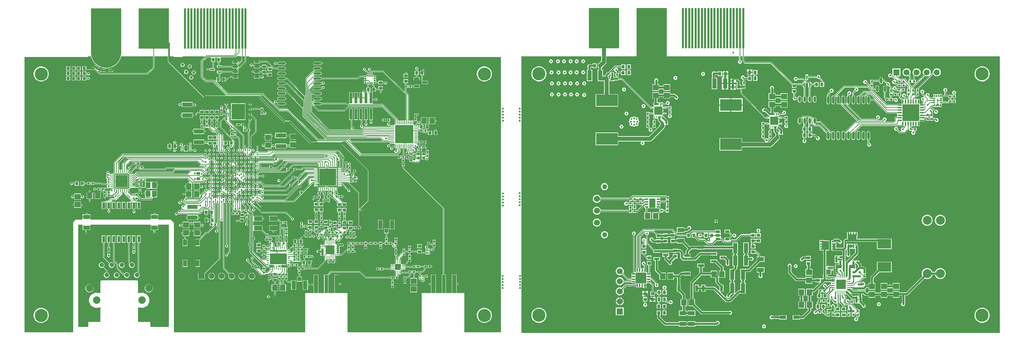
<source format=gtl>
G04*
G04 #@! TF.GenerationSoftware,Altium Limited,Altium Designer,21.5.1 (32)*
G04*
G04 Layer_Physical_Order=1*
G04 Layer_Color=255*
%FSLAX25Y25*%
%MOIN*%
G70*
G04*
G04 #@! TF.SameCoordinates,ABBC0749-13DB-4E68-987F-24248C34E95F*
G04*
G04*
G04 #@! TF.FilePolarity,Positive*
G04*
G01*
G75*
%ADD10R,0.21260X0.11417*%
%ADD11R,0.21300X0.11400*%
%ADD12R,0.01775X0.04375*%
%ADD13O,0.02362X0.05709*%
%ADD14R,0.04000X0.01200*%
%ADD15R,0.01200X0.04000*%
%ADD16R,0.16500X0.16500*%
%ADD17O,0.02362X0.00945*%
%ADD18O,0.00945X0.02362*%
%ADD19R,0.08071X0.08071*%
%ADD20R,0.03347X0.01102*%
%ADD21R,0.01102X0.03347*%
%ADD22R,0.09646X0.09646*%
%ADD23R,0.10600X0.10600*%
%ADD24R,0.01200X0.03200*%
%ADD25R,0.03200X0.01200*%
%ADD26R,0.02362X0.01968*%
%ADD27R,0.01968X0.02362*%
%ADD28R,0.05906X0.05512*%
%ADD29R,0.02800X0.05900*%
%ADD30R,0.05900X0.02800*%
%ADD31R,0.01516X0.02717*%
%ADD32R,0.04075X0.02717*%
%ADD33R,0.06299X0.03347*%
%ADD34R,0.05512X0.05906*%
G04:AMPARAMS|DCode=35|XSize=51.18mil|YSize=23.62mil|CornerRadius=2.01mil|HoleSize=0mil|Usage=FLASHONLY|Rotation=90.000|XOffset=0mil|YOffset=0mil|HoleType=Round|Shape=RoundedRectangle|*
%AMROUNDEDRECTD35*
21,1,0.05118,0.01961,0,0,90.0*
21,1,0.04717,0.02362,0,0,90.0*
1,1,0.00402,0.00980,0.02358*
1,1,0.00402,0.00980,-0.02358*
1,1,0.00402,-0.00980,-0.02358*
1,1,0.00402,-0.00980,0.02358*
%
%ADD35ROUNDEDRECTD35*%
%ADD36R,0.02264X0.01378*%
%ADD37R,0.01378X0.02264*%
%ADD38R,0.04331X0.02559*%
%ADD39O,0.02362X0.07874*%
%ADD40R,0.03347X0.01378*%
%ADD41R,0.06299X0.09449*%
%ADD42R,0.03150X0.03543*%
%ADD43R,0.03543X0.03150*%
%ADD44R,0.06693X0.04331*%
%ADD45R,0.05709X0.02362*%
%ADD46R,0.01600X0.03900*%
%ADD47R,0.03900X0.01600*%
%ADD48R,0.13500X0.09500*%
%ADD49R,0.30300X0.40000*%
%ADD50R,0.01968X0.40000*%
%ADD51R,0.04331X0.10236*%
%ADD52C,0.02000*%
%ADD53C,0.01000*%
%ADD54C,0.00500*%
%ADD55C,0.04000*%
%ADD56C,0.00700*%
%ADD57C,0.30000*%
%ADD58C,0.00900*%
%ADD59O,0.02559X0.01772*%
%ADD60R,0.13386X0.15748*%
%ADD61R,0.18110X0.18110*%
%ADD62O,0.03740X0.00787*%
%ADD63O,0.00787X0.03740*%
%ADD64R,0.02000X0.02000*%
%ADD65R,0.05118X0.06102*%
%ADD66R,0.12205X0.12205*%
%ADD67O,0.03347X0.00984*%
%ADD68O,0.00984X0.03347*%
%ADD69R,0.01693X0.02224*%
%ADD70R,0.00906X0.02224*%
%ADD71R,0.02224X0.00906*%
%ADD72R,0.02224X0.01693*%
%ADD73R,0.05906X0.05906*%
%ADD74O,0.03543X0.00984*%
%ADD75O,0.00984X0.03543*%
%ADD76R,0.03386X0.05630*%
%ADD77O,0.01575X0.01181*%
%ADD78R,0.02992X0.06496*%
%ADD79R,0.03900X0.06100*%
%ADD80O,0.05709X0.02362*%
%ADD81R,0.04375X0.01775*%
G04:AMPARAMS|DCode=82|XSize=29.53mil|YSize=12.21mil|CornerRadius=1.95mil|HoleSize=0mil|Usage=FLASHONLY|Rotation=0.000|XOffset=0mil|YOffset=0mil|HoleType=Round|Shape=RoundedRectangle|*
%AMROUNDEDRECTD82*
21,1,0.02953,0.00830,0,0,0.0*
21,1,0.02562,0.01221,0,0,0.0*
1,1,0.00391,0.01281,-0.00415*
1,1,0.00391,-0.01281,-0.00415*
1,1,0.00391,-0.01281,0.00415*
1,1,0.00391,0.01281,0.00415*
%
%ADD82ROUNDEDRECTD82*%
G04:AMPARAMS|DCode=83|XSize=165.35mil|YSize=15.75mil|CornerRadius=1.97mil|HoleSize=0mil|Usage=FLASHONLY|Rotation=0.000|XOffset=0mil|YOffset=0mil|HoleType=Round|Shape=RoundedRectangle|*
%AMROUNDEDRECTD83*
21,1,0.16535,0.01181,0,0,0.0*
21,1,0.16142,0.01575,0,0,0.0*
1,1,0.00394,0.08071,-0.00591*
1,1,0.00394,-0.08071,-0.00591*
1,1,0.00394,-0.08071,0.00591*
1,1,0.00394,0.08071,0.00591*
%
%ADD83ROUNDEDRECTD83*%
G04:AMPARAMS|DCode=84|XSize=9.84mil|YSize=19.68mil|CornerRadius=1.97mil|HoleSize=0mil|Usage=FLASHONLY|Rotation=90.000|XOffset=0mil|YOffset=0mil|HoleType=Round|Shape=RoundedRectangle|*
%AMROUNDEDRECTD84*
21,1,0.00984,0.01575,0,0,90.0*
21,1,0.00591,0.01968,0,0,90.0*
1,1,0.00394,0.00787,0.00295*
1,1,0.00394,0.00787,-0.00295*
1,1,0.00394,-0.00787,-0.00295*
1,1,0.00394,-0.00787,0.00295*
%
%ADD84ROUNDEDRECTD84*%
G04:AMPARAMS|DCode=85|XSize=9.84mil|YSize=19.68mil|CornerRadius=1.97mil|HoleSize=0mil|Usage=FLASHONLY|Rotation=0.000|XOffset=0mil|YOffset=0mil|HoleType=Round|Shape=RoundedRectangle|*
%AMROUNDEDRECTD85*
21,1,0.00984,0.01575,0,0,0.0*
21,1,0.00591,0.01968,0,0,0.0*
1,1,0.00394,0.00295,-0.00787*
1,1,0.00394,-0.00295,-0.00787*
1,1,0.00394,-0.00295,0.00787*
1,1,0.00394,0.00295,0.00787*
%
%ADD85ROUNDEDRECTD85*%
G04:AMPARAMS|DCode=86|XSize=9.84mil|YSize=43.31mil|CornerRadius=1.97mil|HoleSize=0mil|Usage=FLASHONLY|Rotation=0.000|XOffset=0mil|YOffset=0mil|HoleType=Round|Shape=RoundedRectangle|*
%AMROUNDEDRECTD86*
21,1,0.00984,0.03937,0,0,0.0*
21,1,0.00591,0.04331,0,0,0.0*
1,1,0.00394,0.00295,-0.01968*
1,1,0.00394,-0.00295,-0.01968*
1,1,0.00394,-0.00295,0.01968*
1,1,0.00394,0.00295,0.01968*
%
%ADD86ROUNDEDRECTD86*%
G04:AMPARAMS|DCode=87|XSize=165.35mil|YSize=109.84mil|CornerRadius=2.2mil|HoleSize=0mil|Usage=FLASHONLY|Rotation=0.000|XOffset=0mil|YOffset=0mil|HoleType=Round|Shape=RoundedRectangle|*
%AMROUNDEDRECTD87*
21,1,0.16535,0.10545,0,0,0.0*
21,1,0.16096,0.10984,0,0,0.0*
1,1,0.00439,0.08048,-0.05272*
1,1,0.00439,-0.08048,-0.05272*
1,1,0.00439,-0.08048,0.05272*
1,1,0.00439,0.08048,0.05272*
%
%ADD87ROUNDEDRECTD87*%
%ADD88C,0.01772*%
%ADD89R,0.02913X0.10984*%
%ADD90R,0.02953X0.02756*%
%ADD91R,0.07900X0.04700*%
%ADD92R,0.16929X0.16929*%
%ADD93O,0.03150X0.00984*%
%ADD94O,0.00984X0.03150*%
%ADD95O,0.07874X0.02362*%
%ADD96R,0.09055X0.09055*%
%ADD97R,0.01378X0.02264*%
%ADD98R,0.02264X0.01378*%
G04:AMPARAMS|DCode=99|XSize=51.18mil|YSize=23.62mil|CornerRadius=2.01mil|HoleSize=0mil|Usage=FLASHONLY|Rotation=0.000|XOffset=0mil|YOffset=0mil|HoleType=Round|Shape=RoundedRectangle|*
%AMROUNDEDRECTD99*
21,1,0.05118,0.01961,0,0,0.0*
21,1,0.04717,0.02362,0,0,0.0*
1,1,0.00402,0.02358,-0.00980*
1,1,0.00402,-0.02358,-0.00980*
1,1,0.00402,-0.02358,0.00980*
1,1,0.00402,0.02358,0.00980*
%
%ADD99ROUNDEDRECTD99*%
%ADD100R,0.04134X0.08661*%
%ADD101R,0.03937X0.04134*%
%ADD102R,0.03937X0.17953*%
%ADD103R,0.03347X0.17953*%
%ADD104R,0.02000X0.02000*%
%ADD105R,0.10236X0.04331*%
%ADD106C,0.00578*%
%ADD107C,0.00679*%
%ADD108C,0.00451*%
%ADD109C,0.01500*%
%ADD110C,0.02000*%
%ADD111C,0.08800*%
%ADD112C,0.05000*%
%ADD113C,0.06000*%
%ADD114C,0.13000*%
%ADD115C,0.01968*%
%ADD116C,0.05906*%
%ADD117R,0.05906X0.05906*%
%ADD118C,0.01800*%
%ADD119C,0.07400*%
%ADD120C,0.04500*%
%ADD121C,0.03000*%
G36*
X280059Y375038D02*
X276483Y371462D01*
X276291Y371000D01*
Y355104D01*
X276483Y354641D01*
X281086Y350038D01*
X281549Y349846D01*
X288674D01*
X301432Y337088D01*
X301241Y336626D01*
X280412D01*
X245871Y371166D01*
Y375500D01*
X249327D01*
X249388Y375193D01*
X249562Y374932D01*
X249823Y374758D01*
X250130Y374697D01*
X257630D01*
X257937Y374758D01*
X258198Y374932D01*
X258372Y375193D01*
X258433Y375500D01*
X279867D01*
X280059Y375038D01*
D02*
G37*
G36*
X292272Y374126D02*
Y369874D01*
X293547D01*
Y366498D01*
X292447D01*
Y364014D01*
X297531D01*
Y364346D01*
X307634D01*
X307937Y363893D01*
X308445Y363554D01*
X309044Y363435D01*
X312348D01*
X312431Y363337D01*
X312584Y362963D01*
X312014Y362394D01*
X311823Y361931D01*
Y361565D01*
X309044D01*
X308445Y361446D01*
X307937Y361107D01*
X307634Y360654D01*
X297531D01*
Y360986D01*
X292447D01*
Y358502D01*
X294335D01*
Y354626D01*
X291760D01*
Y351176D01*
X291299Y350985D01*
X290321Y351962D01*
X289858Y352154D01*
X282234D01*
X278600Y355789D01*
Y370315D01*
X282631Y374346D01*
X286358D01*
X286765Y374122D01*
X286765Y373846D01*
Y372175D01*
X288690D01*
X290614D01*
Y373846D01*
X290614Y374122D01*
X291021Y374346D01*
X291863D01*
X292272Y374126D01*
D02*
G37*
G36*
X316941Y372321D02*
X314427Y369807D01*
X314087Y369946D01*
X313949Y370035D01*
X313837Y370599D01*
X313497Y371107D01*
X312989Y371446D01*
X312390Y371566D01*
X309044D01*
X308445Y371446D01*
X307937Y371107D01*
X307598Y370599D01*
X307478Y370000D01*
X307598Y369401D01*
X307937Y368893D01*
X308445Y368554D01*
X309044Y368435D01*
X312348D01*
X312431Y368337D01*
X312584Y367963D01*
X312014Y367394D01*
X311823Y366931D01*
Y366565D01*
X309044D01*
X308445Y366446D01*
X307937Y366107D01*
X307634Y365654D01*
X297531D01*
Y366498D01*
X294855D01*
Y369874D01*
X296130D01*
Y374126D01*
X296539Y374346D01*
X309946D01*
X310408Y374537D01*
X311370Y375500D01*
X316941D01*
Y372321D01*
D02*
G37*
G36*
X320091Y370471D02*
X314427Y364807D01*
X314087Y364946D01*
X313949Y365035D01*
X313837Y365599D01*
X313497Y366107D01*
X313308Y366233D01*
X313266Y366796D01*
X318058Y371587D01*
X318250Y372050D01*
Y375500D01*
X320091D01*
Y370471D01*
D02*
G37*
G36*
X480154Y337367D02*
Y311931D01*
X480059Y311856D01*
X479654Y311709D01*
X479525Y311795D01*
X479233Y311853D01*
X478941Y311795D01*
X478694Y311630D01*
X478197D01*
X477950Y311795D01*
X477658Y311853D01*
X477366Y311795D01*
X477119Y311630D01*
X476622D01*
X476375Y311795D01*
X476083Y311853D01*
X475791Y311795D01*
X475544Y311630D01*
X475048D01*
X474800Y311795D01*
X474508Y311853D01*
X474217Y311795D01*
X473969Y311630D01*
X473473D01*
X473225Y311795D01*
X472934Y311853D01*
X472642Y311795D01*
X472513Y311709D01*
X472107Y311856D01*
X472013Y311931D01*
Y313263D01*
X471821Y313726D01*
X457615Y327932D01*
X457153Y328124D01*
X447739D01*
X447257Y328165D01*
Y331846D01*
X449201D01*
X449259Y331707D01*
X449652Y331313D01*
X450167Y331100D01*
X450724D01*
X451238Y331313D01*
X451632Y331707D01*
X451846Y332222D01*
Y332779D01*
X451632Y333293D01*
X451238Y333687D01*
X450724Y333900D01*
X450167D01*
X449652Y333687D01*
X449259Y333293D01*
X449201Y333154D01*
X447257D01*
Y339858D01*
X444738D01*
X444696Y339906D01*
X444619Y340374D01*
X444619D01*
Y344626D01*
X443131D01*
Y347421D01*
X443520D01*
Y347426D01*
X444271D01*
Y348907D01*
X444621D01*
Y347426D01*
X446239D01*
Y348907D01*
X446589D01*
Y347364D01*
X447547Y346406D01*
Y344622D01*
X446277D01*
Y342675D01*
X448201D01*
Y342500D01*
X448376D01*
Y340378D01*
X450126D01*
Y341846D01*
X452824D01*
Y341819D01*
X454291D01*
Y338000D01*
X454483Y337538D01*
X454946Y337346D01*
X455408Y337538D01*
X455600Y338000D01*
Y341819D01*
X457067D01*
Y343569D01*
X454945D01*
X452824D01*
Y343154D01*
X450126D01*
Y344622D01*
X448855D01*
Y346677D01*
X448664Y347140D01*
X447800Y348004D01*
X448007Y348504D01*
X450508D01*
Y348893D01*
X452819D01*
Y347327D01*
X457071D01*
Y348346D01*
X458701D01*
X458759Y348207D01*
X459152Y347813D01*
X459667Y347600D01*
X460224D01*
X460739Y347813D01*
X461132Y348207D01*
X461345Y348722D01*
Y349278D01*
X461132Y349793D01*
X460739Y350187D01*
X460224Y350400D01*
X459667D01*
X459152Y350187D01*
X458759Y349793D01*
X458701Y349654D01*
X457071D01*
Y351185D01*
X452819D01*
Y350201D01*
X450508D01*
Y352441D01*
Y356496D01*
X447536Y356496D01*
X447457Y356963D01*
Y357579D01*
X447068D01*
Y359846D01*
X457675D01*
X480154Y337367D01*
D02*
G37*
G36*
X438382Y354410D02*
X438387D01*
Y353659D01*
X439869D01*
Y353309D01*
X438387D01*
Y351691D01*
X439869D01*
Y351341D01*
X438387D01*
Y350590D01*
X438382D01*
Y348504D01*
X441355D01*
X441434Y348037D01*
Y347421D01*
X441823D01*
Y344626D01*
X440760D01*
Y340374D01*
X441549D01*
X441560Y340354D01*
X441260Y339854D01*
X440620D01*
Y334012D01*
X440270D01*
Y339854D01*
X439564D01*
X438297Y341121D01*
Y342303D01*
X438105Y342765D01*
X437908Y342963D01*
X437445Y343154D01*
X436983Y342963D01*
X436791Y342500D01*
X436983Y342038D01*
X436989Y342032D01*
Y340850D01*
X437180Y340388D01*
X437214Y340354D01*
X437007Y339854D01*
X435620D01*
Y334012D01*
X435270D01*
Y339854D01*
X433639D01*
Y334666D01*
X432483D01*
X432284Y335166D01*
X432306Y335219D01*
X432252Y335349D01*
Y339854D01*
X430620D01*
Y334012D01*
X430270D01*
Y339854D01*
X428639D01*
Y334666D01*
X427252D01*
Y339854D01*
X425620D01*
Y334012D01*
X425445D01*
Y333837D01*
X423639D01*
Y328170D01*
X423158Y328124D01*
X422344D01*
X421505Y328962D01*
X421042Y329154D01*
X396327D01*
X396025Y329607D01*
X395517Y329946D01*
X394918Y330065D01*
X389448D01*
X389366Y330163D01*
X389213Y330537D01*
X389782Y331106D01*
X389974Y331569D01*
Y331934D01*
X394918D01*
X395517Y332054D01*
X396025Y332393D01*
X396364Y332901D01*
X396483Y333500D01*
X396364Y334099D01*
X396025Y334607D01*
X395517Y334946D01*
X394918Y335066D01*
X389406D01*
X388807Y334946D01*
X388299Y334607D01*
X387960Y334099D01*
X387841Y333500D01*
X387960Y332901D01*
X388299Y332393D01*
X388489Y332266D01*
X388530Y331704D01*
X387291Y330465D01*
X386829Y330657D01*
Y336929D01*
X387562Y337662D01*
X388151Y337615D01*
X388299Y337393D01*
X388807Y337054D01*
X389406Y336934D01*
X394918D01*
X395517Y337054D01*
X396025Y337393D01*
X396364Y337901D01*
X396483Y338500D01*
X396364Y339099D01*
X396025Y339607D01*
X395517Y339946D01*
X394918Y340066D01*
X389406D01*
X388807Y339946D01*
X388299Y339607D01*
X387997Y339154D01*
X387475D01*
X387013Y338963D01*
X386100Y338050D01*
X385600Y338257D01*
Y338768D01*
X388872Y342041D01*
X389406Y341934D01*
X394918D01*
X395517Y342054D01*
X396025Y342393D01*
X396364Y342901D01*
X396404Y343101D01*
X396849D01*
X397256Y343270D01*
X397667Y343100D01*
X398224D01*
X398739Y343313D01*
X399132Y343707D01*
X399345Y344221D01*
Y344778D01*
X399132Y345293D01*
X398739Y345687D01*
X398224Y345900D01*
X397667D01*
X397152Y345687D01*
X396759Y345293D01*
X396546Y344778D01*
Y344728D01*
X396045Y344576D01*
X396025Y344607D01*
X395517Y344946D01*
X394918Y345065D01*
X389406D01*
X388807Y344946D01*
X388299Y344607D01*
X387960Y344099D01*
X387841Y343500D01*
X387947Y342966D01*
X385062Y340080D01*
X384600Y340272D01*
Y341729D01*
X389523Y346652D01*
X389640Y346935D01*
X394918D01*
X395517Y347054D01*
X396025Y347393D01*
X396364Y347901D01*
X396392Y348040D01*
X396876Y348090D01*
X397152Y347813D01*
X397667Y347600D01*
X398224D01*
X398739Y347813D01*
X399132Y348207D01*
X399345Y348722D01*
Y349278D01*
X399132Y349793D01*
X398739Y350187D01*
X398224Y350400D01*
X397667D01*
X397152Y350187D01*
X396759Y349793D01*
X396620Y349459D01*
X396136Y349441D01*
X396025Y349607D01*
X395517Y349946D01*
X394918Y350065D01*
X389448D01*
X389366Y350163D01*
X389213Y350537D01*
X389782Y351106D01*
X389974Y351569D01*
Y351935D01*
X394918D01*
X395517Y352054D01*
X396025Y352393D01*
X396327Y352846D01*
X432445D01*
X432908Y353038D01*
X434669Y354799D01*
X438382D01*
Y354410D01*
D02*
G37*
G36*
X1069635Y100550D02*
X594635D01*
Y375550D01*
X674086D01*
Y370850D01*
X671558Y368321D01*
X670816D01*
Y367444D01*
X670536Y367025D01*
X670342Y366050D01*
X670536Y365074D01*
X670816Y364655D01*
Y363778D01*
X671391D01*
Y362168D01*
X670285D01*
Y350932D01*
X672869D01*
X673115Y350883D01*
X676830D01*
Y337850D01*
X668485D01*
Y325450D01*
X690785D01*
Y337850D01*
X681928D01*
Y353050D01*
X681734Y354025D01*
X681454Y354444D01*
Y355321D01*
X680908D01*
Y355873D01*
X681601Y356565D01*
X682848D01*
Y358257D01*
X682923Y358322D01*
X683420Y358095D01*
X683423Y358089D01*
Y356565D01*
X683468D01*
Y355321D01*
X682816D01*
Y350778D01*
X686966D01*
Y351536D01*
X688151D01*
Y351400D01*
X691119D01*
Y352301D01*
X694602D01*
X722465Y324437D01*
X722518Y324170D01*
X722733Y323849D01*
X723055Y323634D01*
X723434Y323558D01*
X724852D01*
X725231Y323634D01*
X725553Y323849D01*
X725603Y323924D01*
X726103Y323773D01*
Y322946D01*
X725719Y322371D01*
X725565Y321597D01*
X725719Y320822D01*
X726103Y320247D01*
Y319421D01*
X725603Y319270D01*
X725553Y319345D01*
X725231Y319560D01*
X724852Y319636D01*
X723434D01*
X723055Y319560D01*
X722828Y319409D01*
X721619D01*
Y320199D01*
X718651D01*
Y316837D01*
X721619D01*
Y317880D01*
X722828D01*
X723055Y317728D01*
X723434Y317653D01*
X724852D01*
X725231Y317728D01*
X725553Y317943D01*
X725603Y318019D01*
X726103Y317867D01*
Y317061D01*
X726103Y317061D01*
X726087Y316568D01*
X726001Y316510D01*
X725786Y316189D01*
X725710Y315809D01*
Y314392D01*
X725786Y314012D01*
X725937Y313786D01*
Y311699D01*
X725151D01*
Y308337D01*
X728119D01*
Y311699D01*
X727466D01*
Y313543D01*
X727957Y313692D01*
X727993Y313675D01*
X728291Y313476D01*
X728670Y313400D01*
X729050Y313476D01*
X729371Y313691D01*
X729795D01*
X730218Y313307D01*
Y312076D01*
X730334Y311490D01*
X730665Y310994D01*
X732847Y308813D01*
X732402Y308147D01*
X732208Y307172D01*
Y306728D01*
X721479Y295999D01*
X690785D01*
Y299650D01*
X668485D01*
Y287250D01*
X690785D01*
Y290901D01*
X713585D01*
X713731Y290512D01*
X713753Y290401D01*
X713345Y289791D01*
X713198Y289050D01*
X713345Y288308D01*
X713765Y287680D01*
X714394Y287260D01*
X715135Y287112D01*
X715876Y287260D01*
X716505Y287680D01*
X716925Y288308D01*
X717072Y289050D01*
X716925Y289791D01*
X716517Y290401D01*
X716539Y290512D01*
X716685Y290901D01*
X722535D01*
X723511Y291095D01*
X724337Y291647D01*
X736559Y303869D01*
X737112Y304696D01*
X737306Y305672D01*
Y307172D01*
X737305Y307179D01*
X737622Y307565D01*
X738483D01*
X738710Y307520D01*
X738875D01*
X739102Y307565D01*
X740556D01*
Y310534D01*
X740224D01*
Y310982D01*
X740107Y311567D01*
X739776Y312064D01*
X736161Y315678D01*
X735665Y316010D01*
X735522Y316038D01*
X735492Y316189D01*
X735277Y316510D01*
X735190Y316568D01*
X735174Y317061D01*
X735174Y317061D01*
X735174Y317061D01*
Y317868D01*
X735674Y318020D01*
X735725Y317943D01*
X736047Y317728D01*
X736426Y317653D01*
X737844D01*
X738223Y317728D01*
X738545Y317943D01*
X738760Y318265D01*
X738835Y318644D01*
X738760Y319024D01*
X738545Y319345D01*
X738223Y319560D01*
X737844Y319636D01*
X736426D01*
X736047Y319560D01*
X735725Y319345D01*
X735674Y319269D01*
X735174Y319420D01*
Y320246D01*
X735559Y320822D01*
X735713Y321597D01*
X735559Y322371D01*
X735174Y322947D01*
Y323774D01*
X735674Y323925D01*
X735725Y323849D01*
X736047Y323634D01*
X736426Y323558D01*
X737844D01*
X738223Y323634D01*
X738450Y323785D01*
X740651D01*
Y322337D01*
X743619D01*
Y325699D01*
X740651D01*
Y325314D01*
X738450D01*
X738223Y325466D01*
X737844Y325541D01*
X736426D01*
X736047Y325466D01*
X735725Y325251D01*
X735674Y325174D01*
X735174Y325326D01*
Y326132D01*
X735174Y326132D01*
X735191Y326625D01*
X735277Y326683D01*
X735492Y327005D01*
X735556Y327328D01*
X739178D01*
X739266Y327345D01*
X739394Y327260D01*
X740135Y327113D01*
X740876Y327260D01*
X741505Y327680D01*
X741925Y328308D01*
X742072Y329050D01*
X741925Y329791D01*
X741505Y330419D01*
X740876Y330839D01*
X740135Y330987D01*
X739394Y330839D01*
X738765Y330419D01*
X738345Y329791D01*
X738198Y329050D01*
X738040Y328857D01*
X735556D01*
X735492Y329181D01*
X735277Y329502D01*
X734955Y329717D01*
X734576Y329793D01*
X734196Y329717D01*
X733875Y329502D01*
X733308D01*
X732987Y329717D01*
X732607Y329793D01*
X732228Y329717D01*
X731906Y329502D01*
X731340D01*
X731018Y329717D01*
X730639Y329793D01*
X730259Y329717D01*
X730164Y329654D01*
X729664Y329777D01*
Y333357D01*
X731588D01*
Y335083D01*
X735682D01*
Y333357D01*
X742588D01*
Y335083D01*
X745939D01*
X746754Y334268D01*
X746845Y333808D01*
X747265Y333180D01*
X747894Y332760D01*
X748635Y332612D01*
X749376Y332760D01*
X750005Y333180D01*
X750425Y333808D01*
X750572Y334550D01*
X750425Y335291D01*
X750005Y335919D01*
X749376Y336339D01*
X748917Y336431D01*
X747653Y337694D01*
X747157Y338026D01*
X746572Y338142D01*
X742588D01*
Y339869D01*
X735682D01*
Y338142D01*
X731588D01*
Y339869D01*
X724682D01*
Y333357D01*
X726606D01*
Y329774D01*
X726322Y329717D01*
X726001Y329502D01*
X725786Y329181D01*
X725710Y328801D01*
Y328790D01*
X725635Y328678D01*
X725519Y328093D01*
X725635Y327507D01*
X725710Y327395D01*
Y327384D01*
X725786Y327005D01*
X726001Y326683D01*
X726087Y326625D01*
X726103Y326132D01*
X726103Y326132D01*
X726103Y326132D01*
Y325327D01*
X725603Y325175D01*
X725553Y325251D01*
X725231Y325466D01*
X724852Y325541D01*
X723524D01*
X695459Y353606D01*
X695211Y353772D01*
X694918Y353830D01*
X691119D01*
Y354762D01*
X688151D01*
Y354595D01*
X686966D01*
Y355321D01*
X686527D01*
Y356565D01*
X686785D01*
Y359534D01*
X685330D01*
X685104Y359579D01*
X685013D01*
X684786Y359534D01*
X684396D01*
X684205Y359996D01*
X686269Y362060D01*
X686765Y361848D01*
X686879Y361275D01*
X687299Y360646D01*
X687927Y360226D01*
X688616Y360089D01*
Y358699D01*
X688151D01*
Y355337D01*
X691119D01*
Y357636D01*
X691619Y358033D01*
X691635Y358030D01*
X693804D01*
Y356778D01*
X697954D01*
Y361321D01*
X693804D01*
Y360069D01*
X692057D01*
X690524Y361603D01*
X690606Y362016D01*
X690458Y362757D01*
X690038Y363386D01*
X689823Y363530D01*
X689974Y364030D01*
X693804D01*
Y362778D01*
X697954D01*
Y367321D01*
X693804D01*
Y366069D01*
X687817D01*
X687427Y365992D01*
X687096Y365771D01*
X681127Y359801D01*
X680972Y359569D01*
X680923Y359579D01*
X680696Y359534D01*
X679485D01*
Y358776D01*
X678298Y357588D01*
X677966Y357092D01*
X677850Y356506D01*
Y355981D01*
X675615D01*
Y362168D01*
X674450D01*
Y363778D01*
X674966D01*
Y364520D01*
X678437Y367991D01*
X678990Y368818D01*
X679184Y369794D01*
Y375550D01*
X810870D01*
Y371824D01*
X810265Y371420D01*
X809845Y370791D01*
X809698Y370050D01*
X809845Y369308D01*
X810265Y368680D01*
X810894Y368260D01*
X811635Y368112D01*
X812376Y368260D01*
X813005Y368680D01*
X813425Y369308D01*
X813572Y370050D01*
X813425Y370791D01*
X813005Y371420D01*
X812400Y371824D01*
Y375550D01*
X814370D01*
Y370550D01*
X814429Y370257D01*
X814594Y370009D01*
X816094Y368509D01*
X816342Y368343D01*
X816635Y368285D01*
X842377D01*
X863363Y347299D01*
Y344231D01*
X867907D01*
Y346785D01*
X874042D01*
Y344862D01*
X875165D01*
Y335962D01*
X874717Y335663D01*
X874346Y335107D01*
X874215Y334451D01*
Y331105D01*
X874346Y330449D01*
X874717Y329893D01*
X875273Y329521D01*
X875929Y329391D01*
X876585Y329521D01*
X877141Y329893D01*
X877513Y330449D01*
X877643Y331105D01*
Y334451D01*
X877513Y335107D01*
X877141Y335663D01*
X876694Y335962D01*
Y344862D01*
X876816D01*
Y349270D01*
X877279Y349462D01*
X877794Y348946D01*
X878042Y348781D01*
X878334Y348722D01*
X878334Y348722D01*
X879554D01*
Y344862D01*
X880165D01*
Y335962D01*
X879717Y335663D01*
X879346Y335107D01*
X879215Y334451D01*
Y331105D01*
X879346Y330449D01*
X879717Y329893D01*
X880273Y329521D01*
X880929Y329391D01*
X881585Y329521D01*
X882141Y329893D01*
X882513Y330449D01*
X882643Y331105D01*
Y334451D01*
X882513Y335107D01*
X882141Y335663D01*
X881694Y335962D01*
Y344862D01*
X882328D01*
Y346785D01*
X885598D01*
Y345278D01*
X889748D01*
Y349821D01*
X885598D01*
Y348314D01*
X882328D01*
Y350237D01*
X880377D01*
X880304Y350252D01*
X878651D01*
X877416Y351487D01*
X877607Y351949D01*
X879572D01*
Y354285D01*
X887861D01*
X888265Y353680D01*
X888894Y353260D01*
X889635Y353113D01*
X890349Y353254D01*
X892420Y351183D01*
Y349821D01*
X891110D01*
Y345278D01*
X895260D01*
Y349821D01*
X893950D01*
Y351500D01*
X893892Y351792D01*
X893726Y352040D01*
X891430Y354336D01*
X891572Y355050D01*
X891425Y355791D01*
X891005Y356419D01*
X890376Y356839D01*
X889635Y356987D01*
X888894Y356839D01*
X888265Y356419D01*
X887861Y355814D01*
X879572D01*
Y357324D01*
X876798D01*
Y352759D01*
X876336Y352567D01*
X875312Y353590D01*
X875064Y353756D01*
X874772Y353814D01*
X868909D01*
X868505Y354419D01*
X867876Y354839D01*
X867135Y354987D01*
X866394Y354839D01*
X865765Y354419D01*
X865345Y353791D01*
X865198Y353050D01*
X865345Y352308D01*
X865765Y351680D01*
X866394Y351260D01*
X867135Y351113D01*
X867876Y351260D01*
X868505Y351680D01*
X868909Y352285D01*
X874455D01*
X876041Y350699D01*
X875850Y350237D01*
X874042D01*
Y348314D01*
X867907D01*
Y348380D01*
X864445D01*
X843235Y369590D01*
X842987Y369756D01*
X842694Y369814D01*
X816952D01*
X815900Y370866D01*
Y375550D01*
X1069635D01*
Y100550D01*
D02*
G37*
G36*
X421610Y327007D02*
X422073Y326816D01*
X456569D01*
X456680Y326654D01*
X456418Y326154D01*
X422945D01*
X422483Y325962D01*
X418675Y322154D01*
X393522D01*
X389213Y326463D01*
X389366Y326837D01*
X389448Y326935D01*
X394918D01*
X395517Y327054D01*
X396025Y327393D01*
X396327Y327846D01*
X420772D01*
X421610Y327007D01*
D02*
G37*
G36*
X324388Y375193D02*
X324562Y374932D01*
X324823Y374758D01*
X325130Y374697D01*
X574327D01*
Y101303D01*
X538130D01*
Y140000D01*
X530263D01*
Y148346D01*
X532945D01*
X533408Y148538D01*
X533600Y149000D01*
X533408Y149462D01*
X532945Y149654D01*
X530263D01*
Y158503D01*
X528120D01*
Y149177D01*
X527945D01*
Y149002D01*
X525626D01*
Y140000D01*
X519658D01*
Y158508D01*
X518100D01*
Y225000D01*
X517908Y225463D01*
X478100Y265271D01*
Y266496D01*
X478784D01*
Y269567D01*
X476107D01*
Y266496D01*
X476791D01*
Y265000D01*
X476983Y264538D01*
X516791Y224729D01*
Y158508D01*
X515602D01*
Y140000D01*
X509633D01*
Y149002D01*
X507315D01*
Y149177D01*
X507140D01*
Y158503D01*
X504996D01*
Y149654D01*
X501945D01*
X501483Y149462D01*
X501291Y149000D01*
X501483Y148538D01*
X501945Y148346D01*
X504996D01*
Y140000D01*
X495630D01*
Y101303D01*
X422130D01*
Y140000D01*
X413579D01*
Y148521D01*
X416768D01*
X417019Y148571D01*
X417232Y148713D01*
X417374Y148926D01*
X417424Y149177D01*
X417374Y149428D01*
X417232Y149641D01*
X417019Y149783D01*
X416768Y149833D01*
X413579D01*
Y158503D01*
X411435D01*
Y149177D01*
X411260D01*
Y149002D01*
X408942D01*
Y140000D01*
X402973D01*
Y157508D01*
X405961Y160496D01*
X434209D01*
X439667Y155037D01*
X440130Y154846D01*
X465126D01*
Y154161D01*
X466007D01*
Y152004D01*
X465291D01*
Y148933D01*
X467969D01*
Y152004D01*
X467315D01*
Y154161D01*
X468197D01*
Y156839D01*
X465126D01*
Y156154D01*
X440401D01*
X434942Y161612D01*
X434480Y161804D01*
X405882D01*
X405615Y161857D01*
X405344Y161803D01*
X405115Y161650D01*
X401973Y158508D01*
X398918D01*
Y140000D01*
X392949D01*
Y149002D01*
X390631D01*
Y149177D01*
X390456D01*
Y158503D01*
X388312D01*
Y149156D01*
X382669D01*
Y152681D01*
X380428D01*
Y148000D01*
Y143319D01*
X382669D01*
Y147844D01*
X388312D01*
Y140000D01*
X380130D01*
Y101303D01*
X249630D01*
Y210000D01*
X246630Y213000D01*
X234518D01*
X234142Y213300D01*
X234142Y213500D01*
Y215640D01*
X226749D01*
Y213500D01*
X226749Y213300D01*
X226373Y213000D01*
X167018D01*
X166642Y213300D01*
X166642Y213500D01*
Y215640D01*
X162945D01*
X159249D01*
Y213500D01*
X159249Y213300D01*
X158873Y213000D01*
X152130D01*
X149630Y210500D01*
Y101303D01*
X101303D01*
Y374697D01*
X163630D01*
X163937Y374758D01*
X164198Y374932D01*
X164372Y375193D01*
X164433Y375500D01*
X167495D01*
X167798Y374241D01*
X168722Y372008D01*
X169985Y369947D01*
X171555Y368109D01*
X173392Y366540D01*
X175453Y365277D01*
X177686Y364352D01*
X180036Y363788D01*
X182446Y363598D01*
X184855Y363788D01*
X187205Y364352D01*
X189438Y365277D01*
X191498Y366540D01*
X193336Y368109D01*
X194906Y369947D01*
X196169Y372008D01*
X197093Y374241D01*
X197396Y375500D01*
X229191D01*
Y364671D01*
X223425Y358904D01*
X176192D01*
X174286Y360810D01*
X174493Y361311D01*
X175788D01*
X175917Y361224D01*
X176069Y361194D01*
X176740Y360524D01*
X176740Y360524D01*
X177188Y360224D01*
X177716Y360119D01*
X188175D01*
X188175Y360119D01*
X188703Y360224D01*
X189151Y360524D01*
X189822Y361194D01*
X189974Y361224D01*
X190422Y361524D01*
X190721Y361972D01*
X190826Y362500D01*
X190721Y363028D01*
X190422Y363476D01*
X189974Y363776D01*
X189445Y363881D01*
X189175D01*
X188646Y363776D01*
X188198Y363476D01*
X188198Y363476D01*
X187603Y362881D01*
X178288D01*
X177692Y363476D01*
X177244Y363776D01*
X176995Y363825D01*
X176783Y363967D01*
X176254Y364072D01*
X176254Y364072D01*
X174826D01*
X172613Y366285D01*
X172165Y366584D01*
X171637Y366689D01*
X171637Y366689D01*
X170603D01*
X170474Y366776D01*
X169946Y366881D01*
X169417Y366776D01*
X168969Y366476D01*
X168670Y366028D01*
X168565Y365500D01*
X168670Y364972D01*
X168969Y364524D01*
X169160Y364332D01*
X169160Y364332D01*
X169608Y364033D01*
X170137Y363928D01*
X170137Y363928D01*
X171065D01*
X171860Y363133D01*
X171653Y362632D01*
X162630D01*
Y365626D01*
X158772D01*
Y361374D01*
X161906D01*
X162026Y361324D01*
X171922D01*
X175459Y357787D01*
X175922Y357596D01*
X223695D01*
X224158Y357787D01*
X230308Y363937D01*
X230500Y364400D01*
Y375500D01*
X243619D01*
Y370700D01*
X243705Y370269D01*
X243949Y369904D01*
X279149Y334704D01*
X279515Y334460D01*
X279945Y334374D01*
X333979D01*
X358899Y309454D01*
X359265Y309210D01*
X359696Y309124D01*
X364229D01*
X384649Y288704D01*
X385015Y288460D01*
X385445Y288374D01*
X415979D01*
X442319Y262034D01*
Y231966D01*
X435253Y224900D01*
X435167D01*
X434652Y224687D01*
X434259Y224293D01*
X434046Y223779D01*
X433568Y223833D01*
Y240032D01*
X433377Y240494D01*
X424209Y249661D01*
X424416Y250161D01*
X427044D01*
Y252839D01*
X424898D01*
X424727Y253010D01*
X424361Y253161D01*
X424460Y253661D01*
X427012D01*
Y255414D01*
X427383Y255784D01*
X427883Y255577D01*
Y255175D01*
X429239D01*
Y256334D01*
X428389D01*
X428266Y256725D01*
X428260Y256834D01*
X428632Y257207D01*
X428846Y257721D01*
Y258278D01*
X428632Y258793D01*
X428238Y259187D01*
X428261Y259706D01*
X428701Y260146D01*
X430484D01*
Y262854D01*
X427776D01*
Y261071D01*
X426983Y260278D01*
X426791Y259816D01*
Y259244D01*
X426652Y259187D01*
X426259Y258793D01*
X426046Y258278D01*
Y257721D01*
X426259Y257207D01*
X426543Y256923D01*
Y256794D01*
X426087Y256339D01*
X423971D01*
X423632Y256707D01*
X423845Y257222D01*
Y257779D01*
X423632Y258293D01*
X423429Y258496D01*
X423636Y258996D01*
X425284D01*
Y262067D01*
X422607D01*
Y261075D01*
X419599D01*
X419408Y261537D01*
X420028Y262158D01*
X420167Y262100D01*
X420724D01*
X421239Y262313D01*
X421632Y262707D01*
X421845Y263222D01*
Y263778D01*
X421632Y264293D01*
X421239Y264687D01*
X421100Y264744D01*
Y268146D01*
X421984D01*
Y270854D01*
X419276D01*
Y268146D01*
X419791D01*
Y264744D01*
X419652Y264687D01*
X419259Y264293D01*
X419045Y263778D01*
Y263222D01*
X419103Y263083D01*
X417096Y261075D01*
X416222D01*
X416013Y261575D01*
X416210Y261775D01*
X416581D01*
X417044Y261966D01*
X417908Y262830D01*
X418100Y263293D01*
Y273267D01*
X418800D01*
Y275976D01*
X418100D01*
Y277000D01*
X417908Y277463D01*
X413358Y282013D01*
X412895Y282204D01*
X343495D01*
X343033Y282013D01*
X341764Y280744D01*
X333464D01*
X333458Y280752D01*
X333311Y281243D01*
X333552Y281485D01*
X333740Y281939D01*
Y282010D01*
X331269D01*
Y281939D01*
X331457Y281485D01*
X331698Y281243D01*
X331551Y280752D01*
X331545Y280744D01*
X330535D01*
X330072Y280552D01*
X328952Y279431D01*
X328814Y279488D01*
X328321D01*
X327865Y279299D01*
X327516Y278951D01*
X327327Y278495D01*
Y278001D01*
X327516Y277545D01*
X327755Y277307D01*
X327600Y276806D01*
X326598D01*
X326135Y276615D01*
X325015Y275494D01*
X324877Y275551D01*
X324384D01*
X323928Y275362D01*
X323579Y275013D01*
X323390Y274558D01*
Y274064D01*
X323579Y273608D01*
X323928Y273260D01*
X324384Y273071D01*
X324877D01*
X325333Y273260D01*
X325682Y273608D01*
X325871Y274064D01*
Y274500D01*
X326839Y275468D01*
X327280Y275424D01*
X327511Y274989D01*
X327332Y274557D01*
Y274486D01*
X329803D01*
Y274557D01*
X329615Y275011D01*
X329835Y275498D01*
X331231D01*
X331453Y275013D01*
X331264Y274558D01*
Y274064D01*
X331453Y273608D01*
X331802Y273260D01*
X332258Y273071D01*
X332751D01*
X333207Y273260D01*
X333510Y273562D01*
X348662D01*
X349125Y273754D01*
X349129Y273759D01*
X349591Y273567D01*
Y272571D01*
X349174Y272154D01*
X333756D01*
X333294Y271962D01*
X332889Y271557D01*
X332751Y271614D01*
X332258D01*
X331802Y271425D01*
X331453Y271076D01*
X331264Y270621D01*
Y270127D01*
X331453Y269672D01*
X331627Y269498D01*
X331420Y268998D01*
X330600D01*
X330138Y268806D01*
X328952Y267620D01*
X328814Y267677D01*
X328321D01*
X327865Y267488D01*
X327516Y267140D01*
X327327Y266684D01*
Y266190D01*
X327516Y265735D01*
X327865Y265386D01*
X328321Y265197D01*
X328814D01*
X329270Y265386D01*
X329619Y265735D01*
X329808Y266190D01*
Y266626D01*
X330840Y267659D01*
X331314Y267609D01*
X331490Y267170D01*
X331457Y267137D01*
X331269Y266683D01*
Y266612D01*
X332505D01*
Y266262D01*
X331269D01*
Y266191D01*
X331457Y265737D01*
X331540Y265654D01*
X331333Y265154D01*
X330694D01*
X330231Y264963D01*
X328952Y263683D01*
X328814Y263740D01*
X328321D01*
X327865Y263551D01*
X327516Y263203D01*
X327327Y262747D01*
Y262253D01*
X327516Y261797D01*
X327865Y261449D01*
X328321Y261260D01*
X328814D01*
X329270Y261449D01*
X329619Y261797D01*
X329808Y262253D01*
Y262689D01*
X330927Y263809D01*
X331434Y263773D01*
X331522Y263631D01*
X331542Y263291D01*
X331453Y263203D01*
X331264Y262747D01*
Y262253D01*
X331453Y261797D01*
X331802Y261449D01*
X332258Y261260D01*
X332751D01*
X333207Y261449D01*
X333510Y261751D01*
X354851D01*
X355313Y261943D01*
X358219Y264848D01*
X360003D01*
Y266632D01*
X362716Y269346D01*
X392650D01*
X392663Y269332D01*
X392871Y268846D01*
X392790Y268724D01*
X392724Y268394D01*
Y268154D01*
X367946D01*
X367483Y267963D01*
X363875Y264354D01*
X361591D01*
Y262071D01*
X360675Y261154D01*
X334441D01*
X333979Y260963D01*
X332800Y259783D01*
X332751Y259803D01*
X332258D01*
X331802Y259614D01*
X331453Y259265D01*
X331264Y258810D01*
Y258316D01*
X331453Y257860D01*
X331635Y257679D01*
X331462Y257236D01*
X330996Y257186D01*
X329808Y258374D01*
Y258810D01*
X329619Y259265D01*
X329270Y259614D01*
X328814Y259803D01*
X328321D01*
X327865Y259614D01*
X327516Y259265D01*
X327327Y258810D01*
Y258316D01*
X327516Y257860D01*
X327723Y257654D01*
X327521Y257154D01*
X325666D01*
X325469Y257654D01*
X325678Y257863D01*
X325866Y258317D01*
Y258388D01*
X323395D01*
Y258317D01*
X323583Y257863D01*
X323792Y257654D01*
X323595Y257154D01*
X321740D01*
X321538Y257654D01*
X321745Y257860D01*
X321934Y258316D01*
Y258810D01*
X321745Y259265D01*
X321396Y259614D01*
X320940Y259803D01*
X320447D01*
X319991Y259614D01*
X319943Y259567D01*
X319443Y259774D01*
Y260427D01*
X319474Y260500D01*
X319282Y260963D01*
X317995Y262249D01*
X317997Y262253D01*
Y262747D01*
X317808Y263203D01*
X317459Y263551D01*
X317003Y263740D01*
X316510D01*
X316054Y263551D01*
X315705Y263203D01*
X315516Y262747D01*
Y262253D01*
X315705Y261797D01*
X315879Y261624D01*
X315672Y261124D01*
X313898D01*
X313691Y261624D01*
X313867Y261800D01*
X314055Y262254D01*
Y262325D01*
X311584D01*
Y262254D01*
X311772Y261800D01*
X311948Y261624D01*
X311741Y261124D01*
X311121D01*
X310084Y262160D01*
X310123Y262253D01*
Y262747D01*
X309934Y263203D01*
X309585Y263551D01*
X309129Y263740D01*
X308636D01*
X308180Y263551D01*
X307831Y263203D01*
X307642Y262747D01*
Y262253D01*
X307831Y261797D01*
X308180Y261449D01*
X308636Y261260D01*
X309129D01*
X309133Y261261D01*
X310387Y260007D01*
X310850Y259816D01*
X311611D01*
X311818Y259316D01*
X311768Y259265D01*
X311579Y258810D01*
Y258426D01*
X311289Y258150D01*
X311146Y258068D01*
X310646D01*
X310543Y258026D01*
X310338Y258167D01*
X310123Y258393D01*
Y258810D01*
X309934Y259265D01*
X309585Y259614D01*
X309129Y259803D01*
X308636D01*
X308180Y259614D01*
X307831Y259265D01*
X307642Y258810D01*
Y258316D01*
X307831Y257860D01*
X308180Y257512D01*
X308636Y257323D01*
X309129D01*
X309141Y257328D01*
X309525Y256947D01*
Y256390D01*
X309600Y256208D01*
X309217Y255825D01*
X309128Y255862D01*
X309057D01*
Y254801D01*
X310118D01*
Y254872D01*
X310081Y254961D01*
X310464Y255344D01*
X310646Y255268D01*
X311203D01*
X311207Y255270D01*
X311590Y254887D01*
X311584Y254872D01*
Y254801D01*
X312820D01*
Y254451D01*
X311584D01*
Y254380D01*
X311772Y253926D01*
X312119Y253578D01*
X312519Y253413D01*
X312600Y253216D01*
X313357Y252459D01*
Y252350D01*
X313134Y252028D01*
X312895Y251929D01*
X312573D01*
X312117Y251740D01*
X311768Y251392D01*
X311579Y250936D01*
Y250442D01*
X311642Y250292D01*
X311299Y249950D01*
X311064Y250047D01*
X310507D01*
X310498Y250043D01*
X310116Y250426D01*
X310123Y250442D01*
Y250936D01*
X309934Y251392D01*
X309585Y251740D01*
X309129Y251929D01*
X308636D01*
X308180Y251740D01*
X307831Y251392D01*
X307642Y250936D01*
Y250442D01*
X307831Y249987D01*
X308180Y249638D01*
X308636Y249449D01*
X309062D01*
X309274Y249249D01*
X309430Y249032D01*
X309386Y248925D01*
Y248419D01*
X309303Y248281D01*
X309029Y247992D01*
X308636D01*
X308180Y247803D01*
X307831Y247455D01*
X307642Y246999D01*
Y246505D01*
X307831Y246049D01*
X308180Y245701D01*
X308636Y245512D01*
X309129D01*
X309585Y245701D01*
X309934Y246049D01*
X310123Y246505D01*
Y246895D01*
X310428Y247174D01*
X310554Y247247D01*
X311064D01*
X311162Y247288D01*
X311367Y247147D01*
X311578Y246927D01*
X312645D01*
Y247988D01*
X312574D01*
X312568Y247986D01*
X312186Y248368D01*
Y248910D01*
X312725Y249449D01*
X313066D01*
X313522Y249638D01*
X313871Y249987D01*
X314060Y250442D01*
Y250884D01*
X314086Y251057D01*
X314407Y251403D01*
X315118D01*
X315540Y250981D01*
X315521Y250935D01*
Y250864D01*
X318135D01*
X318301Y251045D01*
X318454Y251100D01*
X318908D01*
X318995Y251136D01*
X319134Y251075D01*
X319453Y250784D01*
Y250442D01*
X319642Y249987D01*
X319991Y249638D01*
X320447Y249449D01*
X320940D01*
X321396Y249638D01*
X321745Y249987D01*
X321934Y250442D01*
Y250936D01*
X321745Y251392D01*
X321396Y251740D01*
X320940Y251929D01*
X320447D01*
X320252Y252066D01*
X320030Y252298D01*
Y252779D01*
X319963Y252940D01*
X320421Y253397D01*
X320447Y253386D01*
X320940D01*
X321396Y253575D01*
X321745Y253924D01*
X321934Y254379D01*
Y254873D01*
X321745Y255328D01*
X321727Y255346D01*
X321935Y255846D01*
X323389D01*
X323597Y255346D01*
X323579Y255328D01*
X323390Y254873D01*
Y254379D01*
X323579Y253924D01*
X323928Y253575D01*
X324384Y253386D01*
X324877D01*
X325333Y253575D01*
X325682Y253924D01*
X325871Y254379D01*
Y254873D01*
X325682Y255328D01*
X325664Y255346D01*
X325871Y255846D01*
X327326D01*
X327534Y255346D01*
X327516Y255328D01*
X327327Y254873D01*
Y254379D01*
X327516Y253924D01*
X327865Y253575D01*
X328321Y253386D01*
X328814D01*
X329270Y253575D01*
X329619Y253924D01*
X329808Y254379D01*
Y254873D01*
X329619Y255328D01*
X329601Y255346D01*
X329809Y255846D01*
X331263D01*
X331471Y255346D01*
X331453Y255328D01*
X331264Y254873D01*
Y254379D01*
X331453Y253924D01*
X331802Y253575D01*
X332258Y253386D01*
X332751D01*
X333207Y253575D01*
X333556Y253924D01*
X333745Y254379D01*
Y254873D01*
X333556Y255328D01*
X333539Y255346D01*
X333746Y255846D01*
X336885D01*
X336943Y255707D01*
X337337Y255313D01*
X337852Y255100D01*
X338408D01*
X338923Y255313D01*
X339317Y255707D01*
X339530Y256222D01*
Y256779D01*
X339317Y257293D01*
X338923Y257687D01*
X338408Y257900D01*
X337852D01*
X337337Y257687D01*
X336943Y257293D01*
X336885Y257154D01*
X333551D01*
X333349Y257654D01*
X333556Y257860D01*
X333745Y258316D01*
Y258810D01*
X333725Y258858D01*
X334713Y259846D01*
X360946D01*
X361408Y260037D01*
X363016Y261646D01*
X364300D01*
Y262929D01*
X368216Y266846D01*
X392724D01*
Y266228D01*
X392790Y265898D01*
X392977Y265618D01*
X393257Y265431D01*
X393587Y265365D01*
X393917Y265431D01*
X394197Y265618D01*
X394294Y265762D01*
X394375Y265786D01*
X394767D01*
X394849Y265762D01*
X394945Y265618D01*
X395225Y265431D01*
X395556Y265365D01*
X395886Y265431D01*
X396166Y265618D01*
X396262Y265762D01*
X396344Y265786D01*
X396736D01*
X396818Y265762D01*
X396914Y265618D01*
X397194Y265431D01*
X397524Y265365D01*
X397854Y265431D01*
X398134Y265618D01*
X398231Y265762D01*
X398312Y265786D01*
X398704D01*
X398786Y265762D01*
X398883Y265618D01*
X399162Y265431D01*
X399493Y265365D01*
X399823Y265431D01*
X400090Y265610D01*
X400170Y265595D01*
X400590Y265447D01*
Y264315D01*
X393631D01*
Y255675D01*
X402445D01*
X411260D01*
Y264315D01*
X402332D01*
Y265447D01*
X402752Y265595D01*
X402832Y265610D01*
X403099Y265431D01*
X403430Y265365D01*
X403760Y265431D01*
X404040Y265618D01*
X404136Y265762D01*
X404218Y265786D01*
X404610D01*
X404692Y265762D01*
X404788Y265618D01*
X405068Y265431D01*
X405398Y265365D01*
X405728Y265431D01*
X406008Y265618D01*
X406105Y265762D01*
X406186Y265786D01*
X406578D01*
X406660Y265762D01*
X406756Y265618D01*
X407036Y265431D01*
X407367Y265365D01*
X407697Y265431D01*
X407977Y265618D01*
X408073Y265762D01*
X408155Y265786D01*
X408547D01*
X408629Y265762D01*
X408725Y265618D01*
X409005Y265431D01*
X409335Y265365D01*
X409665Y265431D01*
X409945Y265618D01*
X410042Y265762D01*
X410123Y265786D01*
X410515D01*
X410597Y265762D01*
X410694Y265618D01*
X410973Y265431D01*
X411304Y265365D01*
X411634Y265431D01*
X411914Y265618D01*
X412101Y265898D01*
X412167Y266228D01*
Y268394D01*
X412101Y268724D01*
X411958Y268938D01*
Y271646D01*
X413291D01*
X413300Y271646D01*
X413791Y271625D01*
Y265221D01*
X413174D01*
X412844Y265156D01*
X412564Y264968D01*
X412376Y264688D01*
X412311Y264358D01*
X412376Y264028D01*
X412564Y263748D01*
X412708Y263652D01*
X412732Y263570D01*
Y263178D01*
X412708Y263096D01*
X412564Y263000D01*
X412376Y262720D01*
X412311Y262390D01*
X412376Y262059D01*
X412564Y261779D01*
X412708Y261683D01*
X412732Y261601D01*
Y261210D01*
X412708Y261128D01*
X412564Y261032D01*
X412376Y260752D01*
X412311Y260421D01*
X412376Y260091D01*
X412564Y259811D01*
X412708Y259715D01*
X412732Y259633D01*
Y259241D01*
X412708Y259159D01*
X412564Y259063D01*
X412376Y258783D01*
X412311Y258453D01*
X412376Y258122D01*
X412564Y257842D01*
X412708Y257746D01*
X412732Y257664D01*
Y257273D01*
X412708Y257191D01*
X412564Y257095D01*
X412376Y256815D01*
X412311Y256484D01*
X412376Y256154D01*
X412564Y255874D01*
X412708Y255778D01*
X412732Y255696D01*
Y255304D01*
X412708Y255222D01*
X412564Y255126D01*
X412376Y254846D01*
X412311Y254516D01*
X412376Y254186D01*
X412564Y253906D01*
X412708Y253809D01*
X412732Y253728D01*
Y253335D01*
X412708Y253254D01*
X412564Y253157D01*
X412376Y252877D01*
X412311Y252547D01*
X412376Y252217D01*
X412564Y251937D01*
X412708Y251841D01*
X412732Y251759D01*
Y251367D01*
X412708Y251285D01*
X412564Y251189D01*
X412376Y250909D01*
X412311Y250579D01*
X412376Y250249D01*
X412564Y249969D01*
X412708Y249872D01*
X412732Y249791D01*
Y249398D01*
X412708Y249317D01*
X412564Y249220D01*
X412376Y248940D01*
X412311Y248610D01*
X412376Y248280D01*
X412564Y248000D01*
X412708Y247904D01*
X412732Y247822D01*
Y247430D01*
X412708Y247348D01*
X412564Y247252D01*
X412376Y246972D01*
X412311Y246642D01*
X412376Y246311D01*
X412564Y246031D01*
X412844Y245844D01*
X413174Y245779D01*
X415339D01*
X415669Y245844D01*
X415949Y246031D01*
X416137Y246311D01*
X416202Y246642D01*
X416137Y246972D01*
X415949Y247252D01*
X416046Y247771D01*
X416113Y247839D01*
X416678Y247843D01*
X422103Y242417D01*
X422046Y242279D01*
Y241722D01*
X422259Y241207D01*
X422652Y240813D01*
X423167Y240600D01*
X423724D01*
X424238Y240813D01*
X424632Y241207D01*
X424846Y241722D01*
Y242279D01*
X424632Y242793D01*
X424238Y243187D01*
X423724Y243400D01*
X423167D01*
X423028Y243342D01*
X417298Y249073D01*
X416835Y249264D01*
X416282D01*
X416070Y249764D01*
X416226Y249925D01*
X422096D01*
X432260Y239761D01*
Y205000D01*
X432410Y204637D01*
Y203661D01*
X435481D01*
Y206339D01*
X433568D01*
Y223167D01*
X434046Y223221D01*
X434259Y222707D01*
X434652Y222313D01*
X435167Y222100D01*
X435724D01*
X436238Y222313D01*
X436632Y222707D01*
X436845Y223221D01*
Y223308D01*
X444242Y230704D01*
X444486Y231069D01*
X444571Y231500D01*
Y262500D01*
X444486Y262931D01*
X444242Y263296D01*
X417242Y290296D01*
X417167Y290346D01*
X417319Y290846D01*
X420175D01*
X434483Y276537D01*
X434945Y276346D01*
X470445D01*
X470908Y276537D01*
X474971Y280601D01*
X475163Y281063D01*
Y284069D01*
X475257Y284144D01*
X475663Y284291D01*
X475791Y284205D01*
X476083Y284147D01*
X476375Y284205D01*
X476504Y284291D01*
X476910Y284144D01*
X477004Y284069D01*
Y276839D01*
X475878D01*
Y274161D01*
X476791D01*
Y273504D01*
X476107D01*
Y270433D01*
X478784D01*
Y273504D01*
X478100D01*
Y274161D01*
X478949D01*
Y276839D01*
X478312D01*
Y284075D01*
X478414Y284154D01*
X478812Y284296D01*
X478943Y284209D01*
X479058Y284186D01*
Y286386D01*
X479408D01*
Y284186D01*
X479523Y284209D01*
X479654Y284296D01*
X480052Y284154D01*
X480154Y284075D01*
Y282790D01*
X480345Y282327D01*
X481057Y281615D01*
Y280504D01*
X480107D01*
Y277433D01*
X482784D01*
Y279688D01*
X483239Y279885D01*
X483557Y279627D01*
Y276703D01*
X483607Y276583D01*
Y274433D01*
X486284D01*
Y277504D01*
X484865D01*
Y279929D01*
X484730Y280256D01*
X485158Y280529D01*
X486807Y278880D01*
X487107Y278504D01*
Y275433D01*
X489784D01*
Y277186D01*
X490285D01*
X490457Y276736D01*
X490462Y276238D01*
Y274558D01*
X489780D01*
Y274563D01*
X488620D01*
Y273031D01*
X488445D01*
Y272856D01*
X487111D01*
Y271950D01*
X487104Y271940D01*
X486687Y271701D01*
X486280Y271984D01*
Y273563D01*
X485120D01*
Y272031D01*
Y270500D01*
X486049D01*
X486053Y270499D01*
X486514Y270038D01*
X486977Y269846D01*
X493112D01*
X493574Y270038D01*
X494401Y270864D01*
X494446Y270846D01*
X494908Y271038D01*
X495100Y271500D01*
X494908Y271962D01*
X494851Y272020D01*
Y272721D01*
X494659Y273184D01*
X494114Y273729D01*
Y274357D01*
X492288D01*
Y274707D01*
X494114D01*
Y276238D01*
X494119Y276736D01*
X494119Y276758D01*
Y280201D01*
X490457D01*
Y279623D01*
X487915D01*
X487180Y280357D01*
X487388Y280857D01*
X487674D01*
X488189Y281070D01*
X488442Y281323D01*
X488941Y281161D01*
Y281161D01*
X492012D01*
Y283839D01*
X490367D01*
X490200Y284005D01*
Y285297D01*
X490239Y285313D01*
X490632Y285707D01*
X490845Y286222D01*
Y286778D01*
X490806Y286873D01*
X491230Y287156D01*
X492442Y285945D01*
Y284661D01*
X494730D01*
X494993Y284161D01*
X494965Y284120D01*
X494880D01*
X494417Y283928D01*
X494378Y283834D01*
X492883D01*
Y282675D01*
X494414D01*
X495945D01*
Y282907D01*
X496177Y283003D01*
X496738Y283565D01*
X496930Y284027D01*
Y284288D01*
X497308Y284666D01*
X497996D01*
X498096Y284424D01*
X498559Y284233D01*
X499288D01*
X500291Y283229D01*
Y282000D01*
X500111D01*
Y280654D01*
X499122D01*
X498660Y280463D01*
X498394Y280196D01*
X497778D01*
Y278643D01*
X499429D01*
Y279346D01*
X500111D01*
Y278937D01*
X501270D01*
Y280469D01*
X501445D01*
Y280644D01*
X502780D01*
Y282000D01*
X501600D01*
Y283500D01*
X501408Y283962D01*
X500021Y285349D01*
X499558Y285541D01*
X499445D01*
Y285825D01*
X497914D01*
X496383D01*
Y285591D01*
X496012Y285220D01*
X495512Y285427D01*
Y287339D01*
X492898D01*
X491989Y288248D01*
X492021Y288763D01*
X492075Y288799D01*
X492241Y289047D01*
X492299Y289339D01*
X492241Y289631D01*
X492155Y289759D01*
X492302Y290165D01*
X492376Y290259D01*
X493441D01*
Y288661D01*
X496512D01*
Y291339D01*
X494367D01*
X494329Y291376D01*
X493867Y291567D01*
X492376D01*
X492302Y291662D01*
X492155Y292068D01*
X492241Y292196D01*
X492299Y292488D01*
X492241Y292780D01*
X492075Y293027D01*
Y293524D01*
X492241Y293771D01*
X492299Y294063D01*
X492241Y294355D01*
X492075Y294602D01*
Y295098D01*
X492241Y295346D01*
X492299Y295638D01*
X492241Y295930D01*
X492075Y296177D01*
Y296673D01*
X492241Y296921D01*
X492299Y297213D01*
X492241Y297504D01*
X492075Y297752D01*
Y298248D01*
X492241Y298496D01*
X492299Y298787D01*
X492241Y299079D01*
X492075Y299327D01*
Y299823D01*
X492241Y300070D01*
X492299Y300362D01*
X492241Y300654D01*
X492075Y300902D01*
X492073Y301232D01*
X492120Y301473D01*
X492237Y301647D01*
X492779Y301810D01*
X493052Y301537D01*
X493514Y301346D01*
X493941D01*
Y300161D01*
X496847D01*
X497020Y299743D01*
X497460Y299303D01*
X497922Y299112D01*
X502186D01*
Y297374D01*
X506044D01*
Y301626D01*
X502186D01*
Y300420D01*
X500949D01*
Y302839D01*
X500037D01*
Y303374D01*
X502886D01*
Y307626D01*
X499028D01*
Y304299D01*
X498920Y304191D01*
X498728Y303728D01*
Y302839D01*
X497879D01*
Y302448D01*
X497466Y302178D01*
X497012Y302358D01*
Y302839D01*
X494210D01*
X494088Y302972D01*
X494256Y303374D01*
X497375D01*
Y307626D01*
X493516D01*
Y306154D01*
X493074D01*
X492793Y306038D01*
X492646Y306077D01*
X492241Y306369D01*
X492299Y306661D01*
X492241Y306953D01*
X492075Y307201D01*
X491828Y307366D01*
X491536Y307424D01*
X491428D01*
Y309206D01*
X491943Y309207D01*
X492337Y308813D01*
X492851Y308600D01*
X493408D01*
X493923Y308813D01*
X494317Y309207D01*
X494374Y309346D01*
X495016D01*
Y308193D01*
X501237D01*
Y314807D01*
X495016D01*
Y310654D01*
X494374D01*
X494317Y310793D01*
X493923Y311187D01*
X493408Y311400D01*
X492851D01*
X492337Y311187D01*
X491943Y310793D01*
X491886Y310654D01*
X491297D01*
X490835Y310462D01*
X490312Y309939D01*
X490120Y309477D01*
Y307424D01*
X488583D01*
X488351Y307378D01*
X487851Y307405D01*
X487823Y307905D01*
X487870Y308138D01*
Y310271D01*
X487889D01*
X488352Y310463D01*
X488835Y310946D01*
X488896D01*
X489358Y311138D01*
X489507Y311496D01*
X490969D01*
Y314567D01*
X488291D01*
Y312417D01*
X488242Y312297D01*
Y312121D01*
X488102Y312063D01*
X487667Y311628D01*
X487646Y311630D01*
X487399Y311795D01*
X487107Y311853D01*
X486815Y311795D01*
X486568Y311630D01*
X486071D01*
X485824Y311795D01*
X485532Y311853D01*
X485240Y311795D01*
X484993Y311630D01*
X484497D01*
X484249Y311795D01*
X483957Y311853D01*
X483665Y311795D01*
X483537Y311709D01*
X483131Y311856D01*
X483037Y311931D01*
Y337477D01*
X482845Y337940D01*
X480344Y340441D01*
Y344161D01*
X482012D01*
Y346839D01*
X480344D01*
Y348815D01*
X482071D01*
Y352673D01*
X477819D01*
Y348815D01*
X479035D01*
Y346839D01*
X478941D01*
Y344161D01*
X479035D01*
Y340988D01*
X478574Y340797D01*
X458408Y360963D01*
X457945Y361154D01*
X446707D01*
X446244Y360963D01*
X445951Y360670D01*
X445760Y360207D01*
Y357579D01*
X445100D01*
Y361648D01*
X445092Y361667D01*
X445132Y361707D01*
X445345Y362222D01*
Y362778D01*
X445132Y363293D01*
X444738Y363687D01*
X444224Y363900D01*
X443667D01*
X443152Y363687D01*
X442759Y363293D01*
X442546Y362778D01*
Y362222D01*
X442759Y361707D01*
X443152Y361313D01*
X443667Y361100D01*
X443791D01*
Y357579D01*
X443131D01*
Y358968D01*
X442940Y359431D01*
X440244Y362126D01*
X440345Y362371D01*
Y362929D01*
X440132Y363443D01*
X439739Y363837D01*
X439224Y364050D01*
X438667D01*
X438152Y363837D01*
X437759Y363443D01*
X437545Y362929D01*
Y362371D01*
X437759Y361857D01*
X438152Y361463D01*
X438667Y361250D01*
X439224D01*
X439257Y361264D01*
X441823Y358698D01*
Y357579D01*
X441434D01*
Y356963D01*
X441355Y356496D01*
X438382D01*
Y356107D01*
X434398D01*
X433936Y355915D01*
X432174Y354154D01*
X396327D01*
X396025Y354607D01*
X395517Y354946D01*
X394918Y355065D01*
X389448D01*
X389366Y355163D01*
X389213Y355537D01*
X389782Y356106D01*
X389974Y356569D01*
Y356934D01*
X394918D01*
X395517Y357054D01*
X396025Y357393D01*
X396364Y357901D01*
X396483Y358500D01*
X396364Y359099D01*
X396025Y359607D01*
X395517Y359946D01*
X394918Y360066D01*
X389448D01*
X389366Y360163D01*
X389213Y360537D01*
X389782Y361106D01*
X389974Y361569D01*
Y361934D01*
X394918D01*
X395517Y362054D01*
X396025Y362393D01*
X396364Y362901D01*
X396483Y363500D01*
X396364Y364099D01*
X396025Y364607D01*
X395517Y364946D01*
X394918Y365066D01*
X389406D01*
X388807Y364946D01*
X388299Y364607D01*
X387960Y364099D01*
X387841Y363500D01*
X387960Y362901D01*
X388299Y362393D01*
X388489Y362266D01*
X388530Y361704D01*
X380483Y353657D01*
X380291Y353195D01*
Y336940D01*
X379829Y336748D01*
X362615Y353962D01*
X362153Y354154D01*
X360894D01*
X360592Y354607D01*
X360084Y354946D01*
X359485Y355065D01*
X353973D01*
X353374Y354946D01*
X352866Y354607D01*
X352527Y354099D01*
X352408Y353500D01*
X352527Y352901D01*
X352866Y352393D01*
X353374Y352054D01*
X353973Y351935D01*
X359485D01*
X360084Y352054D01*
X360592Y352393D01*
X360894Y352846D01*
X361882D01*
X379291Y335436D01*
Y332940D01*
X378829Y332748D01*
X362615Y348962D01*
X362153Y349154D01*
X360894D01*
X360592Y349607D01*
X360084Y349946D01*
X359485Y350065D01*
X353973D01*
X353374Y349946D01*
X352866Y349607D01*
X352527Y349099D01*
X352408Y348500D01*
X352527Y347901D01*
X352866Y347393D01*
X353374Y347054D01*
X353973Y346935D01*
X359485D01*
X360084Y347054D01*
X360592Y347393D01*
X360894Y347846D01*
X361882D01*
X378291Y331436D01*
Y325233D01*
X377829Y325041D01*
X360582Y342289D01*
X360592Y342393D01*
X360931Y342901D01*
X361050Y343500D01*
X360931Y344099D01*
X360592Y344607D01*
X360084Y344946D01*
X359485Y345065D01*
X353973D01*
X353374Y344946D01*
X352866Y344607D01*
X352527Y344099D01*
X352408Y343500D01*
X352527Y342901D01*
X352866Y342393D01*
X353374Y342054D01*
X353973Y341934D01*
X359251D01*
X359368Y341652D01*
X377291Y323729D01*
Y316500D01*
X377483Y316038D01*
X399904Y293616D01*
X399713Y293154D01*
X393716D01*
X363408Y323463D01*
X362946Y323654D01*
X354716D01*
X349560Y328810D01*
X349844Y329234D01*
X350167Y329100D01*
X350724D01*
X351238Y329313D01*
X351632Y329707D01*
X352063Y329485D01*
X352514Y329034D01*
X352408Y328500D01*
X352527Y327901D01*
X352866Y327393D01*
X353374Y327054D01*
X353973Y326935D01*
X359485D01*
X360084Y327054D01*
X360592Y327393D01*
X360931Y327901D01*
X361050Y328500D01*
X360931Y329099D01*
X360592Y329607D01*
X360084Y329946D01*
X359485Y330065D01*
X353973D01*
X353439Y329959D01*
X352558Y330840D01*
X352096Y331032D01*
X351741D01*
X351632Y331293D01*
X351238Y331687D01*
X350724Y331900D01*
X350167D01*
X349652Y331687D01*
X349259Y331293D01*
X349045Y330779D01*
Y330222D01*
X349179Y329898D01*
X348756Y329615D01*
X339908Y338462D01*
X339445Y338654D01*
X303629D01*
X292371Y349912D01*
X292563Y350374D01*
X295619D01*
Y353741D01*
X295643Y353799D01*
Y358502D01*
X297531D01*
Y359346D01*
X307634D01*
X307937Y358893D01*
X308445Y358554D01*
X309044Y358435D01*
X312390D01*
X312989Y358554D01*
X313497Y358893D01*
X313837Y359401D01*
X313956Y360000D01*
X313837Y360599D01*
X313497Y361107D01*
X313308Y361233D01*
X313266Y361796D01*
X321208Y369737D01*
X321400Y370200D01*
Y375500D01*
X324327D01*
X324388Y375193D01*
D02*
G37*
G36*
X392788Y321038D02*
X393251Y320846D01*
X418946D01*
X419408Y321038D01*
X423216Y324846D01*
X457174D01*
X469130Y312891D01*
Y311458D01*
X469079Y311382D01*
X469021Y311090D01*
Y308138D01*
X469068Y307905D01*
X469040Y307405D01*
X468540Y307378D01*
X468308Y307424D01*
X465517D01*
X464728Y308214D01*
X464299Y308391D01*
X464132Y308793D01*
X463738Y309187D01*
X463600Y309244D01*
Y310661D01*
X464449D01*
Y313339D01*
X461378D01*
Y310661D01*
X462291D01*
Y309244D01*
X462152Y309187D01*
X461759Y308793D01*
X461546Y308278D01*
Y307721D01*
X461759Y307207D01*
X462152Y306813D01*
X462667Y306600D01*
X463224D01*
X463738Y306813D01*
X464008Y307083D01*
X464633Y306459D01*
X464650Y306369D01*
X464736Y306241D01*
X464589Y305835D01*
X464515Y305741D01*
X438073D01*
X437808Y305631D01*
X437348Y305936D01*
X437346Y305940D01*
Y306278D01*
X437132Y306793D01*
X436738Y307187D01*
X436600Y307244D01*
Y312142D01*
X437256D01*
Y323835D01*
X433634D01*
Y312142D01*
X435291D01*
Y307244D01*
X435152Y307187D01*
X434759Y306793D01*
X434546Y306278D01*
Y305721D01*
X434759Y305207D01*
X435152Y304813D01*
X435667Y304600D01*
X435954D01*
X436161Y304100D01*
X434715Y302654D01*
X428137D01*
X427929Y303154D01*
X428132Y303357D01*
X428345Y303871D01*
Y304429D01*
X428132Y304943D01*
X427739Y305337D01*
X427224Y305550D01*
X426667D01*
X426600Y305595D01*
Y312142D01*
X427256D01*
Y323835D01*
X423634D01*
Y312142D01*
X425291D01*
Y305000D01*
X425483Y304538D01*
X425559Y304461D01*
X425546Y304429D01*
Y303871D01*
X425759Y303357D01*
X425961Y303154D01*
X425754Y302654D01*
X404030D01*
X386829Y319855D01*
Y326343D01*
X387291Y326535D01*
X392788Y321038D01*
D02*
G37*
G36*
X456904Y291616D02*
X456713Y291154D01*
X426716D01*
X424487Y293384D01*
X424678Y293846D01*
X454674D01*
X456904Y291616D01*
D02*
G37*
G36*
X354069Y321038D02*
X354531Y320846D01*
X362553D01*
X392273Y291126D01*
X392169Y290709D01*
X392120Y290626D01*
X385912D01*
X365492Y311046D01*
X365126Y311290D01*
X364696Y311376D01*
X360162D01*
X335692Y335846D01*
X335899Y336346D01*
X338760D01*
X354069Y321038D01*
D02*
G37*
G36*
X463917Y289953D02*
X463940Y289759D01*
X462732Y288551D01*
X462540Y288088D01*
Y287847D01*
X462152Y287687D01*
X461759Y287293D01*
X461546Y286778D01*
Y286222D01*
X461759Y285707D01*
X462152Y285313D01*
X462667Y285100D01*
X463224D01*
X463738Y285313D01*
X464132Y285707D01*
X464346Y286222D01*
Y286778D01*
X464132Y287293D01*
X463848Y287577D01*
Y287817D01*
X464715Y288685D01*
X464987D01*
X465063Y288634D01*
X465355Y288576D01*
X468308D01*
X468540Y288622D01*
X469040Y288595D01*
X469068Y288095D01*
X469021Y287862D01*
Y287040D01*
X468331D01*
X467869Y286848D01*
X466363Y285343D01*
X466224Y285400D01*
X465667D01*
X465152Y285187D01*
X464759Y284793D01*
X464545Y284278D01*
Y283721D01*
X464759Y283207D01*
X465152Y282813D01*
X465667Y282600D01*
X466224D01*
X466739Y282813D01*
X467132Y283207D01*
X467346Y283721D01*
Y284278D01*
X467288Y284417D01*
X468521Y285651D01*
X469021Y285537D01*
Y284909D01*
X469079Y284618D01*
X469245Y284370D01*
X469492Y284205D01*
X469784Y284147D01*
X470076Y284205D01*
X470205Y284291D01*
X470611Y284144D01*
X470705Y284069D01*
Y282684D01*
X470363Y282343D01*
X470224Y282400D01*
X469667D01*
X469152Y282187D01*
X468759Y281793D01*
X468545Y281278D01*
Y280721D01*
X468759Y280207D01*
X469152Y279813D01*
X469667Y279600D01*
X469999D01*
X470206Y279100D01*
X469760Y278654D01*
X436716D01*
X425797Y289573D01*
X426081Y289997D01*
X426445Y289846D01*
X461531D01*
X461994Y290037D01*
X462216Y290259D01*
X463787D01*
X463917Y289953D01*
D02*
G37*
G36*
X399042Y277846D02*
X399140Y277740D01*
X399311Y277346D01*
X399184Y277154D01*
X350945D01*
X350483Y276962D01*
X348391Y274871D01*
X334040D01*
X333959Y274998D01*
X334232Y275498D01*
X347098D01*
X347560Y275690D01*
X349716Y277846D01*
X399042D01*
D02*
G37*
G36*
X399311Y275654D02*
X399140Y275260D01*
X399042Y275154D01*
X352446D01*
X351983Y274962D01*
X351375Y274354D01*
X350378D01*
X350187Y274816D01*
X351216Y275846D01*
X399184D01*
X399311Y275654D01*
D02*
G37*
G36*
X358366Y271846D02*
X351675Y265154D01*
X347300D01*
Y266854D01*
X344591D01*
Y265154D01*
X334156D01*
X333888Y265654D01*
X333964Y265767D01*
X336717D01*
X337179Y265959D01*
X337408Y266188D01*
X337600Y266650D01*
X337408Y267112D01*
X336946Y267304D01*
X336483Y267112D01*
X336446Y267075D01*
X333994D01*
X333906Y267206D01*
X333902Y267254D01*
X334116Y267793D01*
X334329Y267881D01*
X335294Y268846D01*
X348591D01*
Y267646D01*
X351300D01*
Y268993D01*
X351408Y269038D01*
X354716Y272346D01*
X358201D01*
X358366Y271846D01*
D02*
G37*
G36*
X416791Y276729D02*
Y275976D01*
X416091D01*
Y273267D01*
X416791D01*
Y263564D01*
X416310Y263083D01*
X415825D01*
X415805Y263096D01*
X415781Y263178D01*
Y263570D01*
X415805Y263652D01*
X415949Y263748D01*
X416137Y264028D01*
X416202Y264358D01*
X416137Y264688D01*
X415949Y264968D01*
X415669Y265156D01*
X415339Y265221D01*
X415100D01*
Y275500D01*
X414908Y275962D01*
X414800Y276071D01*
Y277854D01*
X413016D01*
X410475Y280396D01*
X410640Y280896D01*
X412625D01*
X416791Y276729D01*
D02*
G37*
G36*
X361866Y270346D02*
X359078Y267557D01*
X357294D01*
Y265774D01*
X354580Y263060D01*
X333868D01*
X333640Y263346D01*
X333861Y263846D01*
X351945D01*
X352408Y264037D01*
X359216Y270846D01*
X361701D01*
X361866Y270346D01*
D02*
G37*
G36*
X244630Y106500D02*
X226298D01*
Y110800D01*
X226237Y111107D01*
X226063Y111368D01*
X225803Y111542D01*
X225496Y111603D01*
X213998D01*
Y125697D01*
X216296D01*
X217208Y125516D01*
X218683D01*
X220128Y125803D01*
X221491Y126368D01*
X222716Y127187D01*
X223759Y128229D01*
X224578Y129455D01*
X225142Y130817D01*
X225430Y132263D01*
Y133737D01*
X225142Y135183D01*
X224578Y136545D01*
X223759Y137771D01*
X222716Y138813D01*
X221491Y139632D01*
X220128Y140197D01*
X218683Y140484D01*
X217208D01*
X216296Y140303D01*
X213998D01*
Y151900D01*
X213937Y152207D01*
X213763Y152468D01*
X213503Y152642D01*
X213195Y152703D01*
X177696D01*
X177388Y152642D01*
X177128Y152468D01*
X176954Y152207D01*
X176893Y151900D01*
Y140303D01*
X174595D01*
X173683Y140484D01*
X172208D01*
X170762Y140197D01*
X169400Y139632D01*
X168175Y138813D01*
X167132Y137771D01*
X166313Y136545D01*
X165749Y135183D01*
X165461Y133737D01*
Y132263D01*
X165749Y130817D01*
X166313Y129455D01*
X167132Y128229D01*
X168175Y127187D01*
X169400Y126368D01*
X170762Y125803D01*
X172208Y125516D01*
X173683D01*
X174595Y125697D01*
X176893D01*
Y111603D01*
X165395D01*
X165088Y111542D01*
X164828Y111368D01*
X164654Y111107D01*
X164593Y110800D01*
Y106500D01*
X154630D01*
Y208000D01*
X158873D01*
X159249Y207700D01*
X159249Y207500D01*
Y205360D01*
X162945D01*
X166642D01*
Y207500D01*
X166642Y207700D01*
X167018Y208000D01*
X226373D01*
X226749Y207700D01*
X226749Y207500D01*
Y205360D01*
X234142D01*
Y207500D01*
X234142Y207700D01*
X234518Y208000D01*
X244630D01*
Y106500D01*
D02*
G37*
%LPC*%
G36*
X258843Y369000D02*
X258048D01*
X257313Y368695D01*
X256750Y368133D01*
X256446Y367398D01*
Y366602D01*
X256750Y365867D01*
X257313Y365304D01*
X258048Y365000D01*
X258843D01*
X259578Y365304D01*
X260141Y365867D01*
X260445Y366602D01*
Y367398D01*
X260141Y368133D01*
X259578Y368695D01*
X258843Y369000D01*
D02*
G37*
G36*
X265843Y367500D02*
X265048D01*
X264313Y367196D01*
X263750Y366633D01*
X263445Y365898D01*
Y365102D01*
X263750Y364367D01*
X264313Y363805D01*
X265048Y363500D01*
X265843D01*
X266578Y363805D01*
X267141Y364367D01*
X267445Y365102D01*
Y365898D01*
X267141Y366633D01*
X266578Y367196D01*
X265843Y367500D01*
D02*
G37*
G36*
X262343Y362000D02*
X261548D01*
X260813Y361696D01*
X260250Y361133D01*
X259946Y360398D01*
Y359602D01*
X260250Y358867D01*
X260813Y358305D01*
X261548Y358000D01*
X262343D01*
X263078Y358305D01*
X263641Y358867D01*
X263946Y359602D01*
Y360398D01*
X263641Y361133D01*
X263078Y361696D01*
X262343Y362000D01*
D02*
G37*
G36*
X269843Y361500D02*
X269048D01*
X268313Y361195D01*
X267750Y360633D01*
X267445Y359898D01*
Y359102D01*
X267750Y358367D01*
X268313Y357804D01*
X269048Y357500D01*
X269843D01*
X270578Y357804D01*
X271141Y358367D01*
X271445Y359102D01*
Y359898D01*
X271141Y360633D01*
X270578Y361195D01*
X269843Y361500D01*
D02*
G37*
G36*
X267343Y356500D02*
X266548D01*
X265813Y356195D01*
X265250Y355633D01*
X264946Y354898D01*
Y354102D01*
X265250Y353367D01*
X265813Y352804D01*
X266548Y352500D01*
X267343D01*
X268078Y352804D01*
X268641Y353367D01*
X268946Y354102D01*
Y354898D01*
X268641Y355633D01*
X268078Y356195D01*
X267343Y356500D01*
D02*
G37*
G36*
X290440Y362325D02*
X288077D01*
Y361263D01*
X290440D01*
Y362325D01*
D02*
G37*
G36*
X290614Y371825D02*
X288690D01*
X286765D01*
Y369878D01*
X288035D01*
Y363737D01*
X285365D01*
Y363154D01*
X280945D01*
X280483Y362963D01*
X280291Y362500D01*
X280483Y362037D01*
X280945Y361846D01*
X285365D01*
Y361263D01*
X287727D01*
Y362500D01*
X287902D01*
Y362675D01*
X290440D01*
Y363737D01*
X289344D01*
Y369878D01*
X290614D01*
Y371825D01*
D02*
G37*
G36*
X457067Y345669D02*
X455120D01*
Y343919D01*
X457067D01*
Y345669D01*
D02*
G37*
G36*
X454770D02*
X452824D01*
Y343919D01*
X454770D01*
Y345669D01*
D02*
G37*
G36*
X448026Y342325D02*
X446277D01*
Y340378D01*
X448026D01*
Y342325D01*
D02*
G37*
G36*
X425270Y339854D02*
X423639D01*
Y334187D01*
X425270D01*
Y339854D01*
D02*
G37*
G36*
X656135Y372487D02*
X655394Y372339D01*
X654765Y371919D01*
X654345Y371291D01*
X654198Y370550D01*
X654345Y369808D01*
X654765Y369180D01*
X655394Y368760D01*
X656135Y368613D01*
X656876Y368760D01*
X657505Y369180D01*
X657925Y369808D01*
X658072Y370550D01*
X657925Y371291D01*
X657505Y371919D01*
X656876Y372339D01*
X656135Y372487D01*
D02*
G37*
G36*
X649635D02*
X648894Y372339D01*
X648265Y371919D01*
X647845Y371291D01*
X647698Y370550D01*
X647845Y369808D01*
X648265Y369180D01*
X648894Y368760D01*
X649635Y368613D01*
X650376Y368760D01*
X651005Y369180D01*
X651425Y369808D01*
X651572Y370550D01*
X651425Y371291D01*
X651005Y371919D01*
X650376Y372339D01*
X649635Y372487D01*
D02*
G37*
G36*
X643635D02*
X642894Y372339D01*
X642265Y371919D01*
X641845Y371291D01*
X641698Y370550D01*
X641845Y369808D01*
X642265Y369180D01*
X642894Y368760D01*
X643635Y368613D01*
X644376Y368760D01*
X645005Y369180D01*
X645425Y369808D01*
X645572Y370550D01*
X645425Y371291D01*
X645005Y371919D01*
X644376Y372339D01*
X643635Y372487D01*
D02*
G37*
G36*
X637135D02*
X636394Y372339D01*
X635765Y371919D01*
X635345Y371291D01*
X635198Y370550D01*
X635345Y369808D01*
X635765Y369180D01*
X636394Y368760D01*
X637135Y368613D01*
X637876Y368760D01*
X638505Y369180D01*
X638925Y369808D01*
X639072Y370550D01*
X638925Y371291D01*
X638505Y371919D01*
X637876Y372339D01*
X637135Y372487D01*
D02*
G37*
G36*
X631135D02*
X630394Y372339D01*
X629765Y371919D01*
X629345Y371291D01*
X629198Y370550D01*
X629345Y369808D01*
X629765Y369180D01*
X630394Y368760D01*
X631135Y368613D01*
X631876Y368760D01*
X632505Y369180D01*
X632925Y369808D01*
X633072Y370550D01*
X632925Y371291D01*
X632505Y371919D01*
X631876Y372339D01*
X631135Y372487D01*
D02*
G37*
G36*
X624135D02*
X623394Y372339D01*
X622765Y371919D01*
X622345Y371291D01*
X622198Y370550D01*
X622345Y369808D01*
X622765Y369180D01*
X623394Y368760D01*
X624135Y368613D01*
X624876Y368760D01*
X625505Y369180D01*
X625925Y369808D01*
X626072Y370550D01*
X625925Y371291D01*
X625505Y371919D01*
X624876Y372339D01*
X624135Y372487D01*
D02*
G37*
G36*
X669454Y368321D02*
X665304D01*
Y367579D01*
X662635D01*
X662153Y367483D01*
X662135Y367487D01*
X661394Y367339D01*
X660765Y366919D01*
X660345Y366291D01*
X660198Y365550D01*
X660345Y364808D01*
X660765Y364180D01*
X660791Y364163D01*
Y362168D01*
X659655D01*
Y350932D01*
X664985D01*
Y362168D01*
X663849D01*
Y364520D01*
X665304D01*
Y363778D01*
X669454D01*
Y368321D01*
D02*
G37*
G36*
X823954Y362321D02*
X821879D01*
Y360050D01*
X823954D01*
Y362321D01*
D02*
G37*
G36*
X820879D02*
X818804D01*
Y360050D01*
X820879D01*
Y362321D01*
D02*
G37*
G36*
X799966Y360821D02*
X797891D01*
Y358550D01*
X799966D01*
Y360821D01*
D02*
G37*
G36*
X796891D02*
X794816D01*
Y358550D01*
X796891D01*
Y360821D01*
D02*
G37*
G36*
X1007179Y363624D02*
X1006147Y363488D01*
X1005185Y363090D01*
X1004360Y362457D01*
X1003726Y361631D01*
X1003328Y360669D01*
X1003192Y359637D01*
X1003195Y359615D01*
X1003183Y359613D01*
X1002935Y359448D01*
X1002935Y359448D01*
X1001202Y357714D01*
X1000778Y357997D01*
X1001030Y358606D01*
X1001166Y359637D01*
X1001030Y360669D01*
X1000632Y361631D01*
X999998Y362457D01*
X999172Y363090D01*
X998211Y363488D01*
X997179Y363624D01*
X996147Y363488D01*
X995185Y363090D01*
X994360Y362457D01*
X993726Y361631D01*
X993328Y360669D01*
X993192Y359637D01*
X993328Y358606D01*
X993726Y357644D01*
X994126Y357122D01*
X986747Y349743D01*
X986285Y349934D01*
Y352034D01*
X985219D01*
Y355721D01*
X985635Y355999D01*
X986147Y355786D01*
X987179Y355651D01*
X988211Y355786D01*
X989172Y356185D01*
X989998Y356818D01*
X990632Y357644D01*
X991030Y358606D01*
X991166Y359637D01*
X991030Y360669D01*
X990632Y361631D01*
X989998Y362457D01*
X989172Y363090D01*
X988211Y363488D01*
X987179Y363624D01*
X986147Y363488D01*
X985185Y363090D01*
X984360Y362457D01*
X983726Y361631D01*
X983328Y360669D01*
X983192Y359637D01*
X983328Y358606D01*
X983726Y357644D01*
X983894Y357425D01*
X983748Y357205D01*
X983689Y356913D01*
Y352034D01*
X982922D01*
Y349065D01*
X985416D01*
X985607Y348604D01*
X983138Y346134D01*
X982972Y345886D01*
X982914Y345594D01*
Y343641D01*
X982656Y343382D01*
X982127Y343446D01*
X982013Y343712D01*
Y346035D01*
X982013Y346035D01*
X981955Y346327D01*
X981789Y346575D01*
X981789Y346575D01*
X981067Y347298D01*
X981055Y347315D01*
X979805Y348565D01*
X980012Y349065D01*
X982348D01*
Y352034D01*
X981431D01*
Y356018D01*
X981373Y356311D01*
X981207Y356559D01*
X980410Y357356D01*
X980632Y357644D01*
X981030Y358606D01*
X981166Y359637D01*
X981030Y360669D01*
X980632Y361631D01*
X979998Y362457D01*
X979172Y363090D01*
X978211Y363488D01*
X977179Y363624D01*
X976147Y363488D01*
X975185Y363090D01*
X974360Y362457D01*
X973726Y361631D01*
X973328Y360669D01*
X973192Y359637D01*
X973328Y358606D01*
X973726Y357644D01*
X974360Y356818D01*
X975185Y356185D01*
X976147Y355786D01*
X977179Y355651D01*
X978211Y355786D01*
X979172Y356185D01*
X979312Y356292D01*
X979902Y355701D01*
Y352034D01*
X978985D01*
Y350032D01*
X978524Y349841D01*
X977299Y351065D01*
Y352052D01*
X977299Y352052D01*
X977241Y352344D01*
X977075Y352592D01*
X977075Y352592D01*
X976577Y353090D01*
X976577Y353090D01*
X976343Y353325D01*
X976095Y353490D01*
X975802Y353549D01*
X970646D01*
X968972Y355223D01*
X969164Y355685D01*
X971132D01*
Y363590D01*
X963226D01*
Y357517D01*
X963169Y357434D01*
X962726Y357148D01*
X962649Y357163D01*
X962600D01*
X962196Y357768D01*
X961567Y358188D01*
X960826Y358336D01*
X960085Y358188D01*
X959456Y357768D01*
X959036Y357140D01*
X958889Y356399D01*
X959036Y355657D01*
X959456Y355029D01*
X960085Y354609D01*
X960826Y354461D01*
X961567Y354609D01*
X962196Y355029D01*
X962274Y355146D01*
X962772Y355195D01*
X965826Y352140D01*
X965507Y351752D01*
X965376Y351839D01*
X964635Y351987D01*
X963894Y351839D01*
X963265Y351419D01*
X962845Y350791D01*
X962698Y350050D01*
X962845Y349308D01*
X963265Y348680D01*
X963894Y348260D01*
X964635Y348113D01*
X965349Y348254D01*
X967627Y345976D01*
X967875Y345810D01*
X968168Y345752D01*
X968336D01*
Y345032D01*
X971698D01*
Y348001D01*
X968336D01*
Y348001D01*
X967932Y347834D01*
X966430Y349336D01*
X966572Y350050D01*
X966425Y350791D01*
X966337Y350922D01*
X966726Y351241D01*
X967223Y350743D01*
X967471Y350577D01*
X967764Y350519D01*
X967764Y350519D01*
X968485D01*
Y349065D01*
X971848D01*
Y352019D01*
X972423D01*
Y349065D01*
X974703D01*
X975268Y348501D01*
X975061Y348001D01*
X972273D01*
Y345032D01*
X975635D01*
Y345752D01*
X978017D01*
X978249Y345519D01*
Y343287D01*
X977530D01*
Y339925D01*
X979236D01*
X979483Y339425D01*
X979425Y339350D01*
X977530D01*
Y335988D01*
X977943D01*
Y333378D01*
X977608Y333017D01*
X977413D01*
X976914Y333378D01*
Y335072D01*
X976914Y335072D01*
X976855Y335365D01*
X976690Y335613D01*
X976690Y335613D01*
X976441Y335862D01*
X976582Y336576D01*
X976435Y337317D01*
X976015Y337946D01*
X975387Y338366D01*
X974645Y338513D01*
X973904Y338366D01*
X973275Y337946D01*
X972855Y337317D01*
X972708Y336576D01*
X972855Y335834D01*
X973275Y335206D01*
X973904Y334786D01*
X974645Y334639D01*
X974884Y334686D01*
X975384Y334276D01*
Y333378D01*
X975049Y333017D01*
X974690D01*
Y333017D01*
X973571D01*
X971056Y335532D01*
X971263Y336032D01*
X971635D01*
Y339001D01*
X971635Y339001D01*
X971635D01*
X971871Y339398D01*
X973388Y340914D01*
X975476D01*
Y343883D01*
X972113D01*
Y342184D01*
X972039Y342134D01*
X971539Y342402D01*
Y343883D01*
X968176D01*
Y343163D01*
X967511D01*
X967194Y343550D01*
X967263Y343899D01*
X967116Y344640D01*
X966696Y345268D01*
X966067Y345688D01*
X965326Y345836D01*
X964585Y345688D01*
X963956Y345268D01*
X963536Y344640D01*
X963389Y343899D01*
X963251Y343425D01*
X963250Y343425D01*
D01*
X963013Y343225D01*
X962910Y343225D01*
X962410Y343396D01*
Y345079D01*
X962352Y345372D01*
X962186Y345620D01*
X960621Y347185D01*
X960763Y347899D01*
X960616Y348640D01*
X960196Y349268D01*
X959567Y349688D01*
X958826Y349836D01*
X958112Y349694D01*
X955922Y351884D01*
X955674Y352050D01*
X955381Y352108D01*
X953600D01*
Y353702D01*
X953545Y353975D01*
X953391Y354207D01*
X953159Y354362D01*
X952885Y354416D01*
X950925D01*
X950651Y354362D01*
X950420Y354207D01*
X950265Y353975D01*
X950210Y353702D01*
Y352108D01*
X944129D01*
Y352225D01*
X941161D01*
Y348863D01*
X944129D01*
Y350579D01*
X950210D01*
Y348985D01*
X950265Y348712D01*
X950420Y348480D01*
X950651Y348325D01*
X950925Y348271D01*
X952885D01*
X953159Y348325D01*
X953391Y348480D01*
X953545Y348712D01*
X953600Y348985D01*
Y350579D01*
X955064D01*
X957031Y348612D01*
X956889Y347899D01*
X957036Y347157D01*
X957456Y346529D01*
X958085Y346109D01*
X958826Y345961D01*
X959540Y346103D01*
X960880Y344763D01*
Y343225D01*
X960161D01*
Y339863D01*
X962154D01*
X962222Y339788D01*
X962006Y339301D01*
X961984Y339288D01*
X960161D01*
Y335926D01*
X960849D01*
Y334060D01*
X959933D01*
Y331091D01*
X963295D01*
Y331811D01*
X964761D01*
X964855Y331334D01*
X965275Y330706D01*
X965904Y330286D01*
X966645Y330138D01*
X967387Y330286D01*
X968015Y330706D01*
X968435Y331334D01*
X968582Y332076D01*
X968435Y332817D01*
X968015Y333446D01*
X967387Y333865D01*
X966645Y334013D01*
X965904Y333865D01*
X965275Y333446D01*
X965205Y333340D01*
X963295D01*
Y334060D01*
X962378D01*
Y335926D01*
X963130D01*
Y338616D01*
X963630Y338823D01*
X964336Y338116D01*
Y336032D01*
X967698D01*
Y339001D01*
X965614D01*
X963461Y341154D01*
X963213Y341320D01*
X963130Y341336D01*
Y342774D01*
X963130Y342778D01*
X963130Y342778D01*
X963130Y342866D01*
X963494Y342976D01*
X963852Y342685D01*
X963956Y342529D01*
X964585Y342109D01*
X965146Y341997D01*
X965285Y341858D01*
X965533Y341692D01*
X965826Y341634D01*
X968176D01*
Y340914D01*
X970572D01*
X970763Y340452D01*
X969809Y339499D01*
X969644Y339251D01*
X969594Y339001D01*
X968273D01*
Y336032D01*
X969281D01*
Y335461D01*
X969339Y335168D01*
X969505Y334920D01*
X972490Y331935D01*
Y328294D01*
X967767D01*
Y327958D01*
X957347D01*
X939964Y345342D01*
X940171Y345843D01*
X941161D01*
Y344926D01*
X941881D01*
Y344676D01*
X941939Y344384D01*
X942105Y344135D01*
X943705Y342535D01*
X943953Y342369D01*
X944246Y342311D01*
X944246Y342311D01*
X946470D01*
Y340718D01*
X946525Y340444D01*
X946679Y340212D01*
X946911Y340057D01*
X947185Y340003D01*
X949145D01*
X949419Y340057D01*
X949650Y340212D01*
X949805Y340444D01*
X949860Y340718D01*
Y345434D01*
X949805Y345707D01*
X949650Y345939D01*
X949419Y346094D01*
X949145Y346148D01*
X947185D01*
X946911Y346094D01*
X946679Y345939D01*
X946525Y345707D01*
X946470Y345434D01*
Y343840D01*
X944562D01*
X943938Y344464D01*
X944129Y344926D01*
X944129D01*
Y348288D01*
X941161D01*
Y347372D01*
X940055D01*
X937957Y349470D01*
X938072Y350050D01*
X937925Y350791D01*
X937505Y351419D01*
X936876Y351839D01*
X936135Y351987D01*
X935394Y351839D01*
X934765Y351419D01*
X934345Y350791D01*
X934198Y350050D01*
X934345Y349308D01*
X934765Y348680D01*
X935394Y348260D01*
X936135Y348113D01*
X936876Y348260D01*
X936953Y348311D01*
X938601Y346663D01*
X938394Y346163D01*
X915357D01*
X915065Y346105D01*
X914817Y345939D01*
X905192Y336314D01*
X904982Y336455D01*
X904326Y336585D01*
X903670Y336455D01*
X903114Y336083D01*
X902742Y335527D01*
X902612Y334871D01*
Y329359D01*
X902742Y328703D01*
X903114Y328147D01*
X903670Y327776D01*
X904326Y327645D01*
X904982Y327776D01*
X905538Y328147D01*
X905910Y328703D01*
X906040Y329359D01*
Y334871D01*
X906019Y334978D01*
X915674Y344634D01*
X926420D01*
X926469Y344501D01*
X926503Y344134D01*
X925956Y343768D01*
X925536Y343140D01*
X925389Y342399D01*
X925531Y341685D01*
X923785Y339939D01*
X923619Y339691D01*
X923561Y339399D01*
Y336382D01*
X923114Y336083D01*
X922742Y335527D01*
X922612Y334871D01*
Y329359D01*
X922742Y328703D01*
X923114Y328147D01*
X923670Y327776D01*
X924326Y327645D01*
X924982Y327776D01*
X925538Y328147D01*
X925910Y328703D01*
X926040Y329359D01*
Y334871D01*
X925910Y335527D01*
X925538Y336083D01*
X925091Y336382D01*
Y339082D01*
X926612Y340603D01*
X927326Y340461D01*
X928067Y340609D01*
X928696Y341029D01*
X929116Y341657D01*
X929263Y342399D01*
X929116Y343140D01*
X928696Y343768D01*
X928149Y344134D01*
X928183Y344501D01*
X928232Y344634D01*
X938509D01*
X941999Y341144D01*
X941999Y341142D01*
X941773Y340663D01*
X934326D01*
X934326Y340663D01*
X934033Y340605D01*
X933785Y340439D01*
X929831Y336485D01*
X929326Y336585D01*
X928670Y336455D01*
X928114Y336083D01*
X927742Y335527D01*
X927612Y334871D01*
Y329359D01*
X927742Y328703D01*
X928114Y328147D01*
X928670Y327776D01*
X929326Y327645D01*
X929982Y327776D01*
X930538Y328147D01*
X930910Y328703D01*
X931040Y329359D01*
Y334871D01*
X930931Y335422D01*
X934643Y339134D01*
X936800D01*
X937007Y338634D01*
X934854Y336480D01*
X934326Y336585D01*
X933670Y336455D01*
X933114Y336083D01*
X932742Y335527D01*
X932612Y334871D01*
Y329359D01*
X932742Y328703D01*
X933114Y328147D01*
X933670Y327776D01*
X934326Y327645D01*
X934982Y327776D01*
X935538Y328147D01*
X935909Y328703D01*
X936040Y329359D01*
Y334871D01*
X935935Y335399D01*
X938170Y337634D01*
X941014D01*
X945268Y333380D01*
X945061Y332880D01*
X941040D01*
Y334871D01*
X940909Y335527D01*
X940538Y336083D01*
X939982Y336455D01*
X939326Y336585D01*
X938670Y336455D01*
X938114Y336083D01*
X937742Y335527D01*
X937612Y334871D01*
Y329359D01*
X937742Y328703D01*
X938114Y328147D01*
X938670Y327776D01*
X939326Y327645D01*
X939982Y327776D01*
X940538Y328147D01*
X940909Y328703D01*
X941040Y329359D01*
Y331350D01*
X945176D01*
X957550Y318976D01*
X957798Y318810D01*
X958091Y318752D01*
X967406D01*
X967767Y318417D01*
Y318058D01*
X967767D01*
Y315858D01*
X967767D01*
Y315663D01*
X967406Y315163D01*
X966331D01*
X966038Y315105D01*
X965790Y314939D01*
X965497Y314646D01*
X965331Y314398D01*
X965273Y314106D01*
Y311795D01*
X964009Y310531D01*
X955727D01*
X955678Y311031D01*
X956067Y311109D01*
X956696Y311529D01*
X957116Y312157D01*
X957263Y312898D01*
X957116Y313640D01*
X956696Y314268D01*
X956067Y314688D01*
X955326Y314836D01*
X954585Y314688D01*
X953956Y314268D01*
X953536Y313640D01*
X953389Y312898D01*
X953469Y312493D01*
X953078Y312031D01*
X947747D01*
X947540Y312531D01*
X948112Y313103D01*
X948826Y312961D01*
X949567Y313109D01*
X950196Y313529D01*
X950616Y314157D01*
X950763Y314898D01*
X950616Y315640D01*
X950196Y316268D01*
X949567Y316688D01*
X948826Y316836D01*
X948085Y316688D01*
X947456Y316268D01*
X947036Y315640D01*
X946889Y314898D01*
X947031Y314185D01*
X946377Y313531D01*
X932797D01*
X919160Y327168D01*
X919263Y327465D01*
X919380Y327656D01*
X919982Y327776D01*
X920538Y328147D01*
X920910Y328703D01*
X921040Y329359D01*
Y334871D01*
X920910Y335527D01*
X920538Y336083D01*
X920190Y336316D01*
X920174Y336836D01*
X920326Y336961D01*
X921067Y337109D01*
X921696Y337529D01*
X922116Y338157D01*
X922263Y338898D01*
X922116Y339640D01*
X921696Y340268D01*
X921067Y340688D01*
X920326Y340836D01*
X919585Y340688D01*
X918956Y340268D01*
X918536Y339640D01*
X918389Y338898D01*
X918536Y338157D01*
X918595Y338069D01*
X918561Y337898D01*
Y336382D01*
X918114Y336083D01*
X917742Y335527D01*
X917612Y334871D01*
Y329424D01*
X917460Y329306D01*
X917135Y329193D01*
X916785Y329544D01*
X916537Y329709D01*
X916244Y329767D01*
X916040D01*
Y334871D01*
X915909Y335527D01*
X915538Y336083D01*
X914982Y336455D01*
X914326Y336585D01*
X913670Y336455D01*
X913114Y336083D01*
X912742Y335527D01*
X912612Y334871D01*
Y329424D01*
X912460Y329306D01*
X912135Y329193D01*
X911785Y329544D01*
X911537Y329709D01*
X911244Y329767D01*
X911040D01*
Y334871D01*
X910909Y335527D01*
X910538Y336083D01*
X909982Y336455D01*
X909326Y336585D01*
X908670Y336455D01*
X908114Y336083D01*
X907742Y335527D01*
X907612Y334871D01*
Y329359D01*
X907742Y328703D01*
X908114Y328147D01*
X908670Y327776D01*
X909326Y327645D01*
X909982Y327776D01*
X910538Y328147D01*
X911046Y328119D01*
X928134Y311031D01*
X927927Y310531D01*
X926217D01*
X925924Y310473D01*
X925676Y310307D01*
X916046Y300678D01*
X915538Y300650D01*
X914982Y301022D01*
X914326Y301152D01*
X913670Y301022D01*
X913114Y300650D01*
X912742Y300094D01*
X912612Y299438D01*
Y293926D01*
X912742Y293270D01*
X913114Y292714D01*
X913670Y292342D01*
X914326Y292212D01*
X914982Y292342D01*
X915538Y292714D01*
X915909Y293270D01*
X916040Y293926D01*
Y299029D01*
X916244D01*
X916537Y299088D01*
X916785Y299254D01*
X917135Y299604D01*
X917460Y299491D01*
X917612Y299373D01*
Y293926D01*
X917742Y293270D01*
X918114Y292714D01*
X918670Y292342D01*
X919326Y292212D01*
X919982Y292342D01*
X920538Y292714D01*
X920910Y293270D01*
X921040Y293926D01*
Y299029D01*
X921244D01*
X921537Y299088D01*
X921785Y299254D01*
X922135Y299604D01*
X922460Y299491D01*
X922612Y299373D01*
Y293926D01*
X922742Y293270D01*
X923114Y292714D01*
X923670Y292342D01*
X924326Y292212D01*
X924982Y292342D01*
X925538Y292714D01*
X925910Y293270D01*
X926040Y293926D01*
Y299438D01*
X925935Y299966D01*
X927748Y301779D01*
X927867Y301858D01*
X932011Y306002D01*
X972278D01*
X972463Y306039D01*
X972490Y306017D01*
Y306017D01*
X974626D01*
X974940Y305631D01*
X974922Y305569D01*
X974040Y304687D01*
X973326Y304829D01*
X972585Y304682D01*
X971956Y304262D01*
X971536Y303633D01*
X971389Y302892D01*
X971536Y302151D01*
X971956Y301522D01*
X972493Y301163D01*
X972430Y300714D01*
X972410Y300663D01*
X970643D01*
X968621Y302685D01*
X968763Y303398D01*
X968616Y304140D01*
X968196Y304768D01*
X967567Y305188D01*
X966826Y305336D01*
X966085Y305188D01*
X965456Y304768D01*
X965036Y304140D01*
X964889Y303398D01*
X965036Y302657D01*
X965456Y302029D01*
X966085Y301609D01*
X966826Y301461D01*
X967540Y301603D01*
X969785Y299358D01*
X970033Y299192D01*
X970326Y299134D01*
X970326Y299134D01*
X975326D01*
X975619Y299192D01*
X975867Y299358D01*
X979249Y302740D01*
X979249Y302740D01*
X979336Y302870D01*
X979836Y302739D01*
Y301532D01*
X982700D01*
X982851Y301032D01*
X982456Y300768D01*
X982036Y300140D01*
X981889Y299398D01*
X982036Y298657D01*
X982456Y298029D01*
X983085Y297609D01*
X983826Y297461D01*
X984567Y297609D01*
X985196Y298029D01*
X985616Y298657D01*
X985763Y299398D01*
X985621Y300112D01*
X985995Y300486D01*
X986160Y300734D01*
X986219Y301027D01*
Y301532D01*
X987135D01*
Y304501D01*
X983773D01*
Y301837D01*
X983698Y301807D01*
X983198Y302148D01*
Y304501D01*
X982032D01*
Y305656D01*
X982367Y306017D01*
X982726D01*
Y306017D01*
X984926D01*
Y306017D01*
X985285D01*
Y306017D01*
X987485D01*
Y306017D01*
X987844D01*
Y306017D01*
X990044D01*
Y310739D01*
X994767D01*
Y312940D01*
X994767Y312940D01*
X994926Y313374D01*
X996161D01*
X996530Y313005D01*
Y311456D01*
X999498D01*
Y312118D01*
X1000501D01*
Y311367D01*
X1003470D01*
Y312029D01*
X1004902D01*
X1005082Y311849D01*
X1005189Y311308D01*
X1005609Y310680D01*
X1006238Y310260D01*
X1006979Y310113D01*
X1007720Y310260D01*
X1008349Y310680D01*
X1008769Y311308D01*
X1008916Y312050D01*
X1008769Y312791D01*
X1008349Y313420D01*
X1007720Y313839D01*
X1006979Y313987D01*
X1006238Y313839D01*
X1006080Y313734D01*
X1006046Y313769D01*
X1005715Y313990D01*
X1005325Y314068D01*
X1003470D01*
Y314729D01*
X1000501D01*
Y314157D01*
X999498D01*
Y314819D01*
X998036D01*
X997986Y314893D01*
X998253Y315393D01*
X999498D01*
Y316055D01*
X1000501D01*
Y315304D01*
X1003470D01*
Y318666D01*
X1003155D01*
Y320050D01*
X1003077Y320440D01*
X1002980Y320585D01*
X1003072Y321050D01*
X1002925Y321791D01*
X1002505Y322420D01*
X1001876Y322839D01*
X1001135Y322987D01*
X1000564Y322873D01*
X1000318Y323334D01*
X1001313Y324330D01*
X1004531Y321112D01*
X1004389Y320398D01*
X1004536Y319657D01*
X1004956Y319029D01*
X1005585Y318609D01*
X1006326Y318461D01*
X1007067Y318609D01*
X1007696Y319029D01*
X1008116Y319657D01*
X1008263Y320398D01*
X1008116Y321140D01*
X1007696Y321768D01*
X1007067Y322188D01*
X1006326Y322336D01*
X1005612Y322194D01*
X1002395Y325411D01*
X1003159Y326175D01*
X1003844D01*
Y325308D01*
X1012127D01*
Y328359D01*
X1013210D01*
Y328783D01*
X1019352D01*
X1019644Y328842D01*
X1019893Y329007D01*
X1019917Y329032D01*
X1022198D01*
Y332001D01*
X1021282D01*
Y334032D01*
X1022198D01*
Y337001D01*
X1018836D01*
Y336843D01*
X1016400D01*
Y340276D01*
X1017005Y340680D01*
X1017425Y341308D01*
X1017572Y342050D01*
X1017425Y342791D01*
X1017005Y343420D01*
X1016376Y343839D01*
X1015635Y343987D01*
X1014894Y343839D01*
X1014265Y343420D01*
X1013845Y342791D01*
X1013698Y342050D01*
X1013845Y341308D01*
X1014265Y340680D01*
X1014870Y340276D01*
Y336843D01*
X1012127D01*
Y337725D01*
X1003844D01*
Y334674D01*
X1002761D01*
Y334250D01*
X1001834D01*
X999781Y336303D01*
X999923Y337017D01*
X999775Y337758D01*
X999355Y338387D01*
X998727Y338806D01*
X997986Y338954D01*
X997244Y338806D01*
X996616Y338387D01*
X996196Y337758D01*
X996048Y337017D01*
X996116Y336675D01*
X995656Y336429D01*
X993873Y338211D01*
X993932Y338852D01*
X994196Y339029D01*
X994616Y339657D01*
X994763Y340399D01*
X994616Y341140D01*
X994196Y341768D01*
X993567Y342188D01*
X992826Y342336D01*
X992085Y342188D01*
X991456Y341768D01*
X991036Y341140D01*
X990889Y340399D01*
X991036Y339657D01*
X991456Y339029D01*
X992061Y338624D01*
Y338177D01*
X992120Y337884D01*
X992285Y337636D01*
X994944Y334978D01*
X994948Y334926D01*
X994695Y334719D01*
X994469Y334645D01*
X994227Y334806D01*
X993486Y334954D01*
X992744Y334806D01*
X992116Y334386D01*
X991696Y333758D01*
X991548Y333017D01*
X991696Y332275D01*
X992116Y331647D01*
X992721Y331242D01*
Y328294D01*
X990044D01*
Y333017D01*
X987844D01*
Y333017D01*
X987485D01*
Y333017D01*
X985365D01*
X985067Y333426D01*
X987508Y335867D01*
X989470D01*
Y339229D01*
X986501D01*
Y337023D01*
X985663Y336185D01*
X985163Y336392D01*
Y339350D01*
X982932D01*
X982557Y339663D01*
X982494Y339850D01*
X982539Y339925D01*
X985163D01*
Y343287D01*
X984444D01*
Y345277D01*
X995303Y356136D01*
X996147Y355786D01*
X997179Y355651D01*
X998211Y355786D01*
X998819Y356038D01*
X999102Y355615D01*
X987445Y343957D01*
X987279Y343709D01*
X987221Y343416D01*
Y343166D01*
X986501D01*
Y339804D01*
X989470D01*
Y343166D01*
X989470D01*
X989279Y343628D01*
X1003258Y357607D01*
X1003846Y357488D01*
X1004360Y356818D01*
X1005185Y356185D01*
X1006147Y355786D01*
X1007179Y355651D01*
X1008211Y355786D01*
X1009172Y356185D01*
X1009998Y356818D01*
X1010632Y357644D01*
X1011030Y358606D01*
X1011166Y359637D01*
X1011030Y360669D01*
X1010632Y361631D01*
X1009998Y362457D01*
X1009172Y363090D01*
X1008211Y363488D01*
X1007179Y363624D01*
D02*
G37*
G36*
X656135Y361487D02*
X655394Y361339D01*
X654765Y360919D01*
X654345Y360291D01*
X654198Y359550D01*
X654345Y358808D01*
X654765Y358180D01*
X655394Y357760D01*
X656135Y357612D01*
X656876Y357760D01*
X657505Y358180D01*
X657925Y358808D01*
X658072Y359550D01*
X657925Y360291D01*
X657505Y360919D01*
X656876Y361339D01*
X656135Y361487D01*
D02*
G37*
G36*
X649635D02*
X648894Y361339D01*
X648265Y360919D01*
X647845Y360291D01*
X647698Y359550D01*
X647845Y358808D01*
X648265Y358180D01*
X648894Y357760D01*
X649635Y357612D01*
X650376Y357760D01*
X651005Y358180D01*
X651425Y358808D01*
X651572Y359550D01*
X651425Y360291D01*
X651005Y360919D01*
X650376Y361339D01*
X649635Y361487D01*
D02*
G37*
G36*
X643635D02*
X642894Y361339D01*
X642265Y360919D01*
X641845Y360291D01*
X641698Y359550D01*
X641845Y358808D01*
X642265Y358180D01*
X642894Y357760D01*
X643635Y357612D01*
X644376Y357760D01*
X645005Y358180D01*
X645425Y358808D01*
X645572Y359550D01*
X645425Y360291D01*
X645005Y360919D01*
X644376Y361339D01*
X643635Y361487D01*
D02*
G37*
G36*
X637635D02*
X636894Y361339D01*
X636265Y360919D01*
X635845Y360291D01*
X635698Y359550D01*
X635845Y358808D01*
X636265Y358180D01*
X636894Y357760D01*
X637635Y357612D01*
X638376Y357760D01*
X639005Y358180D01*
X639425Y358808D01*
X639572Y359550D01*
X639425Y360291D01*
X639005Y360919D01*
X638376Y361339D01*
X637635Y361487D01*
D02*
G37*
G36*
X631635D02*
X630894Y361339D01*
X630265Y360919D01*
X629845Y360291D01*
X629698Y359550D01*
X629845Y358808D01*
X630265Y358180D01*
X630894Y357760D01*
X631635Y357612D01*
X632376Y357760D01*
X633005Y358180D01*
X633425Y358808D01*
X633572Y359550D01*
X633425Y360291D01*
X633005Y360919D01*
X632376Y361339D01*
X631635Y361487D01*
D02*
G37*
G36*
X624635D02*
X623894Y361339D01*
X623265Y360919D01*
X622845Y360291D01*
X622698Y359550D01*
X622845Y358808D01*
X623265Y358180D01*
X623894Y357760D01*
X624635Y357612D01*
X625376Y357760D01*
X626005Y358180D01*
X626425Y358808D01*
X626572Y359550D01*
X626425Y360291D01*
X626005Y360919D01*
X625376Y361339D01*
X624635Y361487D01*
D02*
G37*
G36*
X823954Y359050D02*
X821879D01*
Y356778D01*
X823954D01*
Y359050D01*
D02*
G37*
G36*
X820879D02*
X818804D01*
Y356778D01*
X820879D01*
Y359050D01*
D02*
G37*
G36*
X703466Y367321D02*
X699316D01*
Y362778D01*
X700371D01*
Y361321D01*
X699316D01*
Y356778D01*
X703466D01*
Y361321D01*
X702411D01*
Y362778D01*
X703466D01*
Y367321D01*
D02*
G37*
G36*
X775135Y359987D02*
X774394Y359839D01*
X773765Y359419D01*
X773345Y358791D01*
X773198Y358050D01*
X773345Y357308D01*
X773765Y356680D01*
X774394Y356260D01*
X775135Y356113D01*
X775876Y356260D01*
X776505Y356680D01*
X776925Y357308D01*
X777072Y358050D01*
X776925Y358791D01*
X776505Y359419D01*
X775876Y359839D01*
X775135Y359987D01*
D02*
G37*
G36*
X785635Y360487D02*
X784894Y360339D01*
X784265Y359920D01*
X783845Y359291D01*
X783698Y358550D01*
X783845Y357808D01*
X784106Y357419D01*
Y354168D01*
X783655D01*
Y342932D01*
X788985D01*
Y354168D01*
X787164D01*
Y357020D01*
X789804D01*
Y355778D01*
X793954D01*
Y360321D01*
X789804D01*
Y360079D01*
X786766D01*
X786376Y360339D01*
X785635Y360487D01*
D02*
G37*
G36*
X799966Y357550D02*
X797891D01*
Y355278D01*
X799966D01*
Y357550D01*
D02*
G37*
G36*
X796891D02*
X794816D01*
Y355278D01*
X796891D01*
Y357550D01*
D02*
G37*
G36*
X747635Y355987D02*
X746894Y355839D01*
X746265Y355419D01*
X745845Y354791D01*
X745698Y354050D01*
X745845Y353308D01*
X746265Y352680D01*
X746894Y352260D01*
X747635Y352113D01*
X748376Y352260D01*
X749005Y352680D01*
X749425Y353308D01*
X749572Y354050D01*
X749425Y354791D01*
X749005Y355419D01*
X748376Y355839D01*
X747635Y355987D01*
D02*
G37*
G36*
X804167Y353034D02*
X802485D01*
Y351550D01*
X804167D01*
Y353034D01*
D02*
G37*
G36*
X828966Y361821D02*
X824816D01*
Y357278D01*
X825871D01*
Y355821D01*
X824816D01*
Y351278D01*
X828966D01*
Y355821D01*
X827911D01*
Y357278D01*
X828966D01*
Y361821D01*
D02*
G37*
G36*
X814635Y356487D02*
X813894Y356339D01*
X813265Y355920D01*
X812845Y355291D01*
X812698Y354550D01*
X812845Y353808D01*
X813265Y353180D01*
X813894Y352760D01*
X814616Y352616D01*
Y350699D01*
X814151D01*
Y347337D01*
X817119D01*
Y350699D01*
X816655D01*
Y352530D01*
X819304D01*
Y351278D01*
X823454D01*
Y355821D01*
X819304D01*
Y354569D01*
X816568D01*
X816425Y355291D01*
X816005Y355920D01*
X815376Y356339D01*
X814635Y356487D01*
D02*
G37*
G36*
X1052185Y365536D02*
X1050715Y365391D01*
X1049301Y364963D01*
X1047998Y364266D01*
X1046856Y363329D01*
X1045919Y362187D01*
X1045222Y360884D01*
X1044794Y359470D01*
X1044649Y358000D01*
X1044794Y356530D01*
X1045222Y355116D01*
X1045919Y353813D01*
X1046856Y352671D01*
X1047998Y351734D01*
X1049301Y351037D01*
X1050715Y350608D01*
X1052185Y350464D01*
X1053655Y350608D01*
X1055069Y351037D01*
X1056372Y351734D01*
X1057514Y352671D01*
X1058451Y353813D01*
X1059148Y355116D01*
X1059577Y356530D01*
X1059721Y358000D01*
X1059577Y359470D01*
X1059148Y360884D01*
X1058451Y362187D01*
X1057514Y363329D01*
X1056372Y364266D01*
X1055069Y364963D01*
X1053655Y365391D01*
X1052185Y365536D01*
D02*
G37*
G36*
X612185Y365536D02*
X610715Y365391D01*
X609301Y364963D01*
X607998Y364266D01*
X606856Y363329D01*
X605919Y362187D01*
X605222Y360884D01*
X604794Y359470D01*
X604649Y358000D01*
X604794Y356530D01*
X605222Y355116D01*
X605919Y353813D01*
X606856Y352671D01*
X607998Y351734D01*
X609301Y351037D01*
X610715Y350608D01*
X612185Y350464D01*
X613655Y350608D01*
X615069Y351037D01*
X616372Y351734D01*
X617514Y352671D01*
X618451Y353813D01*
X619148Y355116D01*
X619577Y356530D01*
X619721Y358000D01*
X619577Y359470D01*
X619148Y360884D01*
X618451Y362187D01*
X617514Y363329D01*
X616372Y364266D01*
X615069Y364963D01*
X613655Y365391D01*
X612185Y365536D01*
D02*
G37*
G36*
X804167Y350550D02*
X802485D01*
Y349065D01*
X804167D01*
Y350550D01*
D02*
G37*
G36*
X800115Y354668D02*
X797450D01*
Y349050D01*
X800115D01*
Y354668D01*
D02*
G37*
G36*
X796450D02*
X793785D01*
Y349050D01*
X796450D01*
Y354668D01*
D02*
G37*
G36*
X657135Y350487D02*
X656394Y350339D01*
X655765Y349920D01*
X655345Y349291D01*
X655198Y348550D01*
X655345Y347808D01*
X655765Y347180D01*
X656394Y346760D01*
X657135Y346613D01*
X657876Y346760D01*
X658505Y347180D01*
X658925Y347808D01*
X659072Y348550D01*
X658925Y349291D01*
X658505Y349920D01*
X657876Y350339D01*
X657135Y350487D01*
D02*
G37*
G36*
X650135D02*
X649394Y350339D01*
X648765Y349920D01*
X648345Y349291D01*
X648198Y348550D01*
X648345Y347808D01*
X648765Y347180D01*
X649394Y346760D01*
X650135Y346613D01*
X650876Y346760D01*
X651505Y347180D01*
X651925Y347808D01*
X652072Y348550D01*
X651925Y349291D01*
X651505Y349920D01*
X650876Y350339D01*
X650135Y350487D01*
D02*
G37*
G36*
X643635D02*
X642894Y350339D01*
X642265Y349920D01*
X641845Y349291D01*
X641698Y348550D01*
X641845Y347808D01*
X642265Y347180D01*
X642894Y346760D01*
X643635Y346613D01*
X644376Y346760D01*
X645005Y347180D01*
X645425Y347808D01*
X645572Y348550D01*
X645425Y349291D01*
X645005Y349920D01*
X644376Y350339D01*
X643635Y350487D01*
D02*
G37*
G36*
X638135D02*
X637394Y350339D01*
X636765Y349920D01*
X636345Y349291D01*
X636198Y348550D01*
X636345Y347808D01*
X636765Y347180D01*
X637394Y346760D01*
X638135Y346613D01*
X638876Y346760D01*
X639505Y347180D01*
X639925Y347808D01*
X640072Y348550D01*
X639925Y349291D01*
X639505Y349920D01*
X638876Y350339D01*
X638135Y350487D01*
D02*
G37*
G36*
X631635D02*
X630894Y350339D01*
X630265Y349920D01*
X629845Y349291D01*
X629698Y348550D01*
X629845Y347808D01*
X630265Y347180D01*
X630894Y346760D01*
X631635Y346613D01*
X632376Y346760D01*
X633005Y347180D01*
X633425Y347808D01*
X633572Y348550D01*
X633425Y349291D01*
X633005Y349920D01*
X632376Y350339D01*
X631635Y350487D01*
D02*
G37*
G36*
X625135D02*
X624394Y350339D01*
X623765Y349920D01*
X623345Y349291D01*
X623198Y348550D01*
X623345Y347808D01*
X623765Y347180D01*
X624394Y346760D01*
X625135Y346613D01*
X625876Y346760D01*
X626505Y347180D01*
X626925Y347808D01*
X627072Y348550D01*
X626925Y349291D01*
X626505Y349920D01*
X625876Y350339D01*
X625135Y350487D01*
D02*
G37*
G36*
X807454Y347821D02*
X805379D01*
Y345550D01*
X807454D01*
Y347821D01*
D02*
G37*
G36*
X804379D02*
X802304D01*
Y345550D01*
X804379D01*
Y347821D01*
D02*
G37*
G36*
X800115Y348050D02*
X797450D01*
Y342432D01*
X800115D01*
Y348050D01*
D02*
G37*
G36*
X796450D02*
X793785D01*
Y342432D01*
X796450D01*
Y348050D01*
D02*
G37*
G36*
X807454Y344550D02*
X805379D01*
Y342278D01*
X807454D01*
Y344550D01*
D02*
G37*
G36*
X804379D02*
X802304D01*
Y342278D01*
X804379D01*
Y344550D01*
D02*
G37*
G36*
X728635Y353487D02*
X727894Y353339D01*
X727265Y352920D01*
X726845Y352291D01*
X726698Y351550D01*
X726845Y350808D01*
X727106Y350419D01*
Y347743D01*
X724682D01*
Y341231D01*
X731588D01*
Y342957D01*
X735682D01*
Y341231D01*
X742588D01*
Y347743D01*
X735682D01*
Y346016D01*
X731588D01*
Y347743D01*
X730164D01*
Y350419D01*
X730425Y350808D01*
X730572Y351550D01*
X730425Y352291D01*
X730005Y352920D01*
X729376Y353339D01*
X728635Y353487D01*
D02*
G37*
G36*
X696635Y344487D02*
X695894Y344339D01*
X695265Y343919D01*
X694845Y343291D01*
X694698Y342550D01*
X694845Y341808D01*
X695265Y341180D01*
X695894Y340760D01*
X696635Y340613D01*
X697376Y340760D01*
X698005Y341180D01*
X698425Y341808D01*
X698572Y342550D01*
X698425Y343291D01*
X698005Y343919D01*
X697376Y344339D01*
X696635Y344487D01*
D02*
G37*
G36*
X902826Y343336D02*
X902085Y343188D01*
X901456Y342768D01*
X901036Y342140D01*
X900889Y341399D01*
X901031Y340685D01*
X898785Y338439D01*
X898619Y338191D01*
X898561Y337898D01*
Y336382D01*
X898114Y336083D01*
X897742Y335527D01*
X897612Y334871D01*
Y329359D01*
X897742Y328703D01*
X898114Y328147D01*
X898670Y327776D01*
X899326Y327645D01*
X899982Y327776D01*
X900538Y328147D01*
X900910Y328703D01*
X901040Y329359D01*
Y334871D01*
X900910Y335527D01*
X900538Y336083D01*
X900091Y336382D01*
Y337582D01*
X902112Y339603D01*
X902826Y339461D01*
X903567Y339609D01*
X904196Y340029D01*
X904616Y340657D01*
X904763Y341399D01*
X904616Y342140D01*
X904196Y342768D01*
X903567Y343188D01*
X902826Y343336D01*
D02*
G37*
G36*
X650135Y339487D02*
X649394Y339339D01*
X648765Y338919D01*
X648345Y338291D01*
X648198Y337550D01*
X648345Y336808D01*
X648765Y336180D01*
X649394Y335760D01*
X650135Y335613D01*
X650876Y335760D01*
X651505Y336180D01*
X651925Y336808D01*
X652072Y337550D01*
X651925Y338291D01*
X651505Y338919D01*
X650876Y339339D01*
X650135Y339487D01*
D02*
G37*
G36*
X644135D02*
X643394Y339339D01*
X642765Y338919D01*
X642345Y338291D01*
X642198Y337550D01*
X642345Y336808D01*
X642765Y336180D01*
X643394Y335760D01*
X644135Y335613D01*
X644876Y335760D01*
X645505Y336180D01*
X645925Y336808D01*
X646072Y337550D01*
X645925Y338291D01*
X645505Y338919D01*
X644876Y339339D01*
X644135Y339487D01*
D02*
G37*
G36*
X638135D02*
X637394Y339339D01*
X636765Y338919D01*
X636345Y338291D01*
X636198Y337550D01*
X636345Y336808D01*
X636765Y336180D01*
X637394Y335760D01*
X638135Y335613D01*
X638876Y335760D01*
X639505Y336180D01*
X639925Y336808D01*
X640072Y337550D01*
X639925Y338291D01*
X639505Y338919D01*
X638876Y339339D01*
X638135Y339487D01*
D02*
G37*
G36*
X631635D02*
X630894Y339339D01*
X630265Y338919D01*
X629845Y338291D01*
X629698Y337550D01*
X629845Y336808D01*
X630265Y336180D01*
X630894Y335760D01*
X631635Y335613D01*
X632376Y335760D01*
X633005Y336180D01*
X633425Y336808D01*
X633572Y337550D01*
X633425Y338291D01*
X633005Y338919D01*
X632376Y339339D01*
X631635Y339487D01*
D02*
G37*
G36*
X625135D02*
X624394Y339339D01*
X623765Y338919D01*
X623345Y338291D01*
X623198Y337550D01*
X623345Y336808D01*
X623765Y336180D01*
X624394Y335760D01*
X625135Y335613D01*
X625876Y335760D01*
X626505Y336180D01*
X626925Y336808D01*
X627072Y337550D01*
X626925Y338291D01*
X626505Y338919D01*
X625876Y339339D01*
X625135Y339487D01*
D02*
G37*
G36*
X657135Y338987D02*
X656394Y338839D01*
X655765Y338420D01*
X655345Y337791D01*
X655198Y337050D01*
X655345Y336308D01*
X655765Y335680D01*
X656394Y335260D01*
X657135Y335113D01*
X657876Y335260D01*
X658505Y335680D01*
X658925Y336308D01*
X659072Y337050D01*
X658925Y337791D01*
X658505Y338420D01*
X657876Y338839D01*
X657135Y338987D01*
D02*
G37*
G36*
X843635Y345987D02*
X842894Y345839D01*
X842265Y345420D01*
X841845Y344791D01*
X841698Y344050D01*
X841845Y343308D01*
X842106Y342919D01*
Y338743D01*
X840182D01*
Y332231D01*
X847088D01*
Y333957D01*
X852182D01*
Y332231D01*
X859088D01*
Y338743D01*
X852182D01*
Y337016D01*
X847088D01*
Y338743D01*
X845164D01*
Y342919D01*
X845425Y343308D01*
X845572Y344050D01*
X845425Y344791D01*
X845005Y345420D01*
X844376Y345839D01*
X843635Y345987D01*
D02*
G37*
G36*
X956625Y346148D02*
X954665D01*
X954391Y346094D01*
X954160Y345939D01*
X954005Y345707D01*
X953950Y345434D01*
Y340718D01*
X954005Y340444D01*
X954160Y340212D01*
X954391Y340057D01*
X954665Y340003D01*
X954881D01*
Y334410D01*
X954939Y334118D01*
X955105Y333870D01*
X955996Y332979D01*
Y331091D01*
X959358D01*
Y334060D01*
X957077D01*
X956410Y334727D01*
Y340003D01*
X956625D01*
X956899Y340057D01*
X957131Y340212D01*
X957286Y340444D01*
X957340Y340718D01*
Y345434D01*
X957286Y345707D01*
X957131Y345939D01*
X956899Y346094D01*
X956625Y346148D01*
D02*
G37*
G36*
X885929Y336165D02*
X885273Y336035D01*
X884717Y335663D01*
X884346Y335107D01*
X884215Y334451D01*
Y331105D01*
X884346Y330449D01*
X884717Y329893D01*
X885273Y329521D01*
X885929Y329391D01*
X886585Y329521D01*
X887141Y329893D01*
X887513Y330449D01*
X887643Y331105D01*
Y334451D01*
X887513Y335107D01*
X887141Y335663D01*
X886585Y336035D01*
X885929Y336165D01*
D02*
G37*
G36*
X867907Y342869D02*
X863363D01*
Y338719D01*
X864870D01*
Y334990D01*
X864765Y334920D01*
X864345Y334291D01*
X864198Y333550D01*
X864345Y332808D01*
X864765Y332180D01*
X865394Y331760D01*
X866135Y331612D01*
X866876Y331760D01*
X867505Y332180D01*
X867909Y332785D01*
X869215D01*
Y331105D01*
X869346Y330449D01*
X869717Y329893D01*
X870273Y329521D01*
X870929Y329391D01*
X871585Y329521D01*
X872141Y329893D01*
X872513Y330449D01*
X872643Y331105D01*
Y334451D01*
X872513Y335107D01*
X872141Y335663D01*
X871585Y336035D01*
X870929Y336165D01*
X870273Y336035D01*
X869717Y335663D01*
X869346Y335107D01*
X869215Y334451D01*
Y334314D01*
X867909D01*
X867505Y334920D01*
X866876Y335339D01*
X866400Y335434D01*
Y338719D01*
X867907D01*
Y342869D01*
D02*
G37*
G36*
X1024326Y341336D02*
X1023585Y341188D01*
X1022956Y340768D01*
X1022536Y340140D01*
X1022389Y339399D01*
X1022536Y338657D01*
X1022956Y338029D01*
X1023585Y337609D01*
X1023689Y337588D01*
Y337001D01*
X1022773D01*
Y334032D01*
X1023689D01*
Y332001D01*
X1022773D01*
Y329032D01*
X1026135D01*
Y332001D01*
X1025219D01*
Y334032D01*
X1026135D01*
Y337001D01*
X1025219D01*
Y337710D01*
X1025696Y338029D01*
X1026116Y338657D01*
X1026263Y339399D01*
X1026116Y340140D01*
X1025696Y340768D01*
X1025067Y341188D01*
X1024326Y341336D01*
D02*
G37*
G36*
X814265Y333758D02*
X803135D01*
Y327550D01*
X814265D01*
Y333758D01*
D02*
G37*
G36*
X802135D02*
X791005D01*
Y327550D01*
X802135D01*
Y333758D01*
D02*
G37*
G36*
X806848Y353034D02*
X805167D01*
Y351050D01*
Y349065D01*
X806848D01*
Y349096D01*
X806923Y349565D01*
X807348Y349565D01*
X808313D01*
X808526Y349523D01*
X808862Y349188D01*
Y347321D01*
X808316D01*
Y342778D01*
X812370D01*
Y338643D01*
X812429Y338350D01*
X812594Y338102D01*
X836730Y313966D01*
X836979Y313800D01*
X837271Y313742D01*
X837271Y313742D01*
X837888D01*
X838114Y313591D01*
X838494Y313515D01*
X839911D01*
X840290Y313591D01*
X840612Y313806D01*
X840663Y313881D01*
X841163Y313730D01*
Y312903D01*
X840778Y312328D01*
X840624Y311554D01*
X840778Y310779D01*
X841163Y310204D01*
Y309378D01*
X840663Y309227D01*
X840612Y309302D01*
X840290Y309517D01*
X839911Y309593D01*
X838494D01*
X838114Y309517D01*
X837888Y309366D01*
X836119D01*
Y310199D01*
X833151D01*
Y306837D01*
X836119D01*
Y307837D01*
X837888D01*
X838114Y307685D01*
X838494Y307610D01*
X839911D01*
X840290Y307685D01*
X840612Y307900D01*
X840663Y307976D01*
X841163Y307824D01*
Y307018D01*
X841163Y307018D01*
X841146Y306525D01*
X841060Y306467D01*
X840845Y306146D01*
X840769Y305766D01*
Y304349D01*
X840845Y303970D01*
X840996Y303743D01*
Y301699D01*
X840151D01*
Y298337D01*
X843119D01*
Y301699D01*
X842526D01*
Y303500D01*
X843017Y303649D01*
X843053Y303632D01*
X843350Y303433D01*
X843729Y303357D01*
X844109Y303433D01*
X844431Y303648D01*
X844636D01*
X845106Y303197D01*
Y301081D01*
X845222Y300496D01*
X845554Y300000D01*
X846985Y298568D01*
Y297565D01*
X847091D01*
Y297019D01*
X846818Y296837D01*
X846265Y296010D01*
X846240Y295883D01*
X840556Y290199D01*
X839685D01*
X839539Y290587D01*
X839517Y290699D01*
X839925Y291308D01*
X839977Y291572D01*
X840076Y291592D01*
X840324Y291758D01*
X842176Y293609D01*
X842342Y293857D01*
X842400Y294150D01*
Y294400D01*
X843119D01*
Y297762D01*
X840151D01*
Y294400D01*
X840151D01*
X840342Y293938D01*
X839795Y293391D01*
X839505Y293420D01*
X838876Y293839D01*
X838135Y293987D01*
X837394Y293839D01*
X836765Y293420D01*
X836476Y293391D01*
X835928Y293938D01*
X836119Y294400D01*
X836119D01*
Y297762D01*
X833151D01*
Y294400D01*
X833870D01*
Y294150D01*
X833928Y293857D01*
X834094Y293609D01*
X835946Y291758D01*
X836194Y291592D01*
X836293Y291572D01*
X836345Y291308D01*
X836753Y290699D01*
X836731Y290587D01*
X836585Y290199D01*
X813765D01*
Y294282D01*
X791505D01*
Y281865D01*
X813765D01*
Y285101D01*
X841611D01*
X842587Y285295D01*
X843414Y285847D01*
X850422Y292856D01*
X850975Y293683D01*
X851169Y294658D01*
Y295035D01*
X850975Y296010D01*
X850422Y296837D01*
X850149Y297019D01*
Y297565D01*
X850348D01*
Y300534D01*
X849345D01*
X848164Y301715D01*
Y303512D01*
X848368Y303648D01*
X848929D01*
X848945Y303640D01*
X849057Y303472D01*
X851074Y301456D01*
Y300534D01*
X850922D01*
Y297565D01*
X852377D01*
X852604Y297520D01*
X852831Y297565D01*
X854285D01*
Y300534D01*
X854133D01*
Y302089D01*
X854016Y302674D01*
X853685Y303170D01*
X851220Y305635D01*
X850724Y305967D01*
X850581Y305995D01*
X850551Y306146D01*
X850336Y306467D01*
X850249Y306525D01*
X850233Y307018D01*
X850233Y307018D01*
X850233Y307018D01*
Y307825D01*
X850733Y307977D01*
X850785Y307900D01*
X851106Y307685D01*
X851486Y307610D01*
X852903D01*
X853283Y307685D01*
X853604Y307900D01*
X853819Y308222D01*
X853895Y308601D01*
X853819Y308981D01*
X853604Y309302D01*
X853283Y309517D01*
X852903Y309593D01*
X851486D01*
X851106Y309517D01*
X850785Y309302D01*
X850733Y309226D01*
X850233Y309377D01*
Y310203D01*
X850619Y310779D01*
X850773Y311554D01*
X850619Y312328D01*
X850233Y312904D01*
Y313731D01*
X850733Y313882D01*
X850785Y313806D01*
X851106Y313591D01*
X851486Y313515D01*
X852903D01*
X853283Y313591D01*
X853509Y313742D01*
X856151D01*
Y312837D01*
X859119D01*
Y316199D01*
X856151D01*
Y315271D01*
X853509D01*
X853283Y315423D01*
X852903Y315498D01*
X851486D01*
X851106Y315423D01*
X850785Y315208D01*
X850733Y315131D01*
X850233Y315283D01*
Y316089D01*
X850233Y316089D01*
X850250Y316582D01*
X850336Y316640D01*
X850551Y316962D01*
X850615Y317285D01*
X854135D01*
X854428Y317343D01*
X854676Y317509D01*
X854921Y317754D01*
X855635Y317613D01*
X856376Y317760D01*
X857005Y318180D01*
X857425Y318808D01*
X857572Y319550D01*
X857425Y320291D01*
X857005Y320919D01*
X856376Y321339D01*
X855635Y321487D01*
X854894Y321339D01*
X854265Y320919D01*
X853845Y320291D01*
X853698Y319550D01*
X853745Y319314D01*
X853334Y318814D01*
X850615D01*
X850551Y319138D01*
X850336Y319459D01*
X850014Y319674D01*
X849635Y319750D01*
X849256Y319674D01*
X848934Y319459D01*
X848368D01*
X848046Y319674D01*
X847666Y319750D01*
X847287Y319674D01*
X846966Y319459D01*
X846399D01*
X846078Y319674D01*
X845698Y319750D01*
X845212Y320159D01*
Y324357D01*
X847088D01*
Y326083D01*
X852182D01*
Y324357D01*
X859088D01*
Y330869D01*
X852182D01*
Y329142D01*
X847088D01*
Y330869D01*
X840182D01*
Y324357D01*
X842153D01*
Y320182D01*
X842153Y320181D01*
X841653Y319974D01*
X838496Y323131D01*
X838000Y323463D01*
X837415Y323579D01*
X836766D01*
X836376Y323839D01*
X835635Y323987D01*
X834894Y323839D01*
X834265Y323419D01*
X833845Y322791D01*
X833698Y322050D01*
X833845Y321308D01*
X834265Y320680D01*
X834894Y320260D01*
X835635Y320112D01*
X836376Y320260D01*
X836766Y320520D01*
X836781D01*
X840333Y316968D01*
X840829Y316637D01*
X841165Y316570D01*
X841163Y316089D01*
X841163Y316089D01*
X841163Y316089D01*
Y315284D01*
X840663Y315132D01*
X840612Y315208D01*
X840290Y315423D01*
X839911Y315498D01*
X838494D01*
X838114Y315423D01*
X837888Y315271D01*
X837588D01*
X813900Y338960D01*
Y343004D01*
X814151Y343400D01*
X817119D01*
Y344839D01*
X817164Y345065D01*
X817119Y345292D01*
Y346762D01*
X814151D01*
Y346579D01*
X812466D01*
Y347321D01*
X811920D01*
Y349821D01*
X811804Y350407D01*
X811472Y350903D01*
X810285Y352091D01*
Y352534D01*
X809326D01*
X809178Y352563D01*
X808683D01*
X808603Y352579D01*
X808377Y352534D01*
X806923Y352534D01*
X806848Y353003D01*
Y353034D01*
D02*
G37*
G36*
X716135Y327987D02*
X715394Y327839D01*
X714765Y327419D01*
X714345Y326791D01*
X714198Y326050D01*
X714345Y325308D01*
X714765Y324680D01*
X715394Y324260D01*
X716135Y324113D01*
X716876Y324260D01*
X717505Y324680D01*
X717925Y325308D01*
X718072Y326050D01*
X717925Y326791D01*
X717505Y327419D01*
X716876Y327839D01*
X716135Y327987D01*
D02*
G37*
G36*
X814265Y326550D02*
X803135D01*
Y320341D01*
X814265D01*
Y326550D01*
D02*
G37*
G36*
X802135D02*
X791005D01*
Y320341D01*
X802135D01*
Y326550D01*
D02*
G37*
G36*
X699135Y320487D02*
X698394Y320339D01*
X697765Y319919D01*
X697345Y319291D01*
X697198Y318550D01*
X697345Y317808D01*
X697765Y317180D01*
X698394Y316760D01*
X699135Y316613D01*
X699876Y316760D01*
X700505Y317180D01*
X700925Y317808D01*
X701072Y318550D01*
X700925Y319291D01*
X700505Y319919D01*
X699876Y320339D01*
X699135Y320487D01*
D02*
G37*
G36*
X706631Y315671D02*
X705857Y315517D01*
X705200Y315078D01*
X704990Y314763D01*
X704876Y314839D01*
X704135Y314987D01*
X703394Y314839D01*
X702765Y314420D01*
X702345Y313791D01*
X702198Y313050D01*
X702345Y312308D01*
X702415Y312204D01*
X702149Y312027D01*
X701711Y311371D01*
X701557Y310597D01*
X701711Y309822D01*
X702149Y309166D01*
X702458Y308960D01*
X702345Y308791D01*
X702198Y308050D01*
X702345Y307308D01*
X702765Y306680D01*
X703394Y306260D01*
X704135Y306113D01*
X704876Y306260D01*
X705033Y306365D01*
X705200Y306115D01*
X705857Y305676D01*
X706631Y305522D01*
X707405Y305676D01*
X708062Y306115D01*
X708231Y306368D01*
X708394Y306260D01*
X709135Y306113D01*
X709876Y306260D01*
X710505Y306680D01*
X710925Y307308D01*
X711072Y308050D01*
X710925Y308791D01*
X710810Y308963D01*
X711113Y309166D01*
X711551Y309822D01*
X711705Y310597D01*
X711551Y311371D01*
X711113Y312027D01*
X710853Y312201D01*
X710925Y312308D01*
X711072Y313050D01*
X710925Y313791D01*
X710505Y314420D01*
X709876Y314839D01*
X709135Y314987D01*
X708394Y314839D01*
X708275Y314760D01*
X708062Y315078D01*
X707405Y315517D01*
X706631Y315671D01*
D02*
G37*
G36*
X881936Y316190D02*
X873864D01*
X873571Y316132D01*
X873323Y315966D01*
X871795Y314438D01*
X871585Y314578D01*
X870929Y314709D01*
X870273Y314578D01*
X869717Y314207D01*
X869346Y313650D01*
X869215Y312995D01*
Y309648D01*
X869346Y308992D01*
X869717Y308436D01*
X870273Y308065D01*
X870929Y307934D01*
X871585Y308065D01*
X872141Y308436D01*
X872513Y308992D01*
X872643Y309648D01*
Y312995D01*
X872622Y313102D01*
X874043Y314523D01*
X874343Y314487D01*
X874556Y313965D01*
X874346Y313650D01*
X874215Y312995D01*
Y309648D01*
X874346Y308992D01*
X874717Y308436D01*
X874909Y308308D01*
Y305400D01*
X873649D01*
Y300856D01*
X874704D01*
Y299400D01*
X873649D01*
Y294856D01*
X874704D01*
Y292742D01*
X874354Y292508D01*
X873934Y291880D01*
X873787Y291139D01*
X873934Y290397D01*
X874354Y289769D01*
X874982Y289349D01*
X875724Y289201D01*
X876465Y289349D01*
X877094Y289769D01*
X877514Y290397D01*
X877661Y291139D01*
X877514Y291880D01*
X877094Y292508D01*
X876744Y292742D01*
Y294856D01*
X877799D01*
Y299400D01*
X876744D01*
Y300856D01*
X877799D01*
Y305400D01*
X876949D01*
Y308308D01*
X877141Y308436D01*
X877513Y308992D01*
X877643Y309648D01*
Y312995D01*
X877513Y313650D01*
X877172Y314161D01*
X877224Y314378D01*
X877361Y314661D01*
X879497D01*
X879634Y314378D01*
X879687Y314161D01*
X879346Y313650D01*
X879215Y312995D01*
Y309648D01*
X879346Y308992D01*
X879717Y308436D01*
X879910Y308308D01*
Y305400D01*
X879161D01*
Y300856D01*
X880216D01*
Y299400D01*
X879161D01*
Y294856D01*
X883311D01*
Y296108D01*
X885634D01*
X887280Y294463D01*
X887198Y294050D01*
X887345Y293308D01*
X887765Y292680D01*
X888394Y292260D01*
X889135Y292112D01*
X889876Y292260D01*
X890505Y292680D01*
X890925Y293308D01*
X891072Y294050D01*
X890925Y294791D01*
X890505Y295420D01*
X889876Y295839D01*
X889135Y295987D01*
X888722Y295905D01*
X886778Y297849D01*
X886447Y298070D01*
X886057Y298148D01*
X883311D01*
Y299400D01*
X882255D01*
Y300856D01*
X883311D01*
Y305400D01*
X881949D01*
Y308123D01*
X882259Y308382D01*
X882802Y308298D01*
X882888Y308169D01*
X885049Y306009D01*
X885297Y305843D01*
X885590Y305785D01*
X890787D01*
X897612Y298960D01*
Y293926D01*
X897742Y293270D01*
X898114Y292714D01*
X898670Y292342D01*
X899326Y292212D01*
X899982Y292342D01*
X900538Y292714D01*
X900910Y293270D01*
X901040Y293926D01*
Y299373D01*
X901192Y299491D01*
X901517Y299604D01*
X902612Y298509D01*
Y293926D01*
X902742Y293270D01*
X903114Y292714D01*
X903670Y292342D01*
X904326Y292212D01*
X904982Y292342D01*
X905538Y292714D01*
X905910Y293270D01*
X906040Y293926D01*
Y299438D01*
X905910Y300094D01*
X905538Y300650D01*
X904982Y301022D01*
X904326Y301152D01*
X903670Y301022D01*
X903114Y300650D01*
X902677Y300607D01*
X892845Y310439D01*
X892597Y310605D01*
X892304Y310663D01*
X887643D01*
Y312995D01*
X887513Y313650D01*
X887141Y314207D01*
X886585Y314578D01*
X885929Y314709D01*
X885273Y314578D01*
X884717Y314207D01*
X884665Y314128D01*
X884136Y314225D01*
X883970Y314473D01*
X883970Y314473D01*
X882477Y315966D01*
X882229Y316132D01*
X881936Y316190D01*
D02*
G37*
G36*
X743619Y321762D02*
X740651D01*
Y318400D01*
X741370D01*
Y317824D01*
X740765Y317420D01*
X740345Y316791D01*
X740198Y316050D01*
X740345Y315308D01*
X740765Y314680D01*
X741394Y314260D01*
X742135Y314112D01*
X742876Y314260D01*
X743505Y314680D01*
X743925Y315308D01*
X744072Y316050D01*
X743925Y316791D01*
X743505Y317420D01*
X742900Y317824D01*
Y318400D01*
X743619D01*
Y321762D01*
D02*
G37*
G36*
X721619Y316262D02*
X718651D01*
Y312900D01*
X719370D01*
Y311699D01*
X718651D01*
Y308337D01*
X721619D01*
Y311699D01*
X720900D01*
Y312900D01*
X721619D01*
Y316262D01*
D02*
G37*
G36*
X859119Y312262D02*
X856151D01*
Y308900D01*
X856870D01*
Y307824D01*
X856265Y307419D01*
X855845Y306791D01*
X855698Y306050D01*
X855845Y305308D01*
X856265Y304680D01*
X856894Y304260D01*
X857635Y304113D01*
X858376Y304260D01*
X859005Y304680D01*
X859425Y305308D01*
X859572Y306050D01*
X859425Y306791D01*
X859005Y307419D01*
X858400Y307824D01*
Y308900D01*
X859119D01*
Y312262D01*
D02*
G37*
G36*
X728119Y307762D02*
X725151D01*
Y305482D01*
X723763Y304094D01*
X723049Y304236D01*
X722896Y304205D01*
X721619Y305482D01*
Y307762D01*
X718651D01*
Y304400D01*
X720538D01*
X721515Y303423D01*
X721259Y303040D01*
X721112Y302298D01*
X721259Y301557D01*
X721679Y300929D01*
X722308Y300509D01*
X723049Y300361D01*
X723791Y300509D01*
X724419Y300929D01*
X724839Y301557D01*
X724986Y302298D01*
X724844Y303012D01*
X726232Y304400D01*
X728119D01*
Y307762D01*
D02*
G37*
G36*
X694135Y307487D02*
X693394Y307339D01*
X692765Y306920D01*
X692345Y306291D01*
X692198Y305550D01*
X692345Y304808D01*
X692765Y304180D01*
X693394Y303760D01*
X694135Y303612D01*
X694876Y303760D01*
X695505Y304180D01*
X695925Y304808D01*
X696072Y305550D01*
X695925Y306291D01*
X695505Y306920D01*
X694876Y307339D01*
X694135Y307487D01*
D02*
G37*
G36*
X836119Y306262D02*
X833151D01*
Y302900D01*
X833870D01*
Y301699D01*
X833151D01*
Y298337D01*
X836119D01*
Y301699D01*
X835400D01*
Y302900D01*
X836119D01*
Y306262D01*
D02*
G37*
G36*
X934326Y301152D02*
X933670Y301022D01*
X933114Y300650D01*
X932742Y300094D01*
X932612Y299438D01*
Y293926D01*
X932742Y293270D01*
X933114Y292714D01*
X933670Y292342D01*
X934326Y292212D01*
X934982Y292342D01*
X935538Y292714D01*
X935909Y293270D01*
X936040Y293926D01*
Y299438D01*
X935909Y300094D01*
X935538Y300650D01*
X934982Y301022D01*
X934326Y301152D01*
D02*
G37*
G36*
X929326D02*
X928670Y301022D01*
X928114Y300650D01*
X927742Y300094D01*
X927612Y299438D01*
Y293926D01*
X927742Y293270D01*
X928114Y292714D01*
X928670Y292342D01*
X929326Y292212D01*
X929982Y292342D01*
X930538Y292714D01*
X930910Y293270D01*
X931040Y293926D01*
Y299438D01*
X930910Y300094D01*
X930538Y300650D01*
X929982Y301022D01*
X929326Y301152D01*
D02*
G37*
G36*
X909326D02*
X908670Y301022D01*
X908114Y300650D01*
X907742Y300094D01*
X907612Y299438D01*
Y293926D01*
X907742Y293270D01*
X908114Y292714D01*
X908670Y292342D01*
X909326Y292212D01*
X909982Y292342D01*
X910538Y292714D01*
X910909Y293270D01*
X911040Y293926D01*
Y299438D01*
X910909Y300094D01*
X910538Y300650D01*
X909982Y301022D01*
X909326Y301152D01*
D02*
G37*
G36*
X939326D02*
X938670Y301022D01*
X938114Y300650D01*
X937742Y300094D01*
X937612Y299438D01*
Y293926D01*
X937742Y293270D01*
X938114Y292714D01*
X938306Y292585D01*
Y288575D01*
X938359Y288311D01*
X938345Y288291D01*
X938198Y287550D01*
X938345Y286808D01*
X938765Y286180D01*
X939394Y285760D01*
X940135Y285613D01*
X940876Y285760D01*
X941505Y286180D01*
X941925Y286808D01*
X942072Y287550D01*
X941925Y288291D01*
X941505Y288919D01*
X940876Y289339D01*
X940346Y289445D01*
Y292585D01*
X940538Y292714D01*
X940909Y293270D01*
X941040Y293926D01*
Y299438D01*
X940909Y300094D01*
X940538Y300650D01*
X939982Y301022D01*
X939326Y301152D01*
D02*
G37*
G36*
X677335Y249480D02*
X676421Y249360D01*
X675570Y249007D01*
X674839Y248446D01*
X674278Y247715D01*
X673925Y246863D01*
X673805Y245950D01*
X673925Y245036D01*
X674278Y244185D01*
X674839Y243454D01*
X675570Y242892D01*
X676421Y242540D01*
X677335Y242420D01*
X678249Y242540D01*
X679100Y242892D01*
X679831Y243454D01*
X680392Y244185D01*
X680745Y245036D01*
X680865Y245950D01*
X680745Y246863D01*
X680392Y247715D01*
X679831Y248446D01*
X679100Y249007D01*
X678249Y249360D01*
X677335Y249480D01*
D02*
G37*
G36*
X669635Y237884D02*
X668591Y237747D01*
X667618Y237344D01*
X666782Y236702D01*
X666141Y235867D01*
X665738Y234894D01*
X665600Y233850D01*
X665738Y232805D01*
X666141Y231832D01*
X666782Y230997D01*
X667618Y230356D01*
X668591Y229953D01*
X669635Y229815D01*
X670679Y229953D01*
X671652Y230356D01*
X672488Y230997D01*
X673129Y231832D01*
X673532Y232805D01*
X673535Y232830D01*
X701452D01*
Y231965D01*
X704814D01*
Y233835D01*
X704826Y233900D01*
X704846Y233941D01*
X704889Y233967D01*
X705389Y233682D01*
Y231965D01*
X708751D01*
Y232414D01*
X711617D01*
Y231737D01*
X714585D01*
Y232414D01*
X716240D01*
X716635Y231990D01*
X716635Y231989D01*
X716505Y231701D01*
X716214Y231644D01*
X715883Y231423D01*
X715085Y230625D01*
X714585Y230800D01*
Y231162D01*
X711617D01*
Y230485D01*
X708751D01*
Y230934D01*
X705389D01*
Y227965D01*
X706050D01*
Y226934D01*
X705389D01*
Y223965D01*
X708751D01*
Y226934D01*
X708089D01*
Y227965D01*
X708751D01*
Y228446D01*
X711617D01*
Y227800D01*
X714137D01*
X714382Y227800D01*
X714592Y227303D01*
X709758Y222469D01*
X708751D01*
Y222934D01*
X705389D01*
Y219965D01*
X708751D01*
Y220430D01*
X710181D01*
X710571Y220508D01*
X710902Y220729D01*
X716352Y226179D01*
X716814Y225988D01*
Y224584D01*
X717967D01*
Y220402D01*
X716908D01*
Y213497D01*
X723420D01*
Y220402D01*
X720007D01*
Y224584D01*
X721144D01*
Y224387D01*
X728444D01*
Y224584D01*
X731260D01*
Y224026D01*
X731318Y223734D01*
X731484Y223486D01*
X732146Y222824D01*
X732077Y222258D01*
X732052Y222242D01*
X730213Y220402D01*
X724782D01*
Y213497D01*
X731294D01*
Y219321D01*
X732569Y220596D01*
X732731Y220580D01*
X733360Y220160D01*
X734101Y220012D01*
X734842Y220160D01*
X735471Y220580D01*
X735875Y221185D01*
X738117D01*
Y220300D01*
X741085D01*
Y223662D01*
X738117D01*
Y222714D01*
X735875D01*
X735471Y223320D01*
X734842Y223739D01*
X734101Y223887D01*
X733387Y223745D01*
X732789Y224343D01*
Y225333D01*
X732774Y225407D01*
Y226961D01*
X732774D01*
Y227143D01*
X732774D01*
Y229521D01*
X733026Y229916D01*
X738117D01*
Y229300D01*
X738582D01*
Y227599D01*
X738117D01*
Y224237D01*
X741085D01*
Y227599D01*
X740621D01*
Y229300D01*
X741085D01*
Y232662D01*
X738117D01*
Y231956D01*
X733148D01*
X732774Y232261D01*
Y234639D01*
X732774D01*
X732917Y235080D01*
X737959D01*
X738117Y234922D01*
Y233237D01*
X741085D01*
Y236599D01*
X739324D01*
X739103Y236820D01*
X738772Y237041D01*
X738381Y237119D01*
X705185D01*
X704795Y237041D01*
X704464Y236820D01*
X703093Y235449D01*
X702872Y235119D01*
X702835Y234934D01*
X701452D01*
Y234869D01*
X673535D01*
X673532Y234894D01*
X673129Y235867D01*
X672488Y236702D01*
X671652Y237344D01*
X670679Y237747D01*
X669635Y237884D01*
D02*
G37*
G36*
X698635Y230987D02*
X697894Y230839D01*
X697265Y230419D01*
X696845Y229791D01*
X696698Y229050D01*
X696845Y228308D01*
X697265Y227680D01*
X697894Y227260D01*
X698635Y227113D01*
X699376Y227260D01*
X700005Y227680D01*
X700409Y228285D01*
X701452D01*
Y227965D01*
X704814D01*
Y230934D01*
X701452D01*
Y229814D01*
X700409D01*
X700005Y230419D01*
X699376Y230839D01*
X698635Y230987D01*
D02*
G37*
G36*
X704814Y226934D02*
X701452D01*
Y223965D01*
X702113D01*
Y222934D01*
X701452D01*
Y222769D01*
X673575D01*
X673532Y223094D01*
X673129Y224067D01*
X672488Y224903D01*
X671652Y225544D01*
X670679Y225947D01*
X669635Y226084D01*
X668591Y225947D01*
X667618Y225544D01*
X666782Y224903D01*
X666141Y224067D01*
X665738Y223094D01*
X665600Y222050D01*
X665738Y221006D01*
X666141Y220032D01*
X666782Y219197D01*
X667618Y218556D01*
X668591Y218153D01*
X669635Y218015D01*
X670679Y218153D01*
X671652Y218556D01*
X672488Y219197D01*
X673129Y220032D01*
X673418Y220730D01*
X701452D01*
Y219965D01*
X704814D01*
Y222934D01*
X704152D01*
Y223965D01*
X704814D01*
Y226934D01*
D02*
G37*
G36*
X788635Y213387D02*
Y212050D01*
X789973D01*
X789925Y212291D01*
X789505Y212919D01*
X788876Y213339D01*
X788635Y213387D01*
D02*
G37*
G36*
X787635D02*
X787394Y213339D01*
X786765Y212919D01*
X786345Y212291D01*
X786297Y212050D01*
X787635D01*
Y213387D01*
D02*
G37*
G36*
X789973Y211050D02*
X788635D01*
Y209712D01*
X788876Y209760D01*
X789505Y210180D01*
X789925Y210808D01*
X789973Y211050D01*
D02*
G37*
G36*
X787635D02*
X786297D01*
X786345Y210808D01*
X786765Y210180D01*
X787394Y209760D01*
X787635Y209712D01*
Y211050D01*
D02*
G37*
G36*
X1010635Y217996D02*
X1009225Y217811D01*
X1007912Y217267D01*
X1006784Y216401D01*
X1005918Y215273D01*
X1005374Y213959D01*
X1005188Y212550D01*
X1005374Y211140D01*
X1005918Y209826D01*
X1006784Y208698D01*
X1007912Y207833D01*
X1009225Y207289D01*
X1010635Y207103D01*
X1012045Y207289D01*
X1013358Y207833D01*
X1014486Y208698D01*
X1015352Y209826D01*
X1015896Y211140D01*
X1016082Y212550D01*
X1015896Y213959D01*
X1015352Y215273D01*
X1014486Y216401D01*
X1013358Y217267D01*
X1012045Y217811D01*
X1010635Y217996D01*
D02*
G37*
G36*
X997635D02*
X996225Y217811D01*
X994912Y217267D01*
X993784Y216401D01*
X992918Y215273D01*
X992374Y213959D01*
X992188Y212550D01*
X992374Y211140D01*
X992918Y209826D01*
X993784Y208698D01*
X994912Y207833D01*
X996225Y207289D01*
X997635Y207103D01*
X999045Y207289D01*
X1000358Y207833D01*
X1001486Y208698D01*
X1002352Y209826D01*
X1002896Y211140D01*
X1003082Y212550D01*
X1002896Y213959D01*
X1002352Y215273D01*
X1001486Y216401D01*
X1000358Y217267D01*
X999045Y217811D01*
X997635Y217996D01*
D02*
G37*
G36*
X669635Y214284D02*
X668591Y214147D01*
X667618Y213744D01*
X666782Y213103D01*
X666141Y212267D01*
X665738Y211294D01*
X665600Y210250D01*
X665738Y209206D01*
X666141Y208232D01*
X666782Y207397D01*
X667618Y206756D01*
X668591Y206353D01*
X669635Y206215D01*
X670679Y206353D01*
X671652Y206756D01*
X672488Y207397D01*
X673129Y208232D01*
X673532Y209206D01*
X673670Y210250D01*
X673532Y211294D01*
X673129Y212267D01*
X672488Y213103D01*
X671652Y213744D01*
X670679Y214147D01*
X669635Y214284D01*
D02*
G37*
G36*
X761435Y206897D02*
X760694Y206749D01*
X760065Y206329D01*
X759645Y205701D01*
X759554Y205241D01*
X758616Y204304D01*
X756781D01*
Y205440D01*
X749089D01*
Y200580D01*
X749089Y200266D01*
X748624Y200024D01*
X744998Y203650D01*
X744750Y203816D01*
X744457Y203874D01*
X716085D01*
X715792Y203816D01*
X715544Y203650D01*
X709098Y197204D01*
X708932Y196956D01*
X708874Y196663D01*
Y164769D01*
X708538D01*
Y161019D01*
X707677D01*
Y161019D01*
X707200Y161074D01*
Y197685D01*
X707805Y198090D01*
X708225Y198718D01*
X708372Y199460D01*
X708225Y200201D01*
X707805Y200829D01*
X707176Y201249D01*
X706435Y201397D01*
X705694Y201249D01*
X705065Y200829D01*
X704645Y200201D01*
X704498Y199460D01*
X704645Y198718D01*
X705065Y198090D01*
X705670Y197685D01*
Y160158D01*
X703927D01*
Y157958D01*
X703927D01*
Y157599D01*
X703927D01*
Y155399D01*
X703927D01*
Y155274D01*
X703537Y154774D01*
X700702D01*
X695724Y159752D01*
X695888Y159966D01*
X696286Y160928D01*
X696422Y161960D01*
X696286Y162991D01*
X695888Y163953D01*
X695254Y164779D01*
X694428Y165412D01*
X693467Y165811D01*
X692435Y165946D01*
X691403Y165811D01*
X690442Y165412D01*
X689616Y164779D01*
X688982Y163953D01*
X688584Y162991D01*
X688448Y161960D01*
X688584Y160928D01*
X688982Y159966D01*
X689616Y159140D01*
X690442Y158507D01*
X691403Y158108D01*
X692435Y157973D01*
X693467Y158108D01*
X694428Y158507D01*
X694642Y158671D01*
X699844Y153469D01*
X699844Y153469D01*
X700092Y153303D01*
X700385Y153245D01*
X703695D01*
X703824Y152882D01*
X703531Y152435D01*
X696359D01*
X696286Y152991D01*
X695888Y153953D01*
X695254Y154779D01*
X694428Y155412D01*
X693467Y155810D01*
X692435Y155946D01*
X691403Y155810D01*
X690442Y155412D01*
X689616Y154779D01*
X688982Y153953D01*
X688584Y152991D01*
X688448Y151960D01*
X688584Y150928D01*
X688982Y149966D01*
X689616Y149140D01*
X690442Y148507D01*
X691403Y148108D01*
X692435Y147973D01*
X693467Y148108D01*
X694428Y148507D01*
X695254Y149140D01*
X695888Y149966D01*
X696277Y150906D01*
X703927D01*
Y150281D01*
X707677D01*
Y149419D01*
X708538D01*
Y148789D01*
X698245D01*
X697855Y148711D01*
X697524Y148490D01*
X694438Y145405D01*
X694428Y145412D01*
X693467Y145810D01*
X692435Y145946D01*
X691403Y145810D01*
X690442Y145412D01*
X689616Y144779D01*
X688982Y143953D01*
X688584Y142991D01*
X688448Y141960D01*
X688584Y140928D01*
X688982Y139966D01*
X689616Y139140D01*
X690442Y138507D01*
X691403Y138109D01*
X692435Y137973D01*
X693467Y138109D01*
X694428Y138507D01*
X695254Y139140D01*
X695888Y139966D01*
X696286Y140928D01*
X696422Y141960D01*
X696286Y142991D01*
X695888Y143953D01*
X695880Y143963D01*
X698667Y146750D01*
X708538D01*
Y145669D01*
X710738D01*
Y145669D01*
X711097D01*
Y145669D01*
X713297D01*
Y145669D01*
X713657D01*
Y145669D01*
X715716D01*
Y145169D01*
X716816D01*
Y147769D01*
X717315D01*
Y148269D01*
X718916D01*
Y149419D01*
X719277D01*
Y150281D01*
X721945D01*
X724377Y147849D01*
Y141550D01*
X722705D01*
Y137400D01*
X727249D01*
Y139955D01*
X729311D01*
Y138448D01*
X730621D01*
Y135991D01*
X729311D01*
Y131448D01*
X730499D01*
Y129231D01*
X729104D01*
Y124688D01*
X733254D01*
Y129231D01*
X732028D01*
Y131448D01*
X733461D01*
Y135991D01*
X732150D01*
Y138448D01*
X733461D01*
Y142991D01*
X729311D01*
Y141484D01*
X727249D01*
Y141550D01*
X725906D01*
Y148166D01*
X725906Y148166D01*
X725848Y148459D01*
X725682Y148707D01*
X725682Y148707D01*
X723027Y151362D01*
Y152481D01*
X723027D01*
Y152840D01*
X723027D01*
Y154073D01*
X723489Y154264D01*
X727801Y149952D01*
X727752Y149454D01*
X727565Y149329D01*
X727145Y148701D01*
X726998Y147959D01*
X727145Y147218D01*
X727565Y146590D01*
X728194Y146170D01*
X728935Y146022D01*
X729676Y146170D01*
X730305Y146590D01*
X730725Y147218D01*
X730872Y147959D01*
X730725Y148701D01*
X730305Y149329D01*
X729700Y149734D01*
Y149899D01*
X729700Y149899D01*
X729641Y150192D01*
X729476Y150440D01*
X729476Y150440D01*
X723226Y156690D01*
X723027Y156823D01*
Y157599D01*
X723027D01*
Y157958D01*
X723027D01*
Y160158D01*
X722400D01*
Y167719D01*
X723907D01*
Y171869D01*
X719363D01*
Y167719D01*
X720870D01*
Y160158D01*
X719277D01*
Y161019D01*
X718415D01*
Y164769D01*
X718335D01*
Y168369D01*
X718258Y168759D01*
X718037Y169090D01*
X717990Y169137D01*
X718072Y169550D01*
X717925Y170291D01*
X717505Y170920D01*
X716876Y171339D01*
X716135Y171487D01*
X715394Y171339D01*
X714765Y170920D01*
X714345Y170291D01*
X714198Y169550D01*
X714345Y168808D01*
X714765Y168180D01*
X715394Y167760D01*
X716135Y167613D01*
X716296Y167480D01*
Y164916D01*
X715857Y164769D01*
X715857Y164769D01*
Y164769D01*
X715857Y164769D01*
X713657D01*
Y164769D01*
X713462D01*
X712962Y165130D01*
Y195905D01*
X717105Y200048D01*
X717566Y199802D01*
X717498Y199460D01*
X717645Y198718D01*
X718065Y198090D01*
X718670Y197685D01*
Y194001D01*
X718170Y193849D01*
X717847Y194333D01*
X717218Y194753D01*
X716477Y194901D01*
X715736Y194753D01*
X715107Y194333D01*
X714687Y193705D01*
X714540Y192964D01*
X714687Y192222D01*
X715107Y191594D01*
X715712Y191189D01*
Y188550D01*
X714205D01*
Y184400D01*
X718749D01*
Y188054D01*
X718749Y188162D01*
X719203Y188595D01*
X719349Y188593D01*
X725623Y182319D01*
Y180038D01*
X732331D01*
Y180371D01*
X745163D01*
Y180141D01*
X749707D01*
Y180686D01*
X751573D01*
X752402Y179857D01*
Y175734D01*
X752519Y175149D01*
X752850Y174653D01*
X754575Y172928D01*
X755071Y172597D01*
X755657Y172480D01*
X767211D01*
X767796Y172597D01*
X768292Y172928D01*
X773034Y177670D01*
X782455D01*
Y177519D01*
X789163D01*
Y180881D01*
X782455D01*
Y180729D01*
X772401D01*
X771815Y180613D01*
X771319Y180281D01*
X766577Y175539D01*
X762885D01*
Y179309D01*
X760964D01*
Y181176D01*
X763668Y183880D01*
X769485D01*
Y183510D01*
X776385D01*
Y183930D01*
X804455D01*
Y179341D01*
X805591D01*
Y178078D01*
X804455D01*
Y166841D01*
X805906D01*
Y165361D01*
X804623Y164078D01*
X801455D01*
Y152841D01*
X802591D01*
Y150578D01*
X801455D01*
Y141504D01*
X799054Y139103D01*
X798722Y138607D01*
X798651Y138248D01*
X798345Y137791D01*
X798198Y137050D01*
X798345Y136308D01*
X798765Y135680D01*
X799394Y135260D01*
X800135Y135113D01*
X800876Y135260D01*
X801505Y135680D01*
X801925Y136308D01*
X802072Y137050D01*
X801948Y137672D01*
X803618Y139341D01*
X805798D01*
X805989Y138880D01*
X801189Y134079D01*
X799250D01*
X792281Y141048D01*
X792473Y141509D01*
X795285D01*
Y148409D01*
X793648D01*
X790646Y151412D01*
Y155304D01*
X790646Y155507D01*
X791020Y155507D01*
X797128D01*
Y162412D01*
X795401D01*
Y165330D01*
X795285Y165915D01*
X794953Y166411D01*
X789163Y172201D01*
Y173400D01*
X782455D01*
Y170038D01*
X785842D01*
X785990Y170009D01*
X787030D01*
X792343Y164696D01*
Y162412D01*
X790616D01*
Y157000D01*
X790434Y156881D01*
X790116Y156807D01*
X789254Y157670D01*
Y162412D01*
X782742D01*
Y160977D01*
X774887D01*
X774612Y161253D01*
Y165610D01*
X776385D01*
Y169410D01*
X769485D01*
Y165610D01*
X771553D01*
Y160619D01*
X771616Y160303D01*
X762832Y151520D01*
X762501Y151024D01*
X762385Y150438D01*
Y134172D01*
X760658D01*
Y127267D01*
X765007D01*
X772805Y119468D01*
X773302Y119137D01*
X773887Y119020D01*
X801004D01*
X801394Y118760D01*
X802135Y118613D01*
X802876Y118760D01*
X803505Y119180D01*
X803925Y119808D01*
X804072Y120550D01*
X803925Y121291D01*
X803505Y121920D01*
X802876Y122339D01*
X802135Y122487D01*
X801394Y122339D01*
X801004Y122079D01*
X774520D01*
X767170Y129429D01*
Y134172D01*
X765443D01*
Y149805D01*
X773672Y158034D01*
X774254Y157919D01*
X782742D01*
Y155507D01*
X787091D01*
X787587Y155011D01*
Y150778D01*
X787703Y150193D01*
X788035Y149697D01*
X791485Y146247D01*
Y142497D01*
X791023Y142306D01*
X787288Y146041D01*
X786792Y146372D01*
X786207Y146489D01*
X777385D01*
Y148409D01*
X773585D01*
Y146489D01*
X770785D01*
Y148409D01*
X766985D01*
Y141509D01*
X770785D01*
Y143430D01*
X773585D01*
Y141509D01*
X777385D01*
Y143430D01*
X785573D01*
X797535Y131468D01*
X798031Y131137D01*
X798617Y131020D01*
X801822D01*
X802407Y131137D01*
X802904Y131468D01*
X811390Y139954D01*
X812085D01*
Y139341D01*
X817415D01*
Y150578D01*
X816279D01*
Y152841D01*
X817415D01*
Y161048D01*
X820879D01*
X821464Y161165D01*
X821960Y161496D01*
X831483Y171019D01*
X836013D01*
Y176350D01*
X831821D01*
Y178174D01*
X831744Y178564D01*
X831523Y178895D01*
X828659Y181759D01*
X828328Y181980D01*
X827938Y182057D01*
X826938D01*
Y183188D01*
X822395D01*
Y179039D01*
X826938D01*
Y180018D01*
X827516D01*
X829782Y177752D01*
Y176350D01*
X828320D01*
Y172182D01*
X820245Y164107D01*
X815915D01*
X815768Y164078D01*
X812085D01*
Y152841D01*
X813221D01*
Y150578D01*
X812085D01*
Y143013D01*
X810756D01*
X810171Y142897D01*
X809675Y142565D01*
X807247Y140138D01*
X806785Y140329D01*
Y150578D01*
X805649D01*
Y152841D01*
X806785D01*
Y161915D01*
X808517Y163646D01*
X808848Y164142D01*
X808964Y164727D01*
Y166841D01*
X809785D01*
Y178078D01*
X808650D01*
Y179341D01*
X809785D01*
Y190578D01*
X804455D01*
Y186989D01*
X776385D01*
Y187310D01*
X769485D01*
Y186939D01*
X763035D01*
X762450Y186822D01*
X761954Y186491D01*
X761943Y186480D01*
X756781Y191642D01*
Y194810D01*
X749089D01*
Y193583D01*
X747249D01*
Y194038D01*
X742705D01*
Y189889D01*
X747249D01*
Y190525D01*
X749089D01*
Y189479D01*
X754619D01*
X759780Y184318D01*
X758354Y182891D01*
X758022Y182395D01*
X757906Y181809D01*
Y179309D01*
X755985D01*
Y177073D01*
X755485Y176805D01*
X755461Y176821D01*
Y180491D01*
X755345Y181076D01*
X755013Y181572D01*
X753288Y183297D01*
X752792Y183628D01*
X752207Y183745D01*
X749707D01*
Y184290D01*
X745163D01*
Y183430D01*
X729158D01*
X729010Y183400D01*
X726704D01*
X720200Y189905D01*
Y197685D01*
X720805Y198090D01*
X721225Y198718D01*
X721372Y199460D01*
X721225Y200201D01*
X721129Y200345D01*
X721396Y200845D01*
X725668D01*
X728395Y198119D01*
Y195051D01*
X732938D01*
Y195671D01*
X735584D01*
Y195201D01*
X740127D01*
Y195846D01*
X742705D01*
Y195401D01*
X747249D01*
Y198583D01*
X747711Y198775D01*
X749369Y197116D01*
X749369Y197116D01*
X749617Y196950D01*
X749910Y196892D01*
X758604D01*
Y195188D01*
X762754D01*
Y198289D01*
X763654Y199189D01*
X764116Y198998D01*
Y195188D01*
X767021D01*
X769970Y192239D01*
X770301Y192017D01*
X770691Y191940D01*
X776013D01*
X779214Y188739D01*
X779545Y188517D01*
X779935Y188440D01*
X784565D01*
X784955Y188517D01*
X785286Y188739D01*
X788487Y191940D01*
X792376D01*
Y192700D01*
X793171D01*
X795652Y190219D01*
X795983Y189998D01*
X796373Y189920D01*
X801946D01*
X802336Y189998D01*
X802667Y190219D01*
X803888Y191440D01*
X807935D01*
X808325Y191517D01*
X808656Y191739D01*
X813523Y196606D01*
X822395D01*
Y195551D01*
X826938D01*
Y199700D01*
X822395D01*
Y198645D01*
X813101D01*
X812711Y198567D01*
X812380Y198346D01*
X807513Y193479D01*
X803466D01*
X803076Y193402D01*
X802745Y193181D01*
X802287Y192722D01*
X801825Y192914D01*
Y194418D01*
X803936Y196529D01*
X804466Y196494D01*
X804797Y196000D01*
X805425Y195580D01*
X806166Y195432D01*
X806908Y195580D01*
X807536Y196000D01*
X807956Y196628D01*
X808103Y197369D01*
X807956Y198111D01*
X807536Y198739D01*
X806908Y199159D01*
X806166Y199307D01*
X805425Y199159D01*
X804797Y198739D01*
X804578Y198411D01*
X803966Y198360D01*
X801825Y200502D01*
Y202979D01*
X796494D01*
Y199420D01*
X800743D01*
X802704Y197459D01*
X800743Y195499D01*
X796494D01*
Y192914D01*
X796032Y192722D01*
X794314Y194440D01*
X793983Y194661D01*
X793593Y194739D01*
X793018D01*
X792876Y195180D01*
X792876D01*
Y196959D01*
X789711D01*
Y197959D01*
X792876D01*
Y199739D01*
X792376D01*
Y202979D01*
X787045D01*
Y202129D01*
X764132D01*
X763742Y202051D01*
X763411Y201831D01*
X761312Y199731D01*
X758604D01*
Y198421D01*
X750227D01*
X749004Y199644D01*
X749013Y199663D01*
X749013Y199663D01*
X749246Y200109D01*
X749523Y200109D01*
X756781D01*
Y201245D01*
X759250D01*
X759835Y201361D01*
X760331Y201693D01*
X761717Y203078D01*
X762176Y203170D01*
X762805Y203590D01*
X763225Y204218D01*
X763372Y204960D01*
X763225Y205701D01*
X762805Y206329D01*
X762176Y206749D01*
X761435Y206897D01*
D02*
G37*
G36*
X830166Y204307D02*
X829425Y204159D01*
X828796Y203739D01*
X828376Y203111D01*
X828229Y202369D01*
X828376Y201628D01*
X828796Y200999D01*
X829402Y200595D01*
Y199700D01*
X827895D01*
Y195551D01*
X832438D01*
Y199700D01*
X830931D01*
Y200595D01*
X831536Y200999D01*
X831956Y201628D01*
X832104Y202369D01*
X831956Y203111D01*
X831536Y203739D01*
X830908Y204159D01*
X830166Y204307D01*
D02*
G37*
G36*
X677335Y201680D02*
X676421Y201560D01*
X675570Y201207D01*
X674839Y200646D01*
X674278Y199915D01*
X673925Y199063D01*
X673805Y198150D01*
X673925Y197236D01*
X674278Y196385D01*
X674839Y195653D01*
X675570Y195092D01*
X676421Y194740D01*
X677335Y194620D01*
X678249Y194740D01*
X679100Y195092D01*
X679831Y195653D01*
X680392Y196385D01*
X680745Y197236D01*
X680865Y198150D01*
X680745Y199063D01*
X680392Y199915D01*
X679831Y200646D01*
X679100Y201207D01*
X678249Y201560D01*
X677335Y201680D01*
D02*
G37*
G36*
X832438Y194188D02*
X827895D01*
Y193377D01*
X826938D01*
Y194188D01*
X822395D01*
Y190039D01*
X822950D01*
Y188700D01*
X822395D01*
Y184550D01*
X826938D01*
Y188700D01*
X824989D01*
Y190039D01*
X826938D01*
Y191338D01*
X827895D01*
Y190039D01*
X832438D01*
Y194188D01*
D02*
G37*
G36*
X723935Y195397D02*
X723194Y195249D01*
X722565Y194829D01*
X722145Y194201D01*
X721998Y193459D01*
X722145Y192718D01*
X722565Y192090D01*
X723194Y191670D01*
X723653Y191578D01*
X724700Y190532D01*
X725196Y190200D01*
X725781Y190084D01*
X728395D01*
Y189539D01*
X732938D01*
Y190084D01*
X735584D01*
Y189689D01*
X740127D01*
Y193838D01*
X735584D01*
Y193143D01*
X732938D01*
Y193688D01*
X728395D01*
Y193143D01*
X726415D01*
X725816Y193741D01*
X725725Y194201D01*
X725305Y194829D01*
X724676Y195249D01*
X723935Y195397D01*
D02*
G37*
G36*
X928274Y200875D02*
X917997D01*
Y195975D01*
X918194D01*
Y194079D01*
X916735D01*
X916150Y193963D01*
X915654Y193631D01*
X915252Y193230D01*
X914921Y192734D01*
X914805Y192149D01*
Y185724D01*
X914159Y185079D01*
X907460D01*
Y187529D01*
Y191020D01*
X909002D01*
X909254Y190768D01*
X909345Y190308D01*
X909765Y189680D01*
X910394Y189260D01*
X911135Y189112D01*
X911876Y189260D01*
X912505Y189680D01*
X912925Y190308D01*
X913072Y191050D01*
X912925Y191791D01*
X912505Y192420D01*
X911876Y192839D01*
X911417Y192931D01*
X910717Y193631D01*
X910220Y193963D01*
X909635Y194079D01*
X905931D01*
X905345Y193963D01*
X904849Y193631D01*
X903929Y192711D01*
X903914Y192688D01*
X902560D01*
Y190088D01*
Y187529D01*
Y184970D01*
Y182411D01*
X904175D01*
X904586Y182137D01*
X905171Y182020D01*
X913263D01*
Y177358D01*
X911261D01*
X911034Y177313D01*
X909580D01*
Y174345D01*
X911034D01*
X911261Y174299D01*
X913263D01*
Y173180D01*
X912942Y172813D01*
X911488D01*
X911261Y172858D01*
X911034Y172813D01*
X909580D01*
Y169844D01*
X909732D01*
Y168502D01*
X905950D01*
Y164155D01*
X906263D01*
Y161644D01*
X906380Y161058D01*
X906711Y160562D01*
X907207Y160231D01*
X907793Y160114D01*
X907866Y160129D01*
X908676Y159318D01*
X908485Y158856D01*
X906509D01*
X906500Y158858D01*
X904806D01*
Y161281D01*
X904822Y161360D01*
X904777Y161587D01*
Y163041D01*
X901808D01*
Y161651D01*
X901748Y161345D01*
Y158858D01*
X899761D01*
X899534Y158813D01*
X898080D01*
Y155844D01*
X899534D01*
X899761Y155799D01*
X906095D01*
Y154880D01*
X902120D01*
Y154358D01*
X897354D01*
Y155844D01*
X897505D01*
Y158813D01*
X897354D01*
Y164021D01*
X897854Y164173D01*
X898018Y163927D01*
X898646Y163507D01*
X899387Y163360D01*
X900129Y163507D01*
X900519Y163768D01*
X901808D01*
Y163616D01*
X904777D01*
Y165070D01*
X904822Y165297D01*
X904777Y165524D01*
Y166978D01*
X901808D01*
Y166827D01*
X900519D01*
X900129Y167087D01*
X899387Y167234D01*
X898646Y167087D01*
X898018Y166667D01*
X897854Y166422D01*
X897354Y166573D01*
Y182608D01*
X900035D01*
X900418Y182767D01*
X900576Y183150D01*
Y191950D01*
X900418Y192332D01*
X900035Y192491D01*
X895710D01*
Y192688D01*
X890810D01*
Y190088D01*
Y187529D01*
Y184970D01*
Y182411D01*
X894295D01*
Y158813D01*
X894143D01*
Y155844D01*
X894295D01*
Y155059D01*
X893986Y154687D01*
X886600D01*
Y154390D01*
X883745D01*
Y156148D01*
X876840D01*
Y155079D01*
X868769D01*
X862664Y161183D01*
Y166419D01*
X862925Y166808D01*
X863072Y167550D01*
X862925Y168291D01*
X862505Y168920D01*
X861876Y169339D01*
X861135Y169487D01*
X860394Y169339D01*
X859765Y168920D01*
X859345Y168291D01*
X859198Y167550D01*
X859345Y166808D01*
X859606Y166419D01*
Y160550D01*
X859722Y159964D01*
X860054Y159468D01*
X867054Y152468D01*
X867550Y152137D01*
X868135Y152020D01*
X876840D01*
Y149636D01*
X883745D01*
Y151331D01*
X886600D01*
Y150970D01*
X890740D01*
X890931Y150508D01*
X884531Y144108D01*
X884031Y144195D01*
Y144347D01*
X877519D01*
Y137441D01*
X879245D01*
Y131847D01*
X877519D01*
Y124941D01*
X879245D01*
Y123075D01*
X873750Y117579D01*
X871478D01*
Y118223D01*
X864178D01*
Y113876D01*
X871478D01*
Y114520D01*
X874383D01*
X874968Y114637D01*
X875465Y114968D01*
X881856Y121360D01*
X882187Y121856D01*
X882304Y122441D01*
Y124941D01*
X884031D01*
Y131847D01*
X882304D01*
Y137441D01*
X884031D01*
Y140988D01*
X885103D01*
X885688Y141104D01*
X886184Y141436D01*
X896048Y151299D01*
X902120D01*
Y148943D01*
X901053D01*
X900662Y148865D01*
X900332Y148644D01*
X898407Y146720D01*
X897990Y147137D01*
X898072Y147550D01*
X897925Y148291D01*
X897505Y148919D01*
X896876Y149339D01*
X896135Y149487D01*
X895394Y149339D01*
X894765Y148919D01*
X894345Y148291D01*
X894198Y147550D01*
X894345Y146808D01*
X894765Y146180D01*
X895394Y145760D01*
X896135Y145613D01*
X896548Y145695D01*
X896965Y145278D01*
X895500Y143813D01*
X893580D01*
Y140845D01*
X896493D01*
X896741Y140844D01*
X896953Y140349D01*
X896402Y139798D01*
X896270Y139600D01*
X893974D01*
Y135057D01*
X898123D01*
Y138305D01*
X898134Y138356D01*
X898176Y138423D01*
X898273Y138481D01*
X898773Y138197D01*
Y133978D01*
X898308D01*
Y133333D01*
X896442D01*
Y133813D01*
X893080D01*
Y130844D01*
X896442D01*
Y131293D01*
X898308D01*
Y130616D01*
X901277D01*
Y133978D01*
X900812D01*
Y134458D01*
X901091Y134594D01*
X901312Y134648D01*
X901808Y134317D01*
X901846Y134125D01*
X902067Y133794D01*
X904541Y131320D01*
X904809Y131142D01*
Y129679D01*
X907777D01*
X908095Y129311D01*
Y126159D01*
X906521D01*
Y122010D01*
X911064D01*
Y126159D01*
X910134D01*
Y130410D01*
X910634Y130617D01*
X913773Y127479D01*
Y126159D01*
X912521D01*
Y122010D01*
X917064D01*
Y126159D01*
X915812D01*
Y127829D01*
X916245Y128215D01*
X916376Y128227D01*
X916594Y128009D01*
X916842Y127843D01*
X917135Y127785D01*
X917135Y127785D01*
X918981D01*
X919175Y127285D01*
X918845Y126791D01*
X918698Y126050D01*
X918845Y125308D01*
X919265Y124680D01*
X919567Y124478D01*
X919415Y123978D01*
X918309D01*
Y122524D01*
X918263Y122297D01*
X918309Y122070D01*
Y120616D01*
X921277D01*
Y120768D01*
X922808D01*
Y120616D01*
X924806D01*
X925068Y120116D01*
X925027Y120056D01*
X925027Y120056D01*
X924953Y120041D01*
X922808D01*
Y116679D01*
X925777D01*
Y118527D01*
X925791D01*
X926084Y118585D01*
X926332Y118751D01*
X926847Y119266D01*
X927308Y119074D01*
Y116679D01*
X927759D01*
X927888Y116248D01*
X927534Y115907D01*
X927135Y115987D01*
X926394Y115839D01*
X925765Y115419D01*
X925345Y114791D01*
X925198Y114050D01*
X925345Y113308D01*
X925765Y112680D01*
X926394Y112260D01*
X927135Y112112D01*
X927876Y112260D01*
X928505Y112680D01*
X928925Y113308D01*
X929072Y114050D01*
X928930Y114763D01*
X929333Y115167D01*
X929499Y115415D01*
X929558Y115707D01*
Y116679D01*
X930277D01*
Y120041D01*
X928796D01*
X928529Y120541D01*
X928579Y120616D01*
X930277D01*
Y123978D01*
X928390D01*
X923278Y129090D01*
X923030Y129256D01*
X922737Y129314D01*
X917452D01*
X915786Y130980D01*
Y132522D01*
X916623Y133359D01*
X917012Y133040D01*
X916845Y132791D01*
X916698Y132050D01*
X916845Y131308D01*
X917265Y130680D01*
X917894Y130260D01*
X918635Y130113D01*
X919376Y130260D01*
X919792Y130537D01*
X921651D01*
Y129900D01*
X924619D01*
Y133262D01*
X921651D01*
Y132577D01*
X920467D01*
X920425Y132791D01*
X920005Y133420D01*
X919376Y133839D01*
X918635Y133987D01*
X917894Y133839D01*
X917596Y133641D01*
X917236Y134001D01*
X917342Y134159D01*
X917400Y134452D01*
Y136754D01*
X917342Y137047D01*
X917176Y137295D01*
X916012Y138459D01*
X916219Y138959D01*
X917697D01*
X921651Y135005D01*
Y133837D01*
X924619D01*
Y134020D01*
X925795D01*
Y132813D01*
X925643D01*
Y129844D01*
X927097D01*
X927324Y129799D01*
X927551Y129844D01*
X929005D01*
Y132813D01*
X928854D01*
Y134344D01*
X929005D01*
Y137313D01*
X927551D01*
X927324Y137358D01*
X927159D01*
X926932Y137313D01*
X925643D01*
Y137079D01*
X924619D01*
Y137199D01*
X923782D01*
X921634Y139348D01*
X921953Y139736D01*
X922385Y139447D01*
X922970Y139331D01*
X929716D01*
Y137313D01*
X929580D01*
Y134344D01*
X929732D01*
Y132813D01*
X929580D01*
Y129844D01*
X930748D01*
X932755Y127837D01*
X932698Y127550D01*
X932845Y126808D01*
X933265Y126180D01*
X933894Y125760D01*
X934635Y125612D01*
X935376Y125760D01*
X936005Y126180D01*
X936425Y126808D01*
X936572Y127550D01*
X936425Y128291D01*
X936005Y128919D01*
X935825Y129040D01*
X935717Y129202D01*
X932942Y131976D01*
Y132813D01*
X932791D01*
Y134344D01*
X932942D01*
Y137313D01*
X932775D01*
Y139331D01*
X933309D01*
Y139179D01*
X934146D01*
X935515Y137810D01*
X936011Y137479D01*
X936596Y137362D01*
X939340D01*
Y135636D01*
X946245D01*
Y137362D01*
X951340D01*
Y135636D01*
X958245D01*
Y137362D01*
X963340D01*
Y135636D01*
X970245D01*
Y137691D01*
X972606D01*
Y130647D01*
X972265Y130420D01*
X971845Y129791D01*
X971698Y129050D01*
X971845Y128308D01*
X972265Y127680D01*
X972894Y127260D01*
X973635Y127112D01*
X974376Y127260D01*
X975005Y127680D01*
X975425Y128308D01*
X975572Y129050D01*
X975569Y129068D01*
X975664Y129550D01*
Y137691D01*
X977306D01*
X977891Y137808D01*
X978388Y138139D01*
X995032Y154783D01*
X996225Y154289D01*
X997635Y154103D01*
X999045Y154289D01*
X1000358Y154833D01*
X1001486Y155698D01*
X1002352Y156826D01*
X1002847Y158020D01*
X1005424D01*
X1005918Y156826D01*
X1006784Y155698D01*
X1007912Y154833D01*
X1009225Y154289D01*
X1010635Y154103D01*
X1012045Y154289D01*
X1013358Y154833D01*
X1014486Y155698D01*
X1015352Y156826D01*
X1015896Y158140D01*
X1016082Y159550D01*
X1015896Y160959D01*
X1015352Y162273D01*
X1014486Y163401D01*
X1013358Y164267D01*
X1012045Y164811D01*
X1010635Y164996D01*
X1009225Y164811D01*
X1007912Y164267D01*
X1006784Y163401D01*
X1005918Y162273D01*
X1005424Y161079D01*
X1002847D01*
X1002352Y162273D01*
X1001486Y163401D01*
X1000358Y164267D01*
X999045Y164811D01*
X997635Y164996D01*
X996225Y164811D01*
X994912Y164267D01*
X993784Y163401D01*
X992918Y162273D01*
X992374Y160959D01*
X992188Y159550D01*
X992374Y158140D01*
X992869Y156946D01*
X976673Y140750D01*
X970245D01*
Y142148D01*
X963340D01*
Y140421D01*
X958245D01*
Y142148D01*
X951340D01*
Y140421D01*
X946245D01*
Y142148D01*
X939340D01*
Y140421D01*
X937229D01*
X936277Y141374D01*
Y142541D01*
X933309D01*
Y142390D01*
X923603D01*
X922017Y143976D01*
Y144884D01*
X922527D01*
X922856Y144555D01*
X922911Y144275D01*
X923243Y143779D01*
X923739Y143447D01*
X924324Y143331D01*
X928308D01*
Y143179D01*
X931277D01*
Y143268D01*
X933309D01*
Y143116D01*
X936277D01*
Y144284D01*
X937229Y145236D01*
X939340D01*
Y143510D01*
X946245D01*
Y150022D01*
X944322D01*
Y155074D01*
X950048Y160800D01*
X962385D01*
Y171300D01*
X947885D01*
Y162963D01*
X941711Y156789D01*
X941380Y156293D01*
X941263Y155707D01*
Y150022D01*
X939340D01*
Y148295D01*
X936596D01*
X936120Y148200D01*
X935856Y148476D01*
X935789Y148606D01*
X935925Y148808D01*
X936072Y149550D01*
X935925Y150291D01*
X935505Y150919D01*
X934876Y151339D01*
X934135Y151487D01*
X933394Y151339D01*
X932765Y150919D01*
X932369Y150327D01*
X931277D01*
Y150478D01*
X930896D01*
X930689Y150978D01*
X934890Y155179D01*
X936777D01*
Y158541D01*
X934632D01*
X934600Y158548D01*
X934546Y158577D01*
X934524Y158616D01*
X934812Y159116D01*
X936777D01*
Y160570D01*
X936822Y160797D01*
X936806Y160876D01*
Y163878D01*
X936690Y164463D01*
X936359Y164960D01*
X935187Y166131D01*
X934691Y166463D01*
X934105Y166579D01*
X932164D01*
Y168455D01*
X932048Y169040D01*
X931717Y169536D01*
X929942Y171310D01*
Y172313D01*
X928654D01*
X928427Y172358D01*
X928261D01*
X928034Y172313D01*
X926580D01*
Y169344D01*
X927583D01*
X929106Y167821D01*
Y166222D01*
X928970Y166131D01*
X927135Y164296D01*
X926635Y164504D01*
Y168502D01*
X925854D01*
Y169344D01*
X926005D01*
Y172313D01*
X924551D01*
X924324Y172358D01*
X924097Y172313D01*
X923147D01*
X922940Y172813D01*
X928716Y178589D01*
X929048Y179086D01*
X929164Y179671D01*
Y186063D01*
X929048Y186649D01*
X928716Y187145D01*
X928354Y187507D01*
X928274Y187561D01*
Y189125D01*
X917997D01*
X917863Y189569D01*
Y191020D01*
X947885D01*
Y183800D01*
X962385D01*
Y194300D01*
X947885D01*
Y194079D01*
X928076D01*
Y195975D01*
X928274D01*
Y200875D01*
D02*
G37*
G36*
X718749Y183038D02*
X714205D01*
Y178889D01*
X715712D01*
Y177942D01*
X715770Y177649D01*
X715936Y177401D01*
X718573Y174765D01*
X718821Y174599D01*
X719113Y174541D01*
X719363D01*
Y173231D01*
X723907D01*
Y177380D01*
X719363D01*
Y176790D01*
X718901Y176599D01*
X717242Y178259D01*
Y178889D01*
X718749D01*
Y183038D01*
D02*
G37*
G36*
X882064Y177159D02*
X877521D01*
Y176614D01*
X874670D01*
X874085Y176498D01*
X873588Y176166D01*
X872853Y175431D01*
X872394Y175339D01*
X871765Y174919D01*
X871345Y174291D01*
X871198Y173550D01*
X871345Y172808D01*
X871765Y172180D01*
X872394Y171760D01*
X873135Y171613D01*
X873876Y171760D01*
X874505Y172180D01*
X874925Y172808D01*
X875016Y173268D01*
X875303Y173555D01*
X877521D01*
Y173010D01*
X882064D01*
Y177159D01*
D02*
G37*
G36*
X820415Y190578D02*
X815085D01*
Y179341D01*
X816221D01*
Y178078D01*
X815085D01*
Y166841D01*
X820415D01*
Y172656D01*
X822304D01*
X822694Y172396D01*
X823435Y172248D01*
X824176Y172396D01*
X824805Y172816D01*
X825225Y173444D01*
X825372Y174186D01*
X825225Y174927D01*
X824805Y175555D01*
X824176Y175975D01*
X823435Y176123D01*
X822694Y175975D01*
X822304Y175715D01*
X820415D01*
Y178078D01*
X819279D01*
Y179341D01*
X820415D01*
Y180930D01*
X820430Y181004D01*
X820415Y181078D01*
Y190578D01*
D02*
G37*
G36*
X907324Y177358D02*
X907097Y177313D01*
X905643D01*
Y174345D01*
X905795D01*
Y172813D01*
X905643D01*
Y169844D01*
X907097D01*
X907324Y169799D01*
X907551Y169844D01*
X909005D01*
Y172813D01*
X908854D01*
Y174345D01*
X909005D01*
Y177313D01*
X907551D01*
X907324Y177358D01*
D02*
G37*
G36*
X741583Y179660D02*
X734875D01*
Y176298D01*
X736699D01*
Y174166D01*
X736816Y173580D01*
X737148Y173084D01*
X740554Y169678D01*
X740645Y169218D01*
X741065Y168590D01*
X741694Y168170D01*
X742435Y168022D01*
X743176Y168170D01*
X743805Y168590D01*
X744225Y169218D01*
X744372Y169959D01*
X744225Y170701D01*
X743964Y171090D01*
Y171267D01*
X747326Y174629D01*
X749707D01*
Y178778D01*
X745163D01*
Y176792D01*
X741465Y173093D01*
X739758Y174799D01*
Y176298D01*
X741583D01*
Y179660D01*
D02*
G37*
G36*
X798415Y177141D02*
X791707D01*
Y173778D01*
X796252D01*
X797906Y172125D01*
Y170090D01*
X797645Y169701D01*
X797498Y168959D01*
X797645Y168218D01*
X798065Y167590D01*
X798694Y167170D01*
X799435Y167022D01*
X800176Y167170D01*
X800805Y167590D01*
X801225Y168218D01*
X801372Y168959D01*
X801225Y169701D01*
X800964Y170090D01*
Y172759D01*
X800848Y173344D01*
X800517Y173840D01*
X798415Y175941D01*
Y177141D01*
D02*
G37*
G36*
X867135Y168798D02*
X866394Y168650D01*
X865765Y168230D01*
X865345Y167602D01*
X865198Y166861D01*
X865345Y166119D01*
X865765Y165491D01*
X866394Y165071D01*
X867135Y164924D01*
X867876Y165071D01*
X868505Y165491D01*
X868925Y166119D01*
X869072Y166861D01*
X868925Y167602D01*
X868505Y168230D01*
X867876Y168650D01*
X867135Y168798D01*
D02*
G37*
G36*
X762885Y161409D02*
X755985D01*
Y161039D01*
X753561D01*
X752976Y160923D01*
X752480Y160591D01*
X750378Y158489D01*
X746128D01*
Y160412D01*
X739616D01*
Y153507D01*
X746128D01*
Y155430D01*
X749482D01*
Y148409D01*
X749085D01*
Y141509D01*
X750722D01*
X754510Y137721D01*
Y134172D01*
X752784D01*
Y127267D01*
X754510D01*
Y122700D01*
X751130D01*
Y117369D01*
X758823D01*
Y118505D01*
X759630D01*
Y117369D01*
X767323D01*
Y122700D01*
X759630D01*
Y121564D01*
X758823D01*
Y122700D01*
X757569D01*
Y127267D01*
X759296D01*
Y134172D01*
X757569D01*
Y138355D01*
X757453Y138940D01*
X757121Y139436D01*
X752885Y143672D01*
Y148409D01*
X752541D01*
Y156326D01*
X754195Y157980D01*
X755985D01*
Y157609D01*
X762885D01*
Y161409D01*
D02*
G37*
G36*
X882064Y171648D02*
X877521D01*
Y167498D01*
X878513D01*
Y164022D01*
X876840D01*
Y157510D01*
X883745D01*
Y164022D01*
X881572D01*
Y167498D01*
X882064D01*
Y171648D01*
D02*
G37*
G36*
X836013Y165720D02*
X828320D01*
Y160389D01*
X830637D01*
Y158000D01*
X830377Y157611D01*
X830229Y156869D01*
X830377Y156128D01*
X830797Y155499D01*
X831425Y155080D01*
X832166Y154932D01*
X832908Y155080D01*
X833536Y155499D01*
X833956Y156128D01*
X834103Y156869D01*
X833956Y157611D01*
X833696Y158000D01*
Y160389D01*
X836013D01*
Y165720D01*
D02*
G37*
G36*
X732331Y175920D02*
X725623D01*
Y172558D01*
X727448D01*
Y163178D01*
X727564Y162592D01*
X727895Y162096D01*
X731742Y158249D01*
Y153507D01*
X738254D01*
Y160412D01*
X733905D01*
X730506Y163811D01*
Y172558D01*
X732331D01*
Y175920D01*
D02*
G37*
G36*
X970245Y150022D02*
X963340D01*
Y148295D01*
X961550D01*
X961160Y148556D01*
X960419Y148703D01*
X959678Y148556D01*
X959288Y148295D01*
X958245D01*
Y150022D01*
X951340D01*
Y143510D01*
X958245D01*
Y145236D01*
X959288D01*
X959678Y144976D01*
X960419Y144828D01*
X961160Y144976D01*
X961550Y145236D01*
X963340D01*
Y143510D01*
X970245D01*
Y150022D01*
D02*
G37*
G36*
X718916Y147269D02*
X717815D01*
Y145169D01*
X718916D01*
Y147269D01*
D02*
G37*
G36*
X720413Y142050D02*
X718142D01*
Y139975D01*
X720413D01*
Y142050D01*
D02*
G37*
G36*
X717142D02*
X714870D01*
Y139975D01*
X717142D01*
Y142050D01*
D02*
G37*
G36*
X736898Y147575D02*
X736156Y147428D01*
X735528Y147008D01*
X735108Y146379D01*
X734960Y145638D01*
X735108Y144897D01*
X735528Y144268D01*
X736133Y143864D01*
Y142991D01*
X734823D01*
Y138448D01*
X738972D01*
Y142991D01*
X737662D01*
Y143864D01*
X738267Y144268D01*
X738687Y144897D01*
X738835Y145638D01*
X738687Y146379D01*
X738267Y147008D01*
X737639Y147428D01*
X736898Y147575D01*
D02*
G37*
G36*
X720413Y138975D02*
X718142D01*
Y136900D01*
X720413D01*
Y138975D01*
D02*
G37*
G36*
X717142D02*
X714870D01*
Y136900D01*
X717142D01*
Y138975D01*
D02*
G37*
G36*
X893005Y143813D02*
X889643D01*
Y142201D01*
X889595Y142128D01*
X889517Y141738D01*
Y139600D01*
X888462D01*
Y135057D01*
X892612D01*
Y139600D01*
X891556D01*
Y140845D01*
X893005D01*
Y143813D01*
D02*
G37*
G36*
X727749Y136538D02*
X725477D01*
Y134464D01*
X727749D01*
Y136538D01*
D02*
G37*
G36*
X724477D02*
X722205D01*
Y134464D01*
X724477D01*
Y136538D01*
D02*
G37*
G36*
X692935Y135880D02*
Y132459D01*
X696356D01*
X696286Y132991D01*
X695888Y133953D01*
X695254Y134779D01*
X694428Y135412D01*
X693467Y135810D01*
X692935Y135880D01*
D02*
G37*
G36*
X691935D02*
X691403Y135810D01*
X690442Y135412D01*
X689616Y134779D01*
X688982Y133953D01*
X688584Y132991D01*
X688514Y132459D01*
X691935D01*
Y135880D01*
D02*
G37*
G36*
X727749Y133464D02*
X725477D01*
Y131389D01*
X727749D01*
Y133464D01*
D02*
G37*
G36*
X724477D02*
X722205D01*
Y131389D01*
X724477D01*
Y133464D01*
D02*
G37*
G36*
X738972Y135991D02*
X734823D01*
Y131448D01*
X738088D01*
X739026Y130509D01*
X739275Y130343D01*
X739567Y130285D01*
X739567Y130285D01*
X741361D01*
X741765Y129680D01*
X742394Y129260D01*
X743135Y129113D01*
X743876Y129260D01*
X744505Y129680D01*
X744925Y130308D01*
X745072Y131050D01*
X744925Y131791D01*
X744505Y132420D01*
X743876Y132839D01*
X743135Y132987D01*
X742394Y132839D01*
X741765Y132420D01*
X741361Y131814D01*
X739884D01*
X738972Y132726D01*
Y135991D01*
D02*
G37*
G36*
X696356Y131459D02*
X692935D01*
Y128039D01*
X693467Y128109D01*
X694428Y128507D01*
X695254Y129140D01*
X695888Y129966D01*
X696286Y130928D01*
X696356Y131459D01*
D02*
G37*
G36*
X691935D02*
X688514D01*
X688584Y130928D01*
X688982Y129966D01*
X689616Y129140D01*
X690442Y128507D01*
X691403Y128109D01*
X691935Y128039D01*
Y131459D01*
D02*
G37*
G36*
X901277Y130041D02*
X898308D01*
Y127848D01*
X896624D01*
Y129100D01*
X892474D01*
Y124557D01*
X893742D01*
Y122813D01*
X893080D01*
Y119844D01*
X894804D01*
X896788Y117860D01*
X897119Y117639D01*
X897509Y117562D01*
X898151D01*
Y116900D01*
X901119D01*
Y120262D01*
X898151D01*
Y120088D01*
X897651Y119881D01*
X896442Y121089D01*
Y122813D01*
X895781D01*
Y124557D01*
X896624D01*
Y125809D01*
X899793D01*
X900183Y125887D01*
X900514Y126108D01*
X900735Y126438D01*
X900783Y126679D01*
X901277D01*
Y130041D01*
D02*
G37*
G36*
X949635Y130987D02*
X948894Y130839D01*
X948265Y130420D01*
X947845Y129791D01*
X947698Y129050D01*
X947845Y128308D01*
X948265Y127680D01*
X948894Y127260D01*
X949635Y127112D01*
X950376Y127260D01*
X951005Y127680D01*
X951425Y128308D01*
X951572Y129050D01*
X951425Y129791D01*
X951005Y130420D01*
X950376Y130839D01*
X949635Y130987D01*
D02*
G37*
G36*
X719913Y136038D02*
X715370D01*
Y131889D01*
X716877D01*
Y130168D01*
X716272Y129764D01*
X715852Y129135D01*
X715704Y128394D01*
X715852Y127653D01*
X716272Y127024D01*
X716900Y126604D01*
X717642Y126457D01*
X718383Y126604D01*
X719011Y127024D01*
X719431Y127653D01*
X719579Y128394D01*
X719431Y129135D01*
X719011Y129764D01*
X718406Y130168D01*
Y131889D01*
X719913D01*
Y136038D01*
D02*
G37*
G36*
X876156Y144347D02*
X869645D01*
Y137441D01*
X871371D01*
Y135775D01*
X871111Y135385D01*
X870963Y134644D01*
X871111Y133903D01*
X871371Y133513D01*
Y131847D01*
X869645D01*
Y124941D01*
X876156D01*
Y131847D01*
X874430D01*
Y133513D01*
X874690Y133903D01*
X874838Y134644D01*
X874690Y135385D01*
X874430Y135775D01*
Y137441D01*
X876156D01*
Y144347D01*
D02*
G37*
G36*
X904135Y128987D02*
X903394Y128839D01*
X902765Y128419D01*
X902345Y127791D01*
X902198Y127050D01*
X902345Y126308D01*
X902606Y125919D01*
Y124079D01*
X901119D01*
Y124199D01*
X898151D01*
Y122697D01*
X898121Y122550D01*
X898151Y122402D01*
Y120837D01*
X901119D01*
Y121020D01*
X902651D01*
Y120837D01*
X905619D01*
Y122291D01*
X905664Y122518D01*
Y125919D01*
X905925Y126308D01*
X906072Y127050D01*
X905925Y127791D01*
X905505Y128419D01*
X904876Y128839D01*
X904135Y128987D01*
D02*
G37*
G36*
X892505Y133813D02*
X889143D01*
Y132286D01*
X888316Y131459D01*
X888095Y131128D01*
X888017Y130738D01*
Y129100D01*
X886962D01*
Y124557D01*
X888017D01*
Y123796D01*
X887784Y123640D01*
X887048Y122905D01*
X886635Y122987D01*
X885894Y122839D01*
X885265Y122420D01*
X884845Y121791D01*
X884698Y121050D01*
X884845Y120308D01*
X885265Y119680D01*
X885894Y119260D01*
X886635Y119113D01*
X887376Y119260D01*
X888005Y119680D01*
X888425Y120308D01*
X888528Y120829D01*
X888998Y121092D01*
X889053Y121098D01*
X889143Y121044D01*
Y119844D01*
X892505D01*
Y122813D01*
X890585D01*
X890057Y123342D01*
Y124557D01*
X891112D01*
Y125655D01*
X891131Y125754D01*
X891112Y125852D01*
Y129100D01*
X890057D01*
Y130316D01*
X890585Y130844D01*
X892505D01*
Y133813D01*
D02*
G37*
G36*
X911064Y120648D02*
X906521D01*
Y119601D01*
X905619D01*
Y120262D01*
X902651D01*
Y116900D01*
X905619D01*
Y117562D01*
X906521D01*
Y116498D01*
X911064D01*
Y120648D01*
D02*
G37*
G36*
X738766Y129231D02*
X734616D01*
Y124688D01*
X735670D01*
Y122731D01*
X734616D01*
Y118188D01*
X738766D01*
Y122731D01*
X737200D01*
Y124688D01*
X738766D01*
Y129231D01*
D02*
G37*
G36*
X696388Y125912D02*
X688482D01*
Y118007D01*
X696388D01*
Y125912D01*
D02*
G37*
G36*
X858092Y118223D02*
X850793D01*
Y117579D01*
X844266D01*
X843876Y117839D01*
X843135Y117987D01*
X842394Y117839D01*
X841765Y117420D01*
X841345Y116791D01*
X841198Y116050D01*
X841345Y115308D01*
X841765Y114680D01*
X842394Y114260D01*
X843135Y114112D01*
X843876Y114260D01*
X844266Y114520D01*
X850793D01*
Y113876D01*
X858092D01*
Y118223D01*
D02*
G37*
G36*
X917064Y120648D02*
X912521D01*
Y116498D01*
X917064D01*
Y117553D01*
X918309D01*
Y116679D01*
X921277D01*
Y120041D01*
X918309D01*
Y119592D01*
X917064D01*
Y120648D01*
D02*
G37*
G36*
X1052185Y125536D02*
X1050715Y125391D01*
X1049301Y124963D01*
X1047998Y124266D01*
X1046856Y123329D01*
X1045919Y122187D01*
X1045222Y120884D01*
X1044794Y119470D01*
X1044649Y118000D01*
X1044794Y116530D01*
X1045222Y115116D01*
X1045919Y113813D01*
X1046856Y112671D01*
X1047998Y111734D01*
X1049301Y111037D01*
X1050715Y110608D01*
X1052185Y110464D01*
X1053655Y110608D01*
X1055069Y111037D01*
X1056372Y111734D01*
X1057514Y112671D01*
X1058451Y113813D01*
X1059148Y115116D01*
X1059577Y116530D01*
X1059721Y118000D01*
X1059577Y119470D01*
X1059148Y120884D01*
X1058451Y122187D01*
X1057514Y123329D01*
X1056372Y124266D01*
X1055069Y124963D01*
X1053655Y125391D01*
X1052185Y125536D01*
D02*
G37*
G36*
X612185D02*
X610715Y125391D01*
X609301Y124963D01*
X607998Y124266D01*
X606856Y123329D01*
X605919Y122187D01*
X605222Y120884D01*
X604794Y119470D01*
X604649Y118000D01*
X604794Y116530D01*
X605222Y115116D01*
X605919Y113813D01*
X606856Y112671D01*
X607998Y111734D01*
X609301Y111037D01*
X610715Y110608D01*
X612185Y110464D01*
X613655Y110608D01*
X615069Y111037D01*
X616372Y111734D01*
X617514Y112671D01*
X618451Y113813D01*
X619148Y115116D01*
X619577Y116530D01*
X619721Y118000D01*
X619577Y119470D01*
X619148Y120884D01*
X618451Y122187D01*
X617514Y123329D01*
X616372Y124266D01*
X615069Y124963D01*
X613655Y125391D01*
X612185Y125536D01*
D02*
G37*
G36*
X733254Y122731D02*
X729104D01*
Y118188D01*
X729650D01*
Y115688D01*
X729766Y115103D01*
X730098Y114606D01*
X736287Y108417D01*
X736783Y108086D01*
X737368Y107969D01*
X751130D01*
Y106739D01*
X758823D01*
Y107875D01*
X759630D01*
Y106739D01*
X767323D01*
Y107942D01*
X788557D01*
X789142Y108058D01*
X789638Y108390D01*
X789917Y108668D01*
X790376Y108760D01*
X791005Y109180D01*
X791425Y109808D01*
X791572Y110550D01*
X791425Y111291D01*
X791005Y111919D01*
X790376Y112339D01*
X789635Y112487D01*
X788894Y112339D01*
X788265Y111919D01*
X787845Y111291D01*
X787787Y111001D01*
X767323D01*
Y112070D01*
X759630D01*
Y110934D01*
X758823D01*
Y112070D01*
X751130D01*
Y111028D01*
X738002D01*
X732709Y116321D01*
Y118188D01*
X733254D01*
Y122731D01*
D02*
G37*
G36*
X835635Y108987D02*
X834894Y108839D01*
X834265Y108420D01*
X833845Y107791D01*
X833698Y107050D01*
X833845Y106308D01*
X834265Y105680D01*
X834894Y105260D01*
X835635Y105112D01*
X836376Y105260D01*
X837005Y105680D01*
X837425Y106308D01*
X837572Y107050D01*
X837425Y107791D01*
X837005Y108420D01*
X836376Y108839D01*
X835635Y108987D01*
D02*
G37*
%LPD*%
G36*
X1018836Y334032D02*
X1019752D01*
Y332001D01*
X1018836D01*
Y330313D01*
X1013210D01*
Y330328D01*
Y332296D01*
Y334674D01*
X1012127D01*
Y335314D01*
X1018836D01*
Y334032D01*
D02*
G37*
G36*
X916046Y328119D02*
X931634Y312531D01*
X931427Y312031D01*
X929297D01*
X914160Y327168D01*
X914264Y327465D01*
X914380Y327656D01*
X914982Y327776D01*
X915538Y328147D01*
X916046Y328119D01*
D02*
G37*
G36*
X899492Y301629D02*
X899389Y301332D01*
X899272Y301141D01*
X898670Y301022D01*
X898114Y300650D01*
X898088Y300647D01*
X891645Y307090D01*
X891397Y307256D01*
X891104Y307314D01*
X886243D01*
X886117Y307462D01*
X886274Y307960D01*
X886333Y308014D01*
X886585Y308065D01*
X887141Y308436D01*
X887513Y308992D01*
X887541Y309133D01*
X891987D01*
X899492Y301629D01*
D02*
G37*
G36*
X746473Y200012D02*
X746282Y199550D01*
X742705D01*
Y198905D01*
X740127D01*
Y199350D01*
X735584D01*
Y198730D01*
X732938D01*
Y199200D01*
X729476D01*
X726831Y201845D01*
X727038Y202345D01*
X744140D01*
X746473Y200012D01*
D02*
G37*
G36*
X781116Y197959D02*
X783691D01*
Y196959D01*
X781116D01*
Y194843D01*
X781116Y194688D01*
X780879Y194286D01*
X780694Y194249D01*
X780065Y193829D01*
X779645Y193201D01*
X779597Y192959D01*
X781435D01*
Y191960D01*
X779597D01*
X779601Y191943D01*
X779140Y191697D01*
X777156Y193681D01*
X776825Y193902D01*
X776435Y193979D01*
X771113D01*
X768266Y196827D01*
Y199731D01*
X768607Y200090D01*
X775763D01*
X776104Y199731D01*
X776104Y199590D01*
Y198134D01*
X773799D01*
X773395Y198739D01*
X772766Y199159D01*
X772025Y199307D01*
X771284Y199159D01*
X770655Y198739D01*
X770235Y198111D01*
X770088Y197369D01*
X770235Y196628D01*
X770655Y196000D01*
X771284Y195580D01*
X772025Y195432D01*
X772766Y195580D01*
X773395Y196000D01*
X773799Y196605D01*
X776104D01*
Y195188D01*
X780254D01*
Y199590D01*
X780254Y199731D01*
X780595Y200090D01*
X781116D01*
Y197959D01*
D02*
G37*
G36*
X716220Y202032D02*
X716384Y201490D01*
X711657Y196763D01*
X711491Y196514D01*
X711433Y196222D01*
Y165130D01*
X711097Y164769D01*
X710903D01*
X710403Y165130D01*
Y196346D01*
X716111Y202054D01*
X716220Y202032D01*
D02*
G37*
G36*
X927535Y191650D02*
X918735D01*
Y198450D01*
X927535D01*
Y191650D01*
D02*
G37*
G36*
X900035Y183150D02*
X893235D01*
Y191950D01*
X900035D01*
Y183150D01*
D02*
G37*
G36*
X926106Y180305D02*
X916822Y171021D01*
X916385Y171158D01*
X916322Y171206D01*
Y176329D01*
Y182916D01*
X917263Y183857D01*
X917763Y183650D01*
Y178960D01*
X917503Y178570D01*
X917356Y177829D01*
X917503Y177087D01*
X917923Y176459D01*
X918551Y176039D01*
X919293Y175891D01*
X920034Y176039D01*
X920663Y176459D01*
X921082Y177087D01*
X921230Y177829D01*
X921082Y178570D01*
X920822Y178960D01*
Y184225D01*
X926106D01*
Y180305D01*
D02*
G37*
%LPC*%
G36*
X359485Y370065D02*
X353973D01*
X353374Y369946D01*
X352866Y369607D01*
X352564Y369154D01*
X351690D01*
X351632Y369293D01*
X351238Y369687D01*
X350724Y369900D01*
X350167D01*
X349652Y369687D01*
X349259Y369293D01*
X349045Y368778D01*
Y368221D01*
X349259Y367707D01*
X349652Y367313D01*
X350167Y367100D01*
X350724D01*
X351238Y367313D01*
X351632Y367707D01*
X351690Y367846D01*
X352564D01*
X352866Y367393D01*
X353374Y367054D01*
X353973Y366934D01*
X359485D01*
X360084Y367054D01*
X360592Y367393D01*
X360931Y367901D01*
X361050Y368500D01*
X360931Y369099D01*
X360592Y369607D01*
X360084Y369946D01*
X359485Y370065D01*
D02*
G37*
G36*
X391987Y370061D02*
X389406D01*
X388809Y369942D01*
X388302Y369604D01*
X387964Y369097D01*
X387880Y368675D01*
X391987D01*
Y370061D01*
D02*
G37*
G36*
X394918D02*
X392337D01*
Y368500D01*
Y366939D01*
X394918D01*
X395515Y367058D01*
X396022Y367396D01*
X396360Y367903D01*
X396399Y368097D01*
X397697D01*
X398159Y368289D01*
X398216Y368346D01*
X398446D01*
X398908Y368537D01*
X399100Y369000D01*
X398908Y369462D01*
X398446Y369654D01*
X397945D01*
X397483Y369462D01*
X397426Y369405D01*
X396154D01*
X396022Y369604D01*
X395515Y369942D01*
X394918Y370061D01*
D02*
G37*
G36*
X391987Y368325D02*
X387880D01*
X387964Y367903D01*
X388302Y367396D01*
X388809Y367058D01*
X389406Y366939D01*
X391987D01*
Y368325D01*
D02*
G37*
G36*
X333847Y371566D02*
X330501D01*
X329902Y371446D01*
X329394Y371107D01*
X329054Y370599D01*
X328935Y370000D01*
X329054Y369401D01*
X329394Y368893D01*
X329902Y368554D01*
X330501Y368435D01*
X333847D01*
X334446Y368554D01*
X334954Y368893D01*
X335257Y369346D01*
X342262D01*
X346461Y365147D01*
X346269Y364685D01*
X343941D01*
X342908Y365718D01*
X342445Y365910D01*
X341571D01*
Y367185D01*
X337319D01*
Y365654D01*
X335257D01*
X334954Y366107D01*
X334446Y366446D01*
X333847Y366565D01*
X330501D01*
X329966Y366459D01*
X328963Y367462D01*
X328501Y367654D01*
X327690D01*
X327632Y367793D01*
X327238Y368187D01*
X326724Y368400D01*
X326167D01*
X325652Y368187D01*
X325259Y367793D01*
X325045Y367279D01*
Y366722D01*
X325259Y366207D01*
X325652Y365813D01*
X326167Y365600D01*
X326724D01*
X327238Y365813D01*
X327632Y366207D01*
X327690Y366346D01*
X328230D01*
X329041Y365534D01*
X328935Y365000D01*
X329054Y364401D01*
X329394Y363893D01*
X329902Y363554D01*
X330501Y363435D01*
X333847D01*
X334446Y363554D01*
X334954Y363893D01*
X335257Y364346D01*
X337319D01*
Y363327D01*
X341571D01*
Y364602D01*
X342175D01*
X342819Y363957D01*
Y360827D01*
X347071D01*
Y363883D01*
X347533Y364074D01*
X348570Y363037D01*
X349033Y362846D01*
X352564D01*
X352866Y362393D01*
X353374Y362054D01*
X353973Y361934D01*
X359485D01*
X360084Y362054D01*
X360592Y362393D01*
X360931Y362901D01*
X361050Y363500D01*
X360931Y364099D01*
X360592Y364607D01*
X360084Y364946D01*
X359485Y365066D01*
X353973D01*
X353374Y364946D01*
X352866Y364607D01*
X352564Y364154D01*
X349304D01*
X342995Y370462D01*
X342533Y370654D01*
X335257D01*
X334954Y371107D01*
X334446Y371446D01*
X333847Y371566D01*
D02*
G37*
G36*
X157119Y365626D02*
X153260D01*
Y364154D01*
X152130D01*
Y365626D01*
X148272D01*
Y361374D01*
X152130D01*
Y362846D01*
X153260D01*
Y361374D01*
X157119D01*
Y365626D01*
D02*
G37*
G36*
X146614Y365622D02*
X144864D01*
Y363675D01*
X146614D01*
Y365622D01*
D02*
G37*
G36*
X144515D02*
X142765D01*
Y363675D01*
X144515D01*
Y365622D01*
D02*
G37*
G36*
X339270Y361669D02*
X337324D01*
Y360654D01*
X335251D01*
X334951Y361104D01*
X334444Y361442D01*
X333847Y361561D01*
X332349D01*
Y360000D01*
Y358439D01*
X333847D01*
X334444Y358558D01*
X334951Y358896D01*
X335251Y359346D01*
X337324D01*
Y357819D01*
X339270D01*
Y359744D01*
Y361669D01*
D02*
G37*
G36*
X341567D02*
X339620D01*
Y359919D01*
X341567D01*
Y361669D01*
D02*
G37*
G36*
X497445Y364154D02*
X496983Y363963D01*
X496791Y363500D01*
Y361122D01*
X496376D01*
Y359175D01*
X498126D01*
Y361122D01*
X498100D01*
Y363500D01*
X497908Y363963D01*
X497445Y364154D01*
D02*
G37*
G36*
X496026Y361122D02*
X494277D01*
Y359175D01*
X496026D01*
Y361122D01*
D02*
G37*
G36*
X157119Y360626D02*
X153260D01*
Y359154D01*
X152130D01*
Y360626D01*
X148272D01*
Y356374D01*
X152130D01*
Y357846D01*
X153260D01*
Y356374D01*
X157119D01*
Y360626D01*
D02*
G37*
G36*
X146614Y363325D02*
X144690D01*
X142765D01*
Y361378D01*
X144035D01*
Y360622D01*
X142765D01*
Y358675D01*
X144690D01*
X146614D01*
Y360622D01*
X145344D01*
Y361378D01*
X146614D01*
Y363325D01*
D02*
G37*
G36*
X326779Y361654D02*
X326446D01*
X325983Y361462D01*
X325791Y361000D01*
X325983Y360538D01*
X326446Y360346D01*
X326508D01*
X327316Y359538D01*
X327779Y359346D01*
X329096D01*
X329397Y358896D01*
X329903Y358558D01*
X330501Y358439D01*
X331999D01*
Y360000D01*
Y361561D01*
X330501D01*
X329903Y361442D01*
X329397Y361104D01*
X329096Y360654D01*
X328050D01*
X327241Y361462D01*
X326779Y361654D01*
D02*
G37*
G36*
X347067Y359169D02*
X345120D01*
Y357419D01*
X347067D01*
Y359169D01*
D02*
G37*
G36*
X359485Y360066D02*
X353973D01*
X353374Y359946D01*
X352866Y359607D01*
X352527Y359099D01*
X352408Y358500D01*
X352527Y357901D01*
X352866Y357393D01*
X353374Y357054D01*
X353973Y356934D01*
X359485D01*
X360084Y357054D01*
X360592Y357393D01*
X360931Y357901D01*
X361050Y358500D01*
X360931Y359099D01*
X360592Y359607D01*
X360084Y359946D01*
X359485Y360066D01*
D02*
G37*
G36*
X162630Y360626D02*
X158772D01*
Y356374D01*
X162630D01*
Y357846D01*
X163546D01*
Y357721D01*
X163759Y357207D01*
X164152Y356813D01*
X164667Y356600D01*
X165224D01*
X165738Y356813D01*
X166132Y357207D01*
X166346Y357721D01*
Y358278D01*
X166132Y358793D01*
X165738Y359187D01*
X165224Y359400D01*
X164667D01*
X164152Y359187D01*
X164112Y359146D01*
X164094Y359154D01*
X162630D01*
Y360626D01*
D02*
G37*
G36*
X480445Y361154D02*
X479983Y360963D01*
X479791Y360500D01*
Y358181D01*
X477824D01*
Y356431D01*
X479945D01*
X482067D01*
Y358181D01*
X481100D01*
Y360500D01*
X480908Y360963D01*
X480445Y361154D01*
D02*
G37*
G36*
X347067Y357069D02*
X345120D01*
Y355319D01*
X347067D01*
Y357069D01*
D02*
G37*
G36*
X341567Y359569D02*
X339620D01*
Y357819D01*
X340642D01*
X341680Y356782D01*
X342142Y356590D01*
X342824D01*
Y355319D01*
X344770D01*
Y357244D01*
Y359169D01*
X342824D01*
Y358114D01*
X342324Y357988D01*
X341567Y358744D01*
Y359569D01*
D02*
G37*
G36*
X312390Y356561D02*
X310892D01*
Y355175D01*
X313917D01*
X313833Y355597D01*
X313494Y356104D01*
X312988Y356442D01*
X312390Y356561D01*
D02*
G37*
G36*
X482067Y356081D02*
X480120D01*
Y354331D01*
X482067D01*
Y356081D01*
D02*
G37*
G36*
X479770D02*
X477824D01*
Y354331D01*
X479770D01*
Y356081D01*
D02*
G37*
G36*
X157119Y355626D02*
X153260D01*
Y354154D01*
X152130D01*
Y355626D01*
X148272D01*
Y351374D01*
X152130D01*
Y352846D01*
X153260D01*
Y351374D01*
X157119D01*
Y355626D01*
D02*
G37*
G36*
X146614Y358325D02*
X144690D01*
X142765D01*
Y356378D01*
X144035D01*
Y355622D01*
X142765D01*
Y353675D01*
X144690D01*
X146614D01*
Y355622D01*
X145344D01*
Y356378D01*
X146614D01*
Y358325D01*
D02*
G37*
G36*
X333847Y356565D02*
X330501D01*
X329902Y356446D01*
X329394Y356107D01*
X329054Y355599D01*
X328935Y355000D01*
X329054Y354401D01*
X329394Y353893D01*
X329902Y353554D01*
X330501Y353434D01*
X333847D01*
X334446Y353554D01*
X334954Y353893D01*
X335257Y354346D01*
X336201D01*
X336259Y354207D01*
X336652Y353813D01*
X337167Y353600D01*
X337724D01*
X338239Y353813D01*
X338632Y354207D01*
X338845Y354721D01*
Y355278D01*
X338632Y355793D01*
X338239Y356187D01*
X337724Y356400D01*
X337167D01*
X336652Y356187D01*
X336259Y355793D01*
X336201Y355654D01*
X335257D01*
X334954Y356107D01*
X334446Y356446D01*
X333847Y356565D01*
D02*
G37*
G36*
X313917Y354825D02*
X310892D01*
Y353439D01*
X312390D01*
X312988Y353558D01*
X313494Y353896D01*
X313833Y354403D01*
X313917Y354825D01*
D02*
G37*
G36*
X310542Y356561D02*
X309044D01*
X308447Y356442D01*
X307940Y356104D01*
X307640Y355654D01*
X304446D01*
X303983Y355463D01*
X301675Y353154D01*
X301126D01*
Y354622D01*
X299376D01*
Y352500D01*
Y350378D01*
X301126D01*
Y351846D01*
X301945D01*
X302408Y352038D01*
X304716Y354346D01*
X307640D01*
X307940Y353896D01*
X308447Y353558D01*
X309044Y353439D01*
X310542D01*
Y355000D01*
Y356561D01*
D02*
G37*
G36*
X299026Y354622D02*
X297277D01*
Y352675D01*
X299026D01*
Y354622D01*
D02*
G37*
G36*
X162630Y355626D02*
X158772D01*
Y351374D01*
X162630D01*
Y352846D01*
X163701D01*
X163759Y352707D01*
X164152Y352313D01*
X164667Y352100D01*
X165224D01*
X165738Y352313D01*
X166132Y352707D01*
X166346Y353222D01*
Y353779D01*
X166132Y354293D01*
X165738Y354687D01*
X165224Y354900D01*
X164667D01*
X164152Y354687D01*
X163759Y354293D01*
X163701Y354154D01*
X162630D01*
Y355626D01*
D02*
G37*
G36*
X491224Y364900D02*
X490667D01*
X490152Y364687D01*
X489759Y364293D01*
X489545Y363778D01*
Y363222D01*
X489759Y362707D01*
X490152Y362313D01*
X490291Y362256D01*
Y361126D01*
X488760D01*
Y356874D01*
X490158D01*
Y354821D01*
X488453D01*
X488028Y354645D01*
X487852Y354221D01*
Y352260D01*
X488028Y351835D01*
X488453Y351659D01*
X493170D01*
X493595Y351835D01*
X493771Y352260D01*
Y354221D01*
X493595Y354645D01*
X493170Y354821D01*
X491466D01*
Y356874D01*
X492619D01*
Y361126D01*
X491600D01*
Y362256D01*
X491739Y362313D01*
X492132Y362707D01*
X492346Y363222D01*
Y363778D01*
X492132Y364293D01*
X491739Y364687D01*
X491224Y364900D01*
D02*
G37*
G36*
X146614Y353325D02*
X144864D01*
Y351378D01*
X146614D01*
Y353325D01*
D02*
G37*
G36*
X144515D02*
X142765D01*
Y351378D01*
X144515D01*
Y353325D01*
D02*
G37*
G36*
X558733Y365435D02*
X557258D01*
X555812Y365147D01*
X554450Y364583D01*
X553225Y363764D01*
X552182Y362721D01*
X551363Y361495D01*
X550799Y360133D01*
X550511Y358687D01*
Y357213D01*
X550799Y355767D01*
X551363Y354405D01*
X552182Y353179D01*
X553225Y352137D01*
X554450Y351318D01*
X555812Y350754D01*
X557258Y350466D01*
X558733D01*
X560179Y350754D01*
X561541Y351318D01*
X562766Y352137D01*
X563809Y353179D01*
X564628Y354405D01*
X565192Y355767D01*
X565480Y357213D01*
Y358687D01*
X565192Y360133D01*
X564628Y361495D01*
X563809Y362721D01*
X562766Y363764D01*
X561541Y364583D01*
X560179Y365147D01*
X558733Y365435D01*
D02*
G37*
G36*
X118733D02*
X117258D01*
X115812Y365147D01*
X114450Y364583D01*
X113224Y363764D01*
X112182Y362721D01*
X111363Y361495D01*
X110799Y360133D01*
X110511Y358687D01*
Y357213D01*
X110799Y355767D01*
X111363Y354405D01*
X112182Y353179D01*
X113224Y352137D01*
X114450Y351318D01*
X115812Y350754D01*
X117258Y350466D01*
X118733D01*
X120178Y350754D01*
X121541Y351318D01*
X122766Y352137D01*
X123809Y353179D01*
X124628Y354405D01*
X125192Y355767D01*
X125480Y357213D01*
Y358687D01*
X125192Y360133D01*
X124628Y361495D01*
X123809Y362721D01*
X122766Y363764D01*
X121541Y364583D01*
X120178Y365147D01*
X118733Y365435D01*
D02*
G37*
G36*
X299026Y352325D02*
X297277D01*
Y350378D01*
X299026D01*
Y352325D01*
D02*
G37*
G36*
X501438Y351077D02*
X499254D01*
Y349675D01*
X502034D01*
Y350480D01*
X501859Y350902D01*
X501438Y351077D01*
D02*
G37*
G36*
X498126Y358825D02*
X496201D01*
X494277D01*
Y356878D01*
X495547D01*
Y351000D01*
X495739Y350537D01*
X496125Y350151D01*
Y349675D01*
X498904D01*
Y351077D01*
X497050D01*
X496855Y351271D01*
Y356878D01*
X498126D01*
Y358825D01*
D02*
G37*
G36*
X502034Y349325D02*
X499254D01*
Y347923D01*
X501438D01*
X501859Y348098D01*
X502034Y348520D01*
Y349325D01*
D02*
G37*
G36*
X498904D02*
X496125D01*
Y348520D01*
X496300Y348098D01*
X496721Y347923D01*
X498904D01*
Y349325D01*
D02*
G37*
G36*
X493170Y347341D02*
X488453D01*
X488028Y347165D01*
X487852Y346740D01*
Y346414D01*
X485949D01*
Y346839D01*
X482878D01*
Y344161D01*
X485949D01*
Y345106D01*
X487852D01*
Y344779D01*
X488028Y344355D01*
X488453Y344179D01*
X493170D01*
X493595Y344355D01*
X493771Y344779D01*
Y346740D01*
X493595Y347165D01*
X493170Y347341D01*
D02*
G37*
G36*
X359485Y340066D02*
X353973D01*
X353374Y339946D01*
X352866Y339607D01*
X352527Y339099D01*
X352408Y338500D01*
X352527Y337901D01*
X352866Y337393D01*
X353374Y337054D01*
X353973Y336934D01*
X359485D01*
X360084Y337054D01*
X360592Y337393D01*
X360931Y337901D01*
X361050Y338500D01*
X360931Y339099D01*
X360592Y339607D01*
X360084Y339946D01*
X359485Y340066D01*
D02*
G37*
G36*
Y335066D02*
X353973D01*
X353374Y334946D01*
X352866Y334607D01*
X352527Y334099D01*
X352408Y333500D01*
X352527Y332901D01*
X352866Y332393D01*
X353374Y332054D01*
X353973Y331934D01*
X359485D01*
X360084Y332054D01*
X360592Y332393D01*
X360931Y332901D01*
X361050Y333500D01*
X360931Y334099D01*
X360592Y334607D01*
X360084Y334946D01*
X359485Y335066D01*
D02*
G37*
G36*
X268418Y330020D02*
X257473D01*
Y328339D01*
X256690D01*
X256632Y328478D01*
X256239Y328872D01*
X255724Y329085D01*
X255167D01*
X254652Y328872D01*
X254259Y328478D01*
X254046Y327963D01*
Y327407D01*
X254259Y326892D01*
X254652Y326498D01*
X255167Y326285D01*
X255724D01*
X256239Y326498D01*
X256632Y326892D01*
X256690Y327031D01*
X257473D01*
Y324980D01*
X268418D01*
Y326531D01*
X269201D01*
X269259Y326392D01*
X269652Y325998D01*
X270167Y325785D01*
X270724D01*
X271238Y325998D01*
X271632Y326392D01*
X271846Y326907D01*
Y327464D01*
X271632Y327978D01*
X271238Y328372D01*
X270724Y328585D01*
X270167D01*
X269652Y328372D01*
X269259Y327978D01*
X269201Y327839D01*
X268418D01*
Y330020D01*
D02*
G37*
G36*
X325933Y329260D02*
X325714D01*
Y328175D01*
X327158D01*
X327097Y328482D01*
X326824Y328891D01*
X326415Y329164D01*
X325933Y329260D01*
D02*
G37*
G36*
X325364D02*
X325146D01*
X324663Y329164D01*
X324255Y328891D01*
X323982Y328482D01*
X323920Y328175D01*
X325364D01*
Y329260D01*
D02*
G37*
G36*
X327158Y327825D02*
X325714D01*
Y326740D01*
X325933D01*
X326415Y326836D01*
X326824Y327109D01*
X327097Y327518D01*
X327158Y327825D01*
D02*
G37*
G36*
X325364D02*
X323920D01*
X323982Y327518D01*
X324255Y327109D01*
X324663Y326836D01*
X325146Y326740D01*
X325364D01*
Y327825D01*
D02*
G37*
G36*
X338469Y324504D02*
X335791D01*
Y323654D01*
X326988D01*
X326827Y323894D01*
X326417Y324168D01*
X325933Y324264D01*
X325146D01*
X324662Y324168D01*
X324252Y323894D01*
X323977Y323484D01*
X323881Y323000D01*
X323977Y322516D01*
X324252Y322106D01*
X324662Y321832D01*
X325146Y321736D01*
X325933D01*
X326417Y321832D01*
X326827Y322106D01*
X326988Y322346D01*
X335791D01*
Y321433D01*
X338469D01*
Y324504D01*
D02*
G37*
G36*
X320673Y328724D02*
X313805D01*
Y320675D01*
X320673D01*
Y328724D01*
D02*
G37*
G36*
X313455D02*
X306587D01*
Y320675D01*
X313455D01*
Y328724D01*
D02*
G37*
G36*
X297408Y326400D02*
X296851D01*
X296337Y326187D01*
X295943Y325793D01*
X295730Y325278D01*
Y324722D01*
X295943Y324207D01*
X296146Y324004D01*
X295939Y323504D01*
X295791D01*
Y320433D01*
X298468D01*
Y323504D01*
X298321D01*
X298114Y324004D01*
X298317Y324207D01*
X298530Y324722D01*
Y325278D01*
X298317Y325793D01*
X297923Y326187D01*
X297408Y326400D01*
D02*
G37*
G36*
X294567Y322181D02*
X292620D01*
Y320431D01*
X294567D01*
Y322181D01*
D02*
G37*
G36*
X292270D02*
X290324D01*
Y320166D01*
X289567D01*
Y322181D01*
X287620D01*
Y320256D01*
Y318331D01*
X289567D01*
Y318858D01*
X290324D01*
Y318331D01*
X292270D01*
Y320256D01*
Y322181D01*
D02*
G37*
G36*
X287270D02*
X285324D01*
Y320166D01*
X284567D01*
Y322181D01*
X282620D01*
Y320256D01*
Y318331D01*
X284567D01*
Y318858D01*
X285324D01*
Y318331D01*
X287270D01*
Y320256D01*
Y322181D01*
D02*
G37*
G36*
X282270D02*
X280324D01*
Y320166D01*
X279567D01*
Y322181D01*
X277620D01*
Y320256D01*
Y318331D01*
X279567D01*
Y318858D01*
X280324D01*
Y318331D01*
X282270D01*
Y320256D01*
Y322181D01*
D02*
G37*
G36*
X302114Y329264D02*
X301327D01*
X300843Y329168D01*
X300433Y328894D01*
X300159Y328484D01*
X300062Y328000D01*
X300159Y327516D01*
X300433Y327106D01*
X300843Y326832D01*
X301066Y326787D01*
Y325501D01*
X301258Y325039D01*
X301570Y324726D01*
X301379Y324264D01*
X301327D01*
X300843Y324168D01*
X300433Y323894D01*
X300159Y323484D01*
X300062Y323000D01*
X300159Y322516D01*
X300433Y322106D01*
X300843Y321832D01*
X301066Y321787D01*
Y320840D01*
X301258Y320377D01*
X301871Y319764D01*
X301663Y319264D01*
X301327D01*
X300843Y319168D01*
X300433Y318894D01*
X300272Y318654D01*
X298468D01*
Y319567D01*
X295791D01*
Y316496D01*
X298468D01*
Y317346D01*
X300272D01*
X300433Y317106D01*
X300843Y316832D01*
X301327Y316736D01*
X302114D01*
X302263Y316765D01*
X302509Y316304D01*
X301349Y315144D01*
X299120D01*
X298657Y314953D01*
X295667Y311963D01*
X295476Y311500D01*
Y304903D01*
X295667Y304440D01*
X308020Y292088D01*
X307828Y291626D01*
X304772D01*
Y287374D01*
X305133D01*
X305340Y286874D01*
X305259Y286793D01*
X305046Y286279D01*
Y285721D01*
X305259Y285207D01*
X305652Y284813D01*
X306167Y284600D01*
X306724D01*
X307239Y284813D01*
X307632Y285207D01*
X307760Y285515D01*
X308260Y285415D01*
Y283270D01*
X308180Y283236D01*
X307831Y282888D01*
X307642Y282432D01*
Y281938D01*
X307831Y281483D01*
X308180Y281134D01*
X308636Y280945D01*
X309129D01*
X309585Y281134D01*
X309934Y281483D01*
X310123Y281938D01*
Y282432D01*
X309934Y282888D01*
X309585Y283236D01*
X309568Y283243D01*
Y286610D01*
X309789Y286831D01*
X309980Y287293D01*
Y291707D01*
X309789Y292169D01*
X305962Y295996D01*
X306169Y296496D01*
X306793D01*
X306983Y296038D01*
X307951Y295069D01*
X308414Y294877D01*
X309107D01*
Y293996D01*
X311784D01*
Y294877D01*
X312643D01*
X314133Y293388D01*
Y283327D01*
X313633Y283120D01*
X313520Y283233D01*
X313065Y283421D01*
X312995D01*
Y282185D01*
Y280949D01*
X313065D01*
X313520Y281137D01*
X313633Y281251D01*
X314133Y281043D01*
Y280155D01*
X314324Y279692D01*
X315518Y278499D01*
X315516Y278495D01*
Y278001D01*
X315705Y277545D01*
X316054Y277197D01*
X316510Y277008D01*
X317003D01*
X317459Y277197D01*
X317808Y277545D01*
X317997Y278001D01*
Y278495D01*
X317808Y278951D01*
X317459Y279299D01*
X317003Y279488D01*
X316510D01*
X316417Y279450D01*
X315441Y280426D01*
Y281040D01*
X315941Y281247D01*
X316054Y281134D01*
X316510Y280945D01*
X317003D01*
X317459Y281134D01*
X317570Y281244D01*
X318070Y281037D01*
Y280155D01*
X318261Y279692D01*
X319455Y278499D01*
X319453Y278495D01*
Y278001D01*
X319642Y277545D01*
X319991Y277197D01*
X320447Y277008D01*
X320940D01*
X321396Y277197D01*
X321507Y277307D01*
X322007Y277100D01*
Y276423D01*
X321078Y275494D01*
X320940Y275551D01*
X320447D01*
X319991Y275362D01*
X319642Y275013D01*
X319453Y274558D01*
Y274064D01*
X319642Y273608D01*
X319991Y273260D01*
X320447Y273071D01*
X320940D01*
X321396Y273260D01*
X321745Y273608D01*
X321934Y274064D01*
Y274500D01*
X323123Y275690D01*
X323315Y276152D01*
Y277103D01*
X323815Y277310D01*
X323928Y277197D01*
X324384Y277008D01*
X324877D01*
X325333Y277197D01*
X325682Y277545D01*
X325871Y278001D01*
Y278437D01*
X327060Y279627D01*
X327252Y280089D01*
Y281040D01*
X327752Y281247D01*
X327865Y281134D01*
X328321Y280945D01*
X328814D01*
X329270Y281134D01*
X329619Y281483D01*
X329808Y281938D01*
Y282432D01*
X329619Y282888D01*
X329270Y283236D01*
X328814Y283425D01*
X328321D01*
X327865Y283236D01*
X327752Y283123D01*
X327252Y283330D01*
Y295805D01*
X331408Y299961D01*
X331600Y300424D01*
Y312594D01*
X331408Y313056D01*
X327040Y317424D01*
X327101Y317516D01*
X327198Y318000D01*
X327101Y318484D01*
X326827Y318894D01*
X326417Y319168D01*
X325933Y319264D01*
X325146D01*
X324662Y319168D01*
X324252Y318894D01*
X323977Y318484D01*
X323881Y318000D01*
X323977Y317516D01*
X324252Y317106D01*
X324662Y316832D01*
X325146Y316736D01*
X325879D01*
X330291Y312323D01*
Y300695D01*
X326135Y296539D01*
X325944Y296076D01*
Y283333D01*
X325444Y283126D01*
X325333Y283236D01*
X324877Y283425D01*
X324503D01*
X324289Y283773D01*
X324258Y283887D01*
X324408Y284037D01*
X324600Y284500D01*
Y300661D01*
X325449D01*
Y303339D01*
X324600D01*
Y307820D01*
X325161Y308381D01*
X325353Y308844D01*
Y311736D01*
X325933D01*
X326417Y311832D01*
X326827Y312106D01*
X327101Y312516D01*
X327198Y313000D01*
X327101Y313484D01*
X326827Y313894D01*
X326417Y314168D01*
X325933Y314264D01*
X325146D01*
X324662Y314168D01*
X324252Y313894D01*
X323977Y313484D01*
X323881Y313000D01*
X323977Y312516D01*
X324110Y312317D01*
X324045Y312159D01*
Y309115D01*
X323483Y308553D01*
X323291Y308090D01*
Y303339D01*
X322378D01*
Y300661D01*
X323291D01*
Y284771D01*
X322198Y283678D01*
X321589Y283513D01*
X321530Y283548D01*
X321489Y283625D01*
Y287234D01*
X321600Y287500D01*
X321408Y287963D01*
X320946Y288154D01*
X320483Y287963D01*
X320373Y287852D01*
X320181Y287390D01*
Y283467D01*
X319846Y283247D01*
X319378Y283469D01*
Y296722D01*
X319186Y297184D01*
X305329Y311041D01*
Y322546D01*
X305138Y323009D01*
X302375Y325772D01*
Y326787D01*
X302598Y326832D01*
X303008Y327106D01*
X303282Y327516D01*
X303379Y328000D01*
X303282Y328484D01*
X303008Y328894D01*
X302598Y329168D01*
X302114Y329264D01*
D02*
G37*
G36*
X294567Y320081D02*
X292620D01*
Y318331D01*
X294567D01*
Y320081D01*
D02*
G37*
G36*
X338469Y320567D02*
X335791D01*
Y317496D01*
X338469D01*
Y318046D01*
X338841Y318172D01*
X338968Y318181D01*
X339337Y317813D01*
X339851Y317600D01*
X340408D01*
X340923Y317813D01*
X341317Y318207D01*
X341530Y318722D01*
Y319279D01*
X341317Y319793D01*
X340923Y320187D01*
X340408Y320400D01*
X339851D01*
X339337Y320187D01*
X338968Y319818D01*
X338841Y319828D01*
X338469Y319954D01*
Y320567D01*
D02*
G37*
G36*
X277270Y322181D02*
X275324D01*
Y320166D01*
X273272D01*
X272810Y319974D01*
X270175Y317339D01*
X268414D01*
Y319385D01*
X263120D01*
Y316870D01*
Y314355D01*
X268414D01*
Y316031D01*
X270445D01*
X270908Y316223D01*
X273543Y318858D01*
X275324D01*
Y318331D01*
X277270D01*
Y320256D01*
Y322181D01*
D02*
G37*
G36*
X493130Y319707D02*
X493002Y319654D01*
X492997D01*
X492535Y319462D01*
X491626Y318554D01*
X490364D01*
X490234Y318500D01*
X489805D01*
Y317144D01*
X490964D01*
Y317246D01*
X491897D01*
X492359Y317437D01*
X493366Y318444D01*
X493593Y318537D01*
X493784Y319000D01*
Y319053D01*
X493593Y319516D01*
X493130Y319707D01*
D02*
G37*
G36*
X489455Y318500D02*
X488296D01*
Y317144D01*
X489455D01*
Y318500D01*
D02*
G37*
G36*
X490964Y316793D02*
X489805D01*
Y315437D01*
X490964D01*
Y316793D01*
D02*
G37*
G36*
X489455D02*
X488296D01*
Y315437D01*
X489455D01*
Y316793D01*
D02*
G37*
G36*
X262770Y319385D02*
X257477D01*
Y317339D01*
X255446D01*
X254983Y317148D01*
X254791Y316685D01*
X254983Y316223D01*
X255446Y316031D01*
X257477D01*
Y314355D01*
X262770D01*
Y316870D01*
Y319385D01*
D02*
G37*
G36*
X320673Y320325D02*
X313805D01*
Y312276D01*
X320673D01*
Y320325D01*
D02*
G37*
G36*
X313455D02*
X306587D01*
Y312276D01*
X313455D01*
Y320325D01*
D02*
G37*
G36*
X505826Y314803D02*
X502895D01*
Y314183D01*
X502851Y314165D01*
X502660Y313703D01*
X502851Y313240D01*
X502895Y313222D01*
Y311675D01*
X505826D01*
Y314803D01*
D02*
G37*
G36*
X284571Y316673D02*
X280319D01*
Y312815D01*
X281791D01*
Y312004D01*
X281107D01*
Y308933D01*
X283784D01*
Y312004D01*
X283100D01*
Y312815D01*
X284571D01*
Y316673D01*
D02*
G37*
G36*
X279571D02*
X275320D01*
Y312815D01*
X276791D01*
Y311760D01*
X276107D01*
Y308689D01*
X278784D01*
Y311760D01*
X278100D01*
Y312815D01*
X279571D01*
Y316673D01*
D02*
G37*
G36*
X294571D02*
X290319D01*
Y312815D01*
X291791D01*
Y311504D01*
X291107D01*
Y308433D01*
X293784D01*
Y311504D01*
X293100D01*
Y312815D01*
X294571D01*
Y316673D01*
D02*
G37*
G36*
X289571D02*
X285319D01*
Y312815D01*
X286791D01*
Y311504D01*
X286107D01*
Y308433D01*
X288784D01*
Y311504D01*
X288100D01*
Y312815D01*
X289571D01*
Y316673D01*
D02*
G37*
G36*
X509106Y314803D02*
X506176D01*
Y311500D01*
Y308197D01*
X509106D01*
Y310346D01*
X511446D01*
X511908Y310538D01*
X512100Y311000D01*
X511908Y311462D01*
X511446Y311654D01*
X509106D01*
Y314803D01*
D02*
G37*
G36*
X505826Y311325D02*
X502895D01*
Y308197D01*
X505826D01*
Y311325D01*
D02*
G37*
G36*
X315193Y308834D02*
X313836D01*
Y307675D01*
X315193D01*
Y308834D01*
D02*
G37*
G36*
Y307325D02*
X313836D01*
Y306166D01*
X315193D01*
Y307325D01*
D02*
G37*
G36*
X313486Y308834D02*
X312130D01*
Y308154D01*
X310630D01*
X310167Y307962D01*
X309976Y307500D01*
X310167Y307037D01*
X310630Y306846D01*
X312130D01*
Y306166D01*
X313486D01*
Y307500D01*
Y308834D01*
D02*
G37*
G36*
X283784Y308067D02*
X281107D01*
Y305798D01*
X280645Y305607D01*
X279502Y306750D01*
X279039Y306942D01*
X278784D01*
Y307823D01*
X276107D01*
Y304752D01*
X278784D01*
Y304964D01*
X279246Y305156D01*
X280564Y303838D01*
X281026Y303646D01*
X283755D01*
X287648Y299754D01*
X288110Y299562D01*
X290999D01*
X292613Y297948D01*
Y297162D01*
X292567Y296681D01*
X292113Y296681D01*
X290579D01*
Y297480D01*
X290388Y297942D01*
X289925Y298134D01*
X289463Y297942D01*
X289271Y297480D01*
Y296681D01*
X288324D01*
Y296410D01*
X287752D01*
Y296681D01*
X285805D01*
Y294931D01*
X287752D01*
Y295102D01*
X288324D01*
Y294931D01*
X290445D01*
Y294756D01*
X290620D01*
Y292831D01*
X292567Y292831D01*
X292613Y292350D01*
Y291656D01*
X292571Y291173D01*
X292113Y291173D01*
X288319D01*
Y290898D01*
X287756D01*
Y291173D01*
X283504D01*
Y291103D01*
X283004Y290921D01*
X282738Y291187D01*
X282224Y291400D01*
X281667D01*
X281152Y291187D01*
X280759Y290793D01*
X280701Y290654D01*
X279918D01*
Y292705D01*
X268973D01*
Y287665D01*
X279918D01*
Y289346D01*
X280701D01*
X280759Y289207D01*
X281152Y288813D01*
X281667Y288600D01*
X282224D01*
X282738Y288813D01*
X283004Y289079D01*
X283504Y288897D01*
Y287315D01*
X287756D01*
Y289590D01*
X288319D01*
Y287315D01*
X288573D01*
X288780Y286815D01*
X288759Y286793D01*
X288545Y286279D01*
Y285721D01*
X288759Y285207D01*
X289152Y284813D01*
X289667Y284600D01*
X290224D01*
X290739Y284813D01*
X291132Y285207D01*
X291346Y285721D01*
Y286279D01*
X291132Y286793D01*
X291110Y286815D01*
X291318Y287315D01*
X292571Y287315D01*
X292613Y286832D01*
Y283311D01*
X292432Y283236D01*
X292083Y282888D01*
X291894Y282432D01*
Y281938D01*
X292083Y281483D01*
X292432Y281134D01*
X292888Y280945D01*
X293381D01*
X293837Y281134D01*
X294013Y281310D01*
X294513Y281103D01*
Y280089D01*
X294705Y279627D01*
X295833Y278499D01*
X295831Y278495D01*
Y278001D01*
X296020Y277545D01*
X296369Y277197D01*
X296825Y277008D01*
X297318D01*
X297774Y277197D01*
X298123Y277545D01*
X298312Y278001D01*
Y278495D01*
X298123Y278951D01*
X297774Y279299D01*
X297318Y279488D01*
X296825D01*
X296732Y279450D01*
X295821Y280360D01*
Y280974D01*
X296321Y281181D01*
X296369Y281134D01*
X296825Y280945D01*
X297318D01*
X297774Y281134D01*
X297885Y281244D01*
X298385Y281037D01*
Y280155D01*
X298576Y279692D01*
X299770Y278499D01*
X299768Y278495D01*
Y278001D01*
X299957Y277545D01*
X300306Y277197D01*
X300762Y277008D01*
X301255D01*
X301711Y277197D01*
X302060Y277545D01*
X302249Y278001D01*
Y278495D01*
X302060Y278951D01*
X301711Y279299D01*
X301255Y279488D01*
X300762D01*
X300669Y279450D01*
X299693Y280426D01*
Y281046D01*
X300193Y281253D01*
X300308Y281137D01*
X300763Y280949D01*
X300833D01*
Y282185D01*
Y283421D01*
X300763D01*
X300308Y283233D01*
X300193Y283117D01*
X299693Y283324D01*
Y284866D01*
X299501Y285329D01*
X299100Y285730D01*
Y286947D01*
X299265Y287378D01*
X299600Y287378D01*
X300291D01*
Y286000D01*
X300483Y285538D01*
X300945Y285346D01*
X301408Y285538D01*
X301600Y286000D01*
Y287378D01*
X303114D01*
Y289325D01*
X301190D01*
Y289500D01*
X301015D01*
Y291622D01*
X299265Y291622D01*
X299100Y292053D01*
Y297300D01*
X298908Y297763D01*
X293100Y303571D01*
Y304496D01*
X293784D01*
Y307567D01*
X291107D01*
Y304840D01*
X290607Y304633D01*
X289677Y305563D01*
X289214Y305754D01*
X288784D01*
Y307567D01*
X286107D01*
Y305517D01*
X285624Y305475D01*
X285433Y305938D01*
X284377Y306994D01*
X283914Y307186D01*
X283784D01*
Y308067D01*
D02*
G37*
G36*
X319134Y308839D02*
X316063D01*
Y306161D01*
X318209D01*
X318706Y305665D01*
X318546Y305278D01*
Y304721D01*
X318759Y304207D01*
X319127Y303839D01*
X319118Y303711D01*
X318992Y303339D01*
X318442D01*
Y300661D01*
X321512D01*
Y303339D01*
X320899D01*
X320773Y303711D01*
X320764Y303839D01*
X321132Y304207D01*
X321345Y304721D01*
Y305278D01*
X321132Y305793D01*
X320739Y306187D01*
X320224Y306400D01*
X319820D01*
X319134Y307086D01*
Y308839D01*
D02*
G37*
G36*
X509945Y304654D02*
X509483Y304463D01*
X509291Y304000D01*
Y303919D01*
X508983Y303611D01*
X508791Y303148D01*
Y301622D01*
X507702D01*
Y299675D01*
X509627D01*
X511551D01*
Y301622D01*
X510100D01*
Y302877D01*
X510408Y303186D01*
X510600Y303648D01*
Y304000D01*
X510408Y304463D01*
X509945Y304654D01*
D02*
G37*
G36*
X279914Y303330D02*
X274621D01*
Y300815D01*
Y298300D01*
X279914D01*
Y300346D01*
X281945D01*
X282408Y300537D01*
X282600Y301000D01*
X282408Y301463D01*
X281945Y301654D01*
X279914D01*
Y303330D01*
D02*
G37*
G36*
X274271D02*
X268977D01*
Y301654D01*
X266946D01*
X266483Y301463D01*
X266291Y301000D01*
X266483Y300537D01*
X266946Y300346D01*
X268977D01*
Y298300D01*
X274271D01*
Y300815D01*
Y303330D01*
D02*
G37*
G36*
X511551Y299325D02*
X509802D01*
Y297378D01*
X511551D01*
Y299325D01*
D02*
G37*
G36*
X509452D02*
X507702D01*
Y297378D01*
X509452D01*
Y299325D01*
D02*
G37*
G36*
X355770Y299330D02*
X350477D01*
Y296654D01*
X346748D01*
Y298043D01*
X343620D01*
Y295112D01*
X346748D01*
Y295346D01*
X350477D01*
Y294300D01*
X355770D01*
Y296815D01*
Y299330D01*
D02*
G37*
G36*
X371248Y298543D02*
X368121D01*
Y295612D01*
X371248D01*
Y298543D01*
D02*
G37*
G36*
X361414Y299330D02*
X356120D01*
Y296815D01*
Y294300D01*
X361414D01*
Y295846D01*
X364643D01*
Y295612D01*
X367771D01*
Y298543D01*
X364643D01*
Y297154D01*
X361414D01*
Y299330D01*
D02*
G37*
G36*
X285455Y296681D02*
X283508D01*
Y294931D01*
X285455D01*
Y296681D01*
D02*
G37*
G36*
X287752Y294581D02*
X285805D01*
Y292831D01*
X287752D01*
Y294581D01*
D02*
G37*
G36*
X285455D02*
X283508D01*
Y292831D01*
X285455D01*
Y294581D01*
D02*
G37*
G36*
X290270Y294581D02*
X288324D01*
Y292831D01*
X290270D01*
Y294581D01*
D02*
G37*
G36*
X371248Y295262D02*
X368121D01*
Y292331D01*
X371248D01*
Y295262D01*
D02*
G37*
G36*
X367771D02*
X364643D01*
Y292331D01*
X367771D01*
Y295262D01*
D02*
G37*
G36*
X346748Y294762D02*
X343620D01*
Y291831D01*
X346748D01*
Y294762D01*
D02*
G37*
G36*
X343270Y298043D02*
X340143D01*
Y295654D01*
X337946D01*
X337483Y295462D01*
X337291Y295000D01*
X337483Y294537D01*
X337946Y294346D01*
X340143D01*
Y291831D01*
X343270D01*
Y294937D01*
Y298043D01*
D02*
G37*
G36*
X500445Y291334D02*
X499089D01*
Y290175D01*
X500445D01*
Y291334D01*
D02*
G37*
G36*
X498739D02*
X497383D01*
Y290175D01*
X498739D01*
Y291334D01*
D02*
G37*
G36*
X301365Y291622D02*
Y289675D01*
X303114D01*
Y291622D01*
X301365D01*
D02*
G37*
G36*
X371252Y290673D02*
X364638D01*
Y287378D01*
X364138Y287278D01*
X364132Y287293D01*
X363738Y287687D01*
X363224Y287900D01*
X362667D01*
X362152Y287687D01*
X361918Y287452D01*
X361418Y287660D01*
Y288705D01*
X350473D01*
Y287154D01*
X349690D01*
X349632Y287293D01*
X349238Y287687D01*
X348724Y287900D01*
X348167D01*
X347652Y287687D01*
X347638Y287673D01*
X347531Y287717D01*
X346753D01*
Y290173D01*
X340138D01*
Y287878D01*
X339638Y287778D01*
X339632Y287793D01*
X339239Y288187D01*
X338724Y288400D01*
X338167D01*
X337652Y288187D01*
X337259Y287793D01*
X337046Y287279D01*
Y286721D01*
X337259Y286207D01*
X337652Y285813D01*
X338167Y285600D01*
X338724D01*
X339239Y285813D01*
X339632Y286207D01*
X339638Y286222D01*
X340138Y286122D01*
Y283953D01*
X346753D01*
Y285622D01*
X347252Y285722D01*
X347259Y285707D01*
X347652Y285313D01*
X348167Y285100D01*
X348724D01*
X349238Y285313D01*
X349632Y285707D01*
X349690Y285846D01*
X350473D01*
Y283665D01*
X361418D01*
Y285340D01*
X361918Y285548D01*
X362152Y285313D01*
X362667Y285100D01*
X363224D01*
X363738Y285313D01*
X364132Y285707D01*
X364138Y285722D01*
X364638Y285622D01*
Y284453D01*
X371252D01*
Y290673D01*
D02*
G37*
G36*
X500445Y289825D02*
X498914D01*
X497383D01*
Y288666D01*
X498260D01*
Y287334D01*
X498089D01*
Y286175D01*
X499445D01*
Y286506D01*
X499568Y286803D01*
Y288666D01*
X500445D01*
Y289825D01*
D02*
G37*
G36*
X497739Y287334D02*
X496383D01*
Y286175D01*
X497739D01*
Y287334D01*
D02*
G37*
G36*
X245630Y290654D02*
X245167Y290462D01*
X244976Y290000D01*
Y288122D01*
X243449D01*
Y286175D01*
X245374D01*
X247299D01*
Y288122D01*
X246284D01*
Y290000D01*
X246093Y290462D01*
X245630Y290654D01*
D02*
G37*
G36*
X263673Y287165D02*
X261805D01*
Y284175D01*
X263673D01*
Y287165D01*
D02*
G37*
G36*
X331945Y287654D02*
X331483Y287462D01*
X331291Y287000D01*
X331483Y286538D01*
X332087Y285934D01*
Y283350D01*
X331804Y283233D01*
X331457Y282885D01*
X331269Y282431D01*
Y282360D01*
X333740D01*
Y282431D01*
X333552Y282885D01*
X333395Y283042D01*
Y286205D01*
X333203Y286667D01*
X332408Y287462D01*
X331945Y287654D01*
D02*
G37*
G36*
X312645Y283421D02*
X312574D01*
X312119Y283233D01*
X311772Y282885D01*
X311584Y282431D01*
Y282360D01*
X312645D01*
Y283421D01*
D02*
G37*
G36*
X301254D02*
X301183D01*
Y282360D01*
X302244D01*
Y282431D01*
X302056Y282885D01*
X301709Y283233D01*
X301254Y283421D01*
D02*
G37*
G36*
X281569D02*
X281498D01*
Y282360D01*
X282559D01*
Y282431D01*
X282371Y282885D01*
X282024Y283233D01*
X281569Y283421D01*
D02*
G37*
G36*
X281148D02*
X281078D01*
X280623Y283233D01*
X280276Y282885D01*
X280088Y282431D01*
Y282360D01*
X281148D01*
Y283421D01*
D02*
G37*
G36*
X495945Y282325D02*
X494589D01*
Y281166D01*
X495945D01*
Y282325D01*
D02*
G37*
G36*
X494239D02*
X492883D01*
Y281166D01*
X494239D01*
Y282325D01*
D02*
G37*
G36*
X281148Y282010D02*
X280088D01*
Y281939D01*
X280276Y281485D01*
X280623Y281137D01*
X281078Y280949D01*
X281148D01*
Y282010D01*
D02*
G37*
G36*
X303724Y285900D02*
X303167D01*
X302652Y285687D01*
X302259Y285293D01*
X302045Y284778D01*
Y284222D01*
X302259Y283707D01*
X302652Y283313D01*
X303151Y283107D01*
X303232Y282911D01*
X303707Y282436D01*
X303705Y282432D01*
Y281938D01*
X303894Y281483D01*
X304243Y281134D01*
X304699Y280945D01*
X305192D01*
X305648Y281134D01*
X305997Y281483D01*
X306186Y281938D01*
Y282432D01*
X305997Y282888D01*
X305648Y283236D01*
X305192Y283425D01*
X305016D01*
X304995Y283440D01*
X304723Y283925D01*
X304845Y284222D01*
Y284778D01*
X304632Y285293D01*
X304239Y285687D01*
X303724Y285900D01*
D02*
G37*
G36*
X289444Y283425D02*
X288951D01*
X288495Y283236D01*
X288146Y282888D01*
X287957Y282432D01*
Y281938D01*
X288146Y281483D01*
X288495Y281134D01*
X288951Y280945D01*
X289444D01*
X289900Y281134D01*
X290249Y281483D01*
X290438Y281938D01*
Y282432D01*
X290249Y282888D01*
X289900Y283236D01*
X289444Y283425D01*
D02*
G37*
G36*
X285507D02*
X285014D01*
X284558Y283236D01*
X284209Y282888D01*
X284020Y282432D01*
Y281938D01*
X284209Y281483D01*
X284558Y281134D01*
X285014Y280945D01*
X285507D01*
X285963Y281134D01*
X286312Y281483D01*
X286501Y281938D01*
Y282432D01*
X286312Y282888D01*
X285963Y283236D01*
X285507Y283425D01*
D02*
G37*
G36*
X247299Y285825D02*
X245374D01*
X243449D01*
Y283878D01*
X244976D01*
Y281500D01*
X245167Y281037D01*
X245630Y280846D01*
X246093Y281037D01*
X246284Y281500D01*
Y283878D01*
X247299D01*
Y285825D01*
D02*
G37*
G36*
X263673Y283825D02*
X261805D01*
Y280835D01*
X263673D01*
Y283825D01*
D02*
G37*
G36*
X250908Y291400D02*
X250352D01*
X249837Y291187D01*
X249443Y290793D01*
X249230Y290279D01*
Y289721D01*
X249443Y289207D01*
X249837Y288813D01*
X249976Y288756D01*
Y288126D01*
X248957D01*
Y283874D01*
X249976D01*
Y283244D01*
X249837Y283187D01*
X249443Y282793D01*
X249230Y282278D01*
Y281721D01*
X249443Y281207D01*
X249837Y280813D01*
X250352Y280600D01*
X250908D01*
X251423Y280813D01*
X251817Y281207D01*
X252030Y281721D01*
Y282278D01*
X251817Y282793D01*
X251423Y283187D01*
X251284Y283244D01*
Y283874D01*
X252815D01*
Y285314D01*
X256305D01*
X256323Y285287D01*
X256330Y285282D01*
Y284681D01*
X256326Y284678D01*
X256118Y284367D01*
X256080Y284175D01*
X257201D01*
Y283825D01*
X256080D01*
X256118Y283633D01*
X256326Y283322D01*
X256330Y283319D01*
X256330Y282718D01*
X256323Y282713D01*
X256114Y282400D01*
X256041Y282031D01*
X256114Y281663D01*
X256323Y281350D01*
X256635Y281141D01*
X257004Y281068D01*
X257398D01*
X257766Y281141D01*
X258079Y281350D01*
X258288Y281663D01*
X258361Y282031D01*
X258288Y282400D01*
X258079Y282713D01*
X258349Y283133D01*
X258560Y283346D01*
X259587D01*
Y280835D01*
X261455D01*
Y284000D01*
Y287165D01*
X259587D01*
Y284654D01*
X258560D01*
X258349Y284867D01*
X258079Y285287D01*
X258288Y285600D01*
X258361Y285968D01*
X258288Y286337D01*
X258079Y286650D01*
X258248Y287138D01*
X258317Y287207D01*
X258530Y287721D01*
Y288279D01*
X258317Y288793D01*
X257923Y289187D01*
X257408Y289400D01*
X256852D01*
X256337Y289187D01*
X255943Y288793D01*
X255730Y288279D01*
Y287721D01*
X255943Y287207D01*
X256027Y287123D01*
X255820Y286623D01*
X252815D01*
Y288126D01*
X251284D01*
Y288756D01*
X251423Y288813D01*
X251817Y289207D01*
X252030Y289721D01*
Y290279D01*
X251817Y290793D01*
X251423Y291187D01*
X250908Y291400D01*
D02*
G37*
G36*
X266408Y289900D02*
X265851D01*
X265337Y289687D01*
X264943Y289293D01*
X264730Y288778D01*
Y288222D01*
X264943Y287707D01*
X265337Y287313D01*
X265402Y287286D01*
X265418Y286808D01*
X265181Y286650D01*
X264972Y286337D01*
X264899Y285968D01*
X264972Y285600D01*
X265181Y285287D01*
X265184Y285285D01*
Y284684D01*
X265181Y284681D01*
X264972Y284369D01*
X264899Y284000D01*
X264972Y283631D01*
X265181Y283319D01*
X265184Y283316D01*
Y282715D01*
X265181Y282713D01*
X264972Y282400D01*
X264899Y282031D01*
X264972Y281663D01*
X265181Y281350D01*
X265493Y281141D01*
X265862Y281068D01*
X266256D01*
X266625Y281141D01*
X266937Y281350D01*
X266945Y281362D01*
X269379D01*
X269443Y281207D01*
X269837Y280813D01*
X270352Y280600D01*
X270908D01*
X271423Y280813D01*
X271817Y281207D01*
X272030Y281721D01*
Y282278D01*
X271817Y282793D01*
X271423Y283187D01*
X270908Y283400D01*
X270352D01*
X269837Y283187D01*
X269443Y282793D01*
X269392Y282670D01*
X266966D01*
X266937Y282713D01*
X266934Y282715D01*
Y283316D01*
X266937Y283319D01*
X267146Y283631D01*
X267219Y284000D01*
X267146Y284369D01*
X266937Y284681D01*
X266934Y284684D01*
Y285285D01*
X266937Y285287D01*
X267146Y285600D01*
X267219Y285968D01*
X267146Y286337D01*
X266937Y286650D01*
X266749Y286776D01*
Y287241D01*
X266923Y287313D01*
X267317Y287707D01*
X267530Y288222D01*
Y288778D01*
X267317Y289293D01*
X266923Y289687D01*
X266408Y289900D01*
D02*
G37*
G36*
X282559Y282010D02*
X281498D01*
Y280949D01*
X281569D01*
X281615Y280968D01*
X282756Y279828D01*
X283218Y279636D01*
X283681Y279828D01*
X283873Y280290D01*
X283681Y280753D01*
X282540Y281893D01*
X282559Y281939D01*
Y282010D01*
D02*
G37*
G36*
X312645D02*
X311584D01*
Y281939D01*
X311667Y281739D01*
X310483Y280555D01*
X310456Y280490D01*
X310390Y280463D01*
X309329Y279401D01*
X309128Y279484D01*
X309057D01*
Y278423D01*
X310201D01*
X310914Y279136D01*
X311584Y278466D01*
Y278423D01*
X312645D01*
Y279484D01*
X312574D01*
X312462Y279438D01*
X311839Y280061D01*
X312645Y280867D01*
Y282010D01*
D02*
G37*
G36*
X502780Y280293D02*
X501620D01*
Y278937D01*
X502780D01*
Y280293D01*
D02*
G37*
G36*
X497428Y280196D02*
X495777D01*
Y278643D01*
X497428D01*
Y280196D01*
D02*
G37*
G36*
X313065Y279484D02*
X312995D01*
Y278423D01*
X314055D01*
Y278494D01*
X313867Y278948D01*
X313520Y279296D01*
X313065Y279484D01*
D02*
G37*
G36*
X308707D02*
X308637D01*
X308182Y279296D01*
X307835Y278948D01*
X307647Y278494D01*
Y278423D01*
X308707D01*
Y279484D01*
D02*
G37*
G36*
X305191D02*
X305120D01*
Y278423D01*
X306181D01*
Y278494D01*
X305993Y278948D01*
X305645Y279296D01*
X305191Y279484D01*
D02*
G37*
G36*
X302244Y282010D02*
X301183D01*
Y280949D01*
X301254D01*
X301300Y280968D01*
X302291Y279977D01*
X302379Y279766D01*
X302600Y279674D01*
X303730Y278544D01*
X303710Y278494D01*
Y278423D01*
X304770D01*
Y279484D01*
X304700D01*
X304658Y279467D01*
X303434Y280691D01*
X303383Y280712D01*
X303366Y280753D01*
X302225Y281893D01*
X302244Y281939D01*
Y282010D01*
D02*
G37*
G36*
X293380Y279484D02*
X293309D01*
Y278423D01*
X294370D01*
Y278494D01*
X294182Y278948D01*
X293834Y279296D01*
X293380Y279484D01*
D02*
G37*
G36*
X292959D02*
X292889D01*
X292434Y279296D01*
X292087Y278948D01*
X291899Y278494D01*
Y278423D01*
X292959D01*
Y279484D01*
D02*
G37*
G36*
X285507Y279488D02*
X285014D01*
X284558Y279299D01*
X284209Y278951D01*
X284020Y278495D01*
Y278001D01*
X284077Y277864D01*
X283625Y277412D01*
X282861D01*
X282526Y277912D01*
X282564Y278001D01*
Y278495D01*
X282375Y278951D01*
X282026Y279299D01*
X281570Y279488D01*
X281077D01*
X280621Y279299D01*
X280272Y278951D01*
X280213Y278808D01*
X198691D01*
X198229Y278616D01*
X190329Y270716D01*
X190137Y270254D01*
Y262659D01*
X189994Y262444D01*
X189928Y262114D01*
Y259752D01*
X189959Y259600D01*
X189936Y259554D01*
X189611Y259229D01*
X189566Y259207D01*
X189413Y259237D01*
X187113D01*
X186136Y260214D01*
X185674Y260405D01*
X185477D01*
X185317Y260793D01*
X184923Y261187D01*
X184408Y261400D01*
X183851D01*
X183337Y261187D01*
X182943Y260793D01*
X182730Y260279D01*
Y259721D01*
X182943Y259207D01*
X183073Y259077D01*
X183294Y258750D01*
X183073Y258423D01*
X182943Y258293D01*
X182730Y257779D01*
Y257222D01*
X182943Y256707D01*
X182996Y256654D01*
X183188Y256193D01*
X182794Y255800D01*
X182581Y255285D01*
Y254728D01*
X182794Y254214D01*
X183188Y253820D01*
X183306Y253263D01*
X183230Y253079D01*
Y252521D01*
X183443Y252007D01*
X183800Y251650D01*
X183443Y251293D01*
X183230Y250779D01*
Y250221D01*
X183443Y249707D01*
X183464Y249686D01*
X183257Y249186D01*
X178964D01*
X178433Y249716D01*
X177971Y249908D01*
X172808D01*
X172346Y249716D01*
X172283Y249654D01*
X170602D01*
Y250339D01*
X167532D01*
Y247661D01*
X170602D01*
Y248346D01*
X172554D01*
X173017Y248537D01*
X173079Y248600D01*
X177700D01*
X178231Y248069D01*
X178693Y247877D01*
X183320D01*
X183527Y247377D01*
X183443Y247293D01*
X183230Y246778D01*
Y246221D01*
X183426Y245749D01*
X183350Y245536D01*
X183194Y245249D01*
X181465D01*
X181002Y245057D01*
X180833Y244888D01*
X179833D01*
X179712Y244839D01*
X177563D01*
Y242886D01*
X177513Y242766D01*
Y241568D01*
X176252Y240307D01*
X170957D01*
Y233693D01*
X177177D01*
Y239382D01*
X178630Y240835D01*
X178822Y241297D01*
Y242020D01*
X179239Y242096D01*
X179630Y241761D01*
X179630Y241661D01*
Y240675D01*
X180986D01*
Y241845D01*
X180634Y242161D01*
X180634Y242334D01*
Y243580D01*
X181104D01*
X181567Y243772D01*
X181736Y243940D01*
X186507D01*
X186721Y243797D01*
X187051Y243731D01*
X187476D01*
Y243244D01*
X187337Y243187D01*
X186943Y242793D01*
X186737Y242296D01*
X186730Y242279D01*
X186517Y241839D01*
X183563Y241839D01*
Y239161D01*
X184227D01*
Y238339D01*
X183563D01*
Y235661D01*
X186634D01*
Y236129D01*
X188890D01*
X189223Y236195D01*
X189506Y236384D01*
X189730Y236608D01*
X190230Y236401D01*
Y236222D01*
X190443Y235707D01*
X190837Y235313D01*
X190881Y234753D01*
X190745Y234578D01*
X187077D01*
X186633Y234394D01*
X184794Y232555D01*
X184794Y232555D01*
X183946Y231707D01*
X182021D01*
X182021Y231707D01*
X181578Y231523D01*
X180909Y230854D01*
X178095D01*
Y223650D01*
X181796D01*
Y229967D01*
X182281Y230452D01*
X183095D01*
Y223650D01*
X184502D01*
Y222740D01*
X184345Y222675D01*
X183955Y222285D01*
X183744Y221776D01*
Y221224D01*
X183955Y220715D01*
X184345Y220325D01*
X184854Y220114D01*
X185406D01*
X185915Y220325D01*
X186305Y220715D01*
X186516Y221224D01*
Y221776D01*
X186305Y222285D01*
X185915Y222675D01*
X185757Y222740D01*
Y223650D01*
X186796D01*
Y230452D01*
X187610D01*
X188095Y229967D01*
Y223650D01*
X191796D01*
Y230854D01*
X188982D01*
X188313Y231523D01*
X188049Y231633D01*
X187857Y232092D01*
X187853Y232207D01*
X187977Y232373D01*
X191839D01*
X192283Y232556D01*
X198600Y238874D01*
X198784Y239317D01*
Y240015D01*
X198996Y240057D01*
X199276Y240244D01*
X199372Y240388D01*
X199454Y240412D01*
X199846D01*
X199927Y240388D01*
X200024Y240244D01*
X200304Y240057D01*
X200515Y240015D01*
Y239317D01*
X200699Y238874D01*
X207083Y232490D01*
X207395Y232149D01*
X207348Y232034D01*
X207021Y231707D01*
X206578Y231523D01*
X205908Y230854D01*
X203095D01*
Y223650D01*
X206796D01*
Y229967D01*
X207281Y230452D01*
X208095D01*
Y223650D01*
X209476D01*
Y222244D01*
X209337Y222187D01*
X208943Y221793D01*
X208730Y221279D01*
Y220722D01*
X208943Y220207D01*
X209337Y219813D01*
X209852Y219600D01*
X210408D01*
X210923Y219813D01*
X211317Y220207D01*
X211530Y220722D01*
Y221279D01*
X211317Y221793D01*
X210923Y222187D01*
X210784Y222244D01*
Y223650D01*
X211796D01*
Y230452D01*
X212610D01*
X213095Y229967D01*
Y223650D01*
X216796D01*
Y230854D01*
X213982D01*
X213313Y231523D01*
X212870Y231707D01*
X210945D01*
X210166Y232486D01*
X210137Y232555D01*
X210137Y232555D01*
X209568Y233124D01*
X209767Y233632D01*
X209918Y233639D01*
X209988Y233569D01*
X210450Y233377D01*
X211296D01*
Y232500D01*
X212455D01*
Y234032D01*
X212630D01*
Y234207D01*
X213964D01*
Y234552D01*
X214426Y234744D01*
X216286Y232884D01*
X216568Y232695D01*
X216902Y232629D01*
X228103D01*
X228436Y232695D01*
X228719Y232884D01*
X229164Y233330D01*
X229246Y233384D01*
X229950Y234088D01*
X230139Y234371D01*
X230205Y234704D01*
Y235264D01*
X233193D01*
Y242075D01*
X227388D01*
X227366Y242075D01*
X226868Y242071D01*
X224155D01*
Y238669D01*
Y235268D01*
X226868D01*
X227366Y235264D01*
X227388Y235264D01*
X227955D01*
X228162Y234764D01*
X228069Y234670D01*
X227987Y234616D01*
X227742Y234371D01*
X217262D01*
X213968Y237665D01*
Y239504D01*
X211291D01*
Y238840D01*
X207833D01*
X205434Y241239D01*
Y243216D01*
X205404Y243369D01*
X205426Y243414D01*
X205751Y243739D01*
X205796Y243762D01*
X205949Y243731D01*
X207089D01*
X207130Y243723D01*
X214791D01*
Y242933D01*
X217469D01*
Y243723D01*
X221244D01*
X221577Y243790D01*
X221755Y243909D01*
X221921D01*
X222005Y243925D01*
X226872D01*
X226894Y243925D01*
X227392Y243930D01*
X230104D01*
Y247331D01*
Y250732D01*
X227392D01*
X226894Y250736D01*
X226872Y250736D01*
X221337D01*
X221237Y251236D01*
X221423Y251313D01*
X221817Y251707D01*
X222030Y252221D01*
Y252779D01*
X221817Y253293D01*
X221764Y253346D01*
X221971Y253846D01*
X263008D01*
X264809Y252045D01*
X264526Y251621D01*
X264445Y251654D01*
X263983Y251463D01*
X263791Y251000D01*
Y249303D01*
X261403D01*
Y246654D01*
X258945D01*
X258483Y246462D01*
X258291Y246000D01*
X258483Y245537D01*
X258945Y245346D01*
X261403D01*
Y242697D01*
X264333D01*
Y246000D01*
X264508D01*
Y246175D01*
X267614D01*
Y248999D01*
X267626Y249308D01*
X268036Y249492D01*
X268849D01*
X269272Y249307D01*
X269272Y248991D01*
Y242693D01*
X2717
... [294321 chars truncated]
</source>
